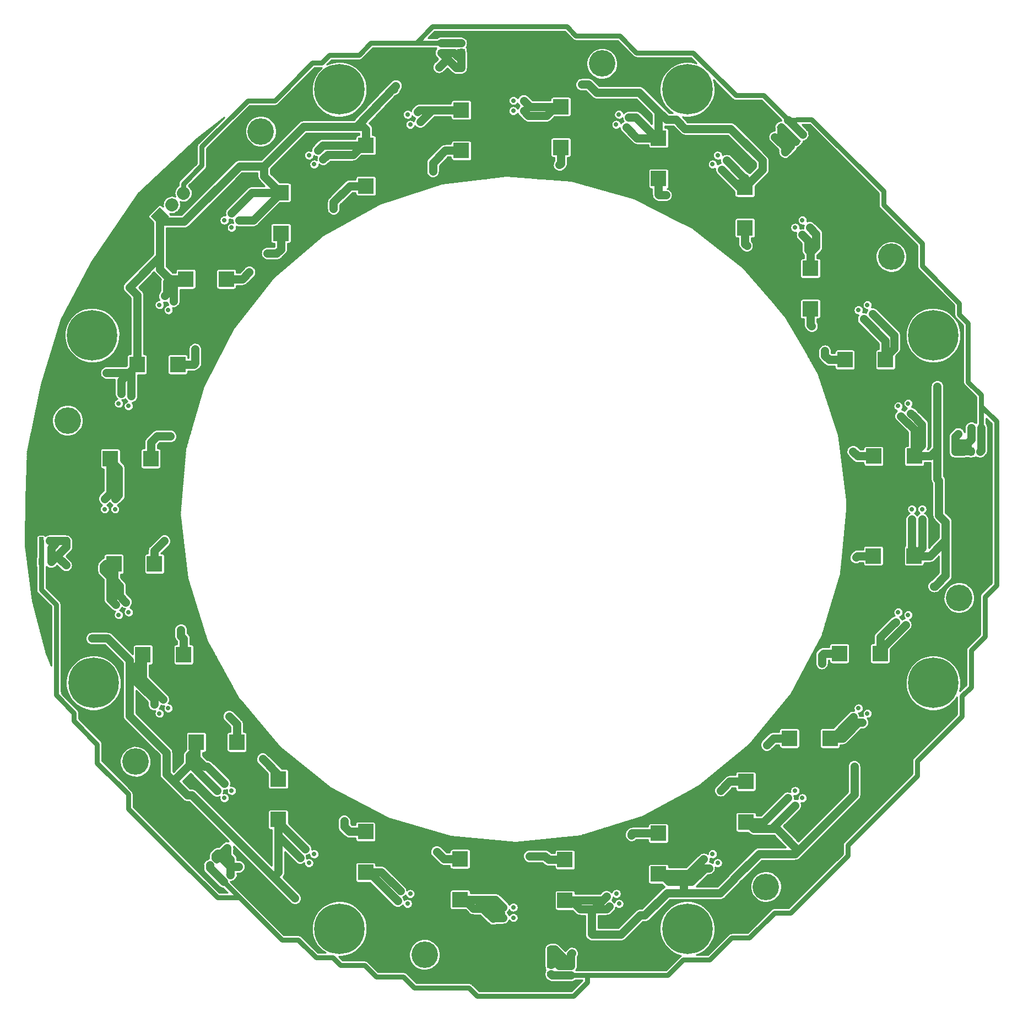
<source format=gbr>
G04 #@! TF.FileFunction,Copper,L4,Bot,Signal*
%FSLAX46Y46*%
G04 Gerber Fmt 4.6, Leading zero omitted, Abs format (unit mm)*
G04 Created by KiCad (PCBNEW 4.0.1-stable) date 2/3/2016 8:32:50 AM*
%MOMM*%
G01*
G04 APERTURE LIST*
%ADD10C,0.100000*%
%ADD11C,4.064000*%
%ADD12C,7.760000*%
%ADD13R,2.430000X2.370000*%
%ADD14R,2.370000X2.430000*%
%ADD15C,0.736600*%
%ADD16R,1.000760X0.899160*%
%ADD17R,0.899160X1.000760*%
%ADD18R,1.150000X0.700000*%
%ADD19R,1.550000X4.700000*%
%ADD20R,3.300000X4.200000*%
%ADD21R,0.700000X1.150000*%
%ADD22R,4.700000X1.550000*%
%ADD23R,4.200000X3.300000*%
%ADD24C,1.998980*%
%ADD25C,0.711200*%
%ADD26C,1.270000*%
%ADD27C,0.762000*%
%ADD28C,0.254000*%
G04 APERTURE END LIST*
D10*
D11*
X160510000Y-101930000D03*
X78370000Y-156810000D03*
X23490000Y-74670000D03*
X53190000Y-30220000D03*
X130810000Y-146380000D03*
X33920000Y-127110000D03*
D12*
X156530000Y-61570000D03*
X65270000Y-152830000D03*
X118730000Y-152830000D03*
X118730000Y-23770000D03*
X156530000Y-115030000D03*
X65270000Y-23770000D03*
X27270000Y-61570000D03*
D11*
X105630000Y-19790000D03*
X150080000Y-49490000D03*
D13*
X99305040Y-32674880D03*
X99305040Y-26434880D03*
D14*
X134433242Y-123529800D03*
X140673242Y-123529800D03*
X41312640Y-110697720D03*
X35072640Y-110697720D03*
D13*
X114321520Y-37485640D03*
X114321520Y-31245640D03*
X127727640Y-130188800D03*
X127727640Y-136428800D03*
D14*
X36842240Y-96727720D03*
X30602240Y-96727720D03*
D13*
X127595560Y-45049760D03*
X127595560Y-38809760D03*
X114280880Y-138154240D03*
X114280880Y-144394240D03*
D14*
X36283440Y-80517440D03*
X30043440Y-80517440D03*
D13*
X137659040Y-57505920D03*
X137659040Y-51265920D03*
X99929880Y-142218240D03*
X99929880Y-148458240D03*
D14*
X40423640Y-66049600D03*
X34183640Y-66049600D03*
X142961680Y-65328240D03*
X149201680Y-65328240D03*
D13*
X83821200Y-142096320D03*
X83821200Y-148336320D03*
D14*
X47896320Y-52912720D03*
X41656320Y-52912720D03*
X147386360Y-80156760D03*
X153626360Y-80156760D03*
D13*
X69292400Y-137905320D03*
X69292400Y-144145320D03*
X56267280Y-45883762D03*
X56267280Y-39643762D03*
D14*
X147331362Y-95498360D03*
X153571362Y-95498360D03*
D13*
X55881200Y-129802720D03*
X55881200Y-136042720D03*
X69343200Y-38599042D03*
X69343200Y-32359042D03*
D14*
X142129442Y-110489440D03*
X148369442Y-110489440D03*
X49506680Y-124129240D03*
X43266680Y-124129240D03*
D13*
X83999000Y-33167640D03*
X83999000Y-26927640D03*
D15*
X93587500Y-25474500D03*
X93587500Y-27062000D03*
X92000000Y-25474500D03*
X92000000Y-27062000D03*
X90412500Y-25474500D03*
X90412500Y-27062000D03*
X36801346Y-118337935D03*
X38176161Y-117544185D03*
X37595096Y-119712750D03*
X38969911Y-118919000D03*
X38388846Y-121087565D03*
X39763661Y-120293815D03*
X145611154Y-121087565D03*
X144236339Y-120293815D03*
X146404904Y-119712750D03*
X145030089Y-118919000D03*
X147198654Y-118337935D03*
X145823839Y-117544185D03*
X77279752Y-27211753D03*
X77690627Y-28745160D03*
X75746345Y-27622628D03*
X76157220Y-29156035D03*
X74212938Y-28033503D03*
X74623813Y-29566911D03*
X46453751Y-131601185D03*
X47576283Y-130478653D03*
X47576283Y-132723717D03*
X48698815Y-131601185D03*
X48698815Y-133846249D03*
X49821347Y-132723717D03*
X152266497Y-106087062D03*
X150733089Y-105676187D03*
X152677372Y-104553655D03*
X151143965Y-104142780D03*
X153088247Y-103020248D03*
X151554840Y-102609373D03*
X61962065Y-33101346D03*
X62755815Y-34476161D03*
X60587250Y-33895096D03*
X61381000Y-35269911D03*
X59212435Y-34688846D03*
X60006185Y-36063661D03*
X59212435Y-141911154D03*
X60006185Y-140536339D03*
X60587250Y-142704904D03*
X61381000Y-141330089D03*
X61962065Y-143498654D03*
X62755815Y-142123839D03*
X154825500Y-89887500D03*
X153238000Y-89887500D03*
X154825500Y-88300000D03*
X153238000Y-88300000D03*
X154825500Y-86712500D03*
X153238000Y-86712500D03*
X48698815Y-42753751D03*
X49821347Y-43876283D03*
X47576283Y-43876283D03*
X48698815Y-44998815D03*
X46453751Y-44998815D03*
X47576283Y-46121347D03*
X74212938Y-148566497D03*
X74623813Y-147033089D03*
X75746345Y-148977372D03*
X76157220Y-147443965D03*
X77279752Y-149388247D03*
X77690627Y-147854840D03*
X153088247Y-73579752D03*
X151554840Y-73990627D03*
X152677372Y-72046345D03*
X151143965Y-72457220D03*
X152266497Y-70512938D03*
X150733089Y-70923813D03*
X38388846Y-55512435D03*
X39763661Y-56306185D03*
X37595096Y-56887250D03*
X38969911Y-57681000D03*
X36801346Y-58262065D03*
X38176161Y-59055815D03*
X90412500Y-151125500D03*
X90412500Y-149538000D03*
X92000000Y-151125500D03*
X92000000Y-149538000D03*
X93587500Y-151125500D03*
X93587500Y-149538000D03*
X147198654Y-58262065D03*
X145823839Y-59055815D03*
X146404904Y-56887250D03*
X145030089Y-57681000D03*
X145611154Y-55512435D03*
X144236339Y-56306185D03*
X31733503Y-70512938D03*
X33266911Y-70923813D03*
X31322628Y-72046345D03*
X32856035Y-72457220D03*
X30911753Y-73579752D03*
X32445160Y-73990627D03*
X106720248Y-149388247D03*
X106309373Y-147854840D03*
X108253655Y-148977372D03*
X107842780Y-147443965D03*
X109787062Y-148566497D03*
X109376187Y-147033089D03*
X137546249Y-44998815D03*
X136423717Y-46121347D03*
X136423717Y-43876283D03*
X135301185Y-44998815D03*
X135301185Y-42753751D03*
X134178653Y-43876283D03*
X29174500Y-86712500D03*
X30762000Y-86712500D03*
X29174500Y-88300000D03*
X30762000Y-88300000D03*
X29174500Y-89887500D03*
X30762000Y-89887500D03*
X122037935Y-143498654D03*
X121244185Y-142123839D03*
X123412750Y-142704904D03*
X122619000Y-141330089D03*
X124787565Y-141911154D03*
X123993815Y-140536339D03*
X124787565Y-34688846D03*
X123993815Y-36063661D03*
X123412750Y-33895096D03*
X122619000Y-35269911D03*
X122037935Y-33101346D03*
X121244185Y-34476161D03*
X30911753Y-103020248D03*
X32445160Y-102609373D03*
X31322628Y-104553655D03*
X32856035Y-104142780D03*
X31733503Y-106087062D03*
X33266911Y-105676187D03*
X135301185Y-133846249D03*
X134178653Y-132723717D03*
X136423717Y-132723717D03*
X135301185Y-131601185D03*
X137546249Y-131601185D03*
X136423717Y-130478653D03*
X109747062Y-28033503D03*
X109336187Y-29566911D03*
X108213655Y-27622628D03*
X107802780Y-29156035D03*
X106680248Y-27211753D03*
X106269373Y-28745160D03*
D16*
X80915440Y-16631360D03*
X80915440Y-18135040D03*
D17*
X163887080Y-75813360D03*
X162383400Y-75813360D03*
X19437280Y-96417840D03*
X20940960Y-96417840D03*
D10*
G36*
X134254032Y-29181892D02*
X133546388Y-28474248D01*
X134182190Y-27838446D01*
X134889834Y-28546090D01*
X134254032Y-29181892D01*
X134254032Y-29181892D01*
G37*
G36*
X133190770Y-30245154D02*
X132483126Y-29537510D01*
X133118928Y-28901708D01*
X133826572Y-29609352D01*
X133190770Y-30245154D01*
X133190770Y-30245154D01*
G37*
D16*
X100839200Y-159994040D03*
X100839200Y-158490360D03*
D10*
G36*
X47429488Y-144928908D02*
X48137132Y-145636552D01*
X47501330Y-146272354D01*
X46793686Y-145564710D01*
X47429488Y-144928908D01*
X47429488Y-144928908D01*
G37*
G36*
X48492750Y-143865646D02*
X49200394Y-144573290D01*
X48564592Y-145209092D01*
X47856948Y-144501448D01*
X48492750Y-143865646D01*
X48492750Y-143865646D01*
G37*
D15*
X87709940Y-20075600D03*
X88535440Y-19288200D03*
X88535440Y-17091100D03*
X87709940Y-18107100D03*
X89678440Y-17853100D03*
X89678440Y-16710100D03*
X89678440Y-19186600D03*
D18*
X83932440Y-19186600D03*
X83932440Y-20456600D03*
X83932440Y-17916600D03*
D19*
X89407440Y-18551600D03*
D20*
X87207440Y-18551600D03*
D18*
X83932440Y-16646600D03*
D15*
X89678440Y-20329600D03*
X160280280Y-83227620D03*
X161067680Y-84053120D03*
X163264780Y-84053120D03*
X162248780Y-83227620D03*
X162502780Y-85196120D03*
X163645780Y-85196120D03*
X161169280Y-85196120D03*
D21*
X161169280Y-79450120D03*
X159899280Y-79450120D03*
X162439280Y-79450120D03*
D22*
X161804280Y-84925120D03*
D23*
X161804280Y-82725120D03*
D21*
X163709280Y-79450120D03*
D15*
X160026280Y-85196120D03*
X22866280Y-89420140D03*
X22078880Y-88594640D03*
X19881780Y-88594640D03*
X20897780Y-89420140D03*
X20643780Y-87451640D03*
X19500780Y-87451640D03*
X21977280Y-87451640D03*
D21*
X21977280Y-93197640D03*
X23247280Y-93197640D03*
X20707280Y-93197640D03*
D22*
X21342280Y-87722640D03*
D23*
X21342280Y-89922640D03*
D21*
X19437280Y-93197640D03*
D15*
X23120280Y-87451640D03*
X136670728Y-35771350D03*
X137811221Y-35798291D03*
X139364805Y-34244706D03*
X138062668Y-34379410D03*
X139634213Y-35591745D03*
X140442436Y-34783522D03*
X138691286Y-36534672D03*
D10*
G36*
X134787350Y-33125710D02*
X133974177Y-32312537D01*
X134469152Y-31817562D01*
X135282325Y-32630735D01*
X134787350Y-33125710D01*
X134787350Y-33125710D01*
G37*
G36*
X133889324Y-34023736D02*
X133076151Y-33210563D01*
X133571126Y-32715588D01*
X134384299Y-33528761D01*
X133889324Y-34023736D01*
X133889324Y-34023736D01*
G37*
G36*
X135685375Y-32227685D02*
X134872202Y-31414512D01*
X135367177Y-30919537D01*
X136180350Y-31732710D01*
X135685375Y-32227685D01*
X135685375Y-32227685D01*
G37*
G36*
X137834980Y-38103742D02*
X136738964Y-37007726D01*
X140062366Y-33684324D01*
X141158382Y-34780340D01*
X137834980Y-38103742D01*
X137834980Y-38103742D01*
G37*
G36*
X137074840Y-36990048D02*
X134741388Y-34656596D01*
X137711236Y-31686748D01*
X140044688Y-34020200D01*
X137074840Y-36990048D01*
X137074840Y-36990048D01*
G37*
G36*
X136583401Y-31329659D02*
X135770228Y-30516486D01*
X136265203Y-30021511D01*
X137078376Y-30834684D01*
X136583401Y-31329659D01*
X136583401Y-31329659D01*
G37*
D15*
X137883063Y-37342895D03*
X93993900Y-156372000D03*
X93168400Y-157159400D03*
X93168400Y-159356500D03*
X93993900Y-158340500D03*
X92025400Y-158594500D03*
X92025400Y-159737500D03*
X92025400Y-157261000D03*
D18*
X97771400Y-157261000D03*
X97771400Y-155991000D03*
X97771400Y-158531000D03*
D19*
X92296400Y-157896000D03*
D20*
X94496400Y-157896000D03*
D18*
X97771400Y-159801000D03*
D15*
X92025400Y-156118000D03*
X45088992Y-137968610D03*
X43948499Y-137941669D03*
X42394915Y-139495254D03*
X43697052Y-139360550D03*
X42125507Y-138148215D03*
X41317284Y-138956438D03*
X43068434Y-137205288D03*
D10*
G36*
X46972370Y-140614250D02*
X47785543Y-141427423D01*
X47290568Y-141922398D01*
X46477395Y-141109225D01*
X46972370Y-140614250D01*
X46972370Y-140614250D01*
G37*
G36*
X47870396Y-139716224D02*
X48683569Y-140529397D01*
X48188594Y-141024372D01*
X47375421Y-140211199D01*
X47870396Y-139716224D01*
X47870396Y-139716224D01*
G37*
G36*
X46074345Y-141512275D02*
X46887518Y-142325448D01*
X46392543Y-142820423D01*
X45579370Y-142007250D01*
X46074345Y-141512275D01*
X46074345Y-141512275D01*
G37*
G36*
X43924740Y-135636218D02*
X45020756Y-136732234D01*
X41697354Y-140055636D01*
X40601338Y-138959620D01*
X43924740Y-135636218D01*
X43924740Y-135636218D01*
G37*
G36*
X44684880Y-136749912D02*
X47018332Y-139083364D01*
X44048484Y-142053212D01*
X41715032Y-139719760D01*
X44684880Y-136749912D01*
X44684880Y-136749912D01*
G37*
G36*
X45176319Y-142410301D02*
X45989492Y-143223474D01*
X45494517Y-143718449D01*
X44681344Y-142905276D01*
X45176319Y-142410301D01*
X45176319Y-142410301D01*
G37*
D15*
X43876657Y-136397065D03*
D12*
X27470000Y-115030000D03*
D24*
X41284091Y-39696829D02*
X41284091Y-39696829D01*
D10*
G36*
X37691989Y-41875439D02*
X39105481Y-43288931D01*
X37691989Y-44702423D01*
X36278497Y-43288931D01*
X37691989Y-41875439D01*
X37691989Y-41875439D01*
G37*
D24*
X39488040Y-41492880D02*
X39488040Y-41492880D01*
D25*
X132187880Y-31073800D03*
X49788511Y-143273991D03*
X100839200Y-156770780D03*
X160371720Y-76692200D03*
X80549680Y-20324520D03*
X23232040Y-96925840D03*
X43089760Y-63717880D03*
X39274680Y-77088440D03*
X38360280Y-93171720D03*
X40885040Y-106857240D03*
X48296760Y-120146520D03*
X53458040Y-126704800D03*
X66005640Y-136270440D03*
X80209320Y-140969440D03*
X94473960Y-141655240D03*
X110756240Y-138154240D03*
X123860000Y-131571440D03*
X130943280Y-124564762D03*
X139401480Y-112013440D03*
X144644040Y-95730682D03*
X144191920Y-79417320D03*
X139863760Y-63987120D03*
X137659040Y-59960920D03*
X127595560Y-47504760D03*
X115428960Y-40019680D03*
X99305040Y-35129880D03*
X79614960Y-36346840D03*
X64364800Y-42097400D03*
X51418120Y-51845920D03*
X54194640Y-48960480D03*
X29480440Y-67339920D03*
X27214760Y-108178040D03*
X58416120Y-148117000D03*
X104014200Y-153633880D03*
X144400200Y-127873200D03*
X156617600Y-100151640D03*
X157151000Y-69422720D03*
X130272720Y-34675520D03*
X102520680Y-23001680D03*
X73930440Y-23184560D03*
D26*
X134628251Y-32471636D02*
X133585716Y-32471636D01*
X132187880Y-31073800D02*
X132833040Y-31718960D01*
X133585716Y-32471636D02*
X132187880Y-31073800D01*
X134628251Y-32471636D02*
X133730225Y-33369662D01*
X133154849Y-29573431D02*
X133154849Y-31397151D01*
X133154849Y-31397151D02*
X132833040Y-31718960D01*
X48528671Y-143273991D02*
X49788511Y-143273991D01*
X48029495Y-141672455D02*
X48528671Y-142171631D01*
X48528671Y-142171631D02*
X48528671Y-143273991D01*
X48029495Y-140370298D02*
X48029495Y-141672455D01*
X46536494Y-141281814D02*
X48528671Y-143273991D01*
X48528671Y-143273991D02*
X48528671Y-144537369D01*
X46536494Y-141268324D02*
X46536494Y-141281814D01*
X47131469Y-141268324D02*
X46536494Y-141268324D01*
X46536494Y-141268324D02*
X46233444Y-141571374D01*
X46233444Y-141571374D02*
X46233444Y-141950810D01*
X46233444Y-141950810D02*
X46341213Y-142058579D01*
X48029495Y-140370298D02*
X47131469Y-141268324D01*
X101011920Y-156598060D02*
X100839200Y-156770780D01*
X100839200Y-158490360D02*
X100839200Y-156770780D01*
X98187440Y-157261000D02*
X98187440Y-157608980D01*
X98187440Y-157608980D02*
X99068820Y-158490360D01*
X99068820Y-158490360D02*
X100839200Y-158490360D01*
X97771400Y-157261000D02*
X98187440Y-157261000D01*
X97771400Y-155991000D02*
X98339840Y-155991000D01*
X98339840Y-155991000D02*
X100839200Y-158490360D01*
X97771400Y-157261000D02*
X97771400Y-158378592D01*
X97771400Y-155991000D02*
X97771400Y-157261000D01*
X159899280Y-77164640D02*
X160371720Y-76692200D01*
X159899280Y-78592120D02*
X159899280Y-77164640D01*
X159899280Y-79450120D02*
X159899280Y-78592120D01*
X159899280Y-78592120D02*
X160303140Y-78188260D01*
X161778880Y-78188260D02*
X160303140Y-78188260D01*
X161169280Y-79450120D02*
X159899280Y-79450120D01*
X161778880Y-79389680D02*
X162286872Y-79389680D01*
X162286872Y-79389680D02*
X162286872Y-79450120D01*
X161778880Y-78188260D02*
X161778880Y-79389680D01*
X162383400Y-75813360D02*
X162383400Y-77583740D01*
X162383400Y-77583740D02*
X161778880Y-78188260D01*
X133730225Y-31718960D02*
X132833040Y-31718960D01*
X133730225Y-33369662D02*
X133730225Y-31718960D01*
X135342560Y-31761142D02*
X135338745Y-31761142D01*
X135338745Y-31761142D02*
X135296563Y-31718960D01*
X135296563Y-31718960D02*
X133730225Y-31718960D01*
X133154849Y-29573431D02*
X135342560Y-31761142D01*
X81748560Y-19151040D02*
X80575080Y-20324520D01*
X80575080Y-20324520D02*
X80549680Y-20324520D01*
X81748560Y-18968160D02*
X80915440Y-18135040D01*
X83237000Y-20456600D02*
X81748560Y-18968160D01*
X81748560Y-18968160D02*
X81748560Y-19151040D01*
X83932440Y-20456600D02*
X83237000Y-20456600D01*
X83932440Y-20456600D02*
X83932440Y-18836600D01*
X83932440Y-18836600D02*
X83932440Y-18069008D01*
X80915440Y-18135040D02*
X82880880Y-18135040D01*
X82880880Y-18135040D02*
X83932440Y-19186600D01*
X22033160Y-95726960D02*
X23232040Y-96925840D01*
X22033160Y-95325640D02*
X20940960Y-96417840D01*
X23247280Y-94111520D02*
X22033160Y-95325640D01*
X22033160Y-95325640D02*
X22033160Y-95726960D01*
X23247280Y-93197640D02*
X23247280Y-94111520D01*
X20707280Y-93197640D02*
X23247280Y-93197640D01*
X20940960Y-96417840D02*
X20940960Y-94233960D01*
X20940960Y-94233960D02*
X21977280Y-93197640D01*
X43089760Y-65838480D02*
X43089760Y-63717880D01*
X40423640Y-66049600D02*
X42878640Y-66049600D01*
X42878640Y-66049600D02*
X43089760Y-65838480D01*
X37227440Y-77088440D02*
X39274680Y-77088440D01*
X36283440Y-80517440D02*
X36283440Y-78032440D01*
X36283440Y-78032440D02*
X37227440Y-77088440D01*
X36842240Y-96727720D02*
X36842240Y-94689760D01*
X36842240Y-94689760D02*
X38360280Y-93171720D01*
X40885040Y-107785120D02*
X40885040Y-106857240D01*
X41312640Y-110697720D02*
X41312640Y-108212720D01*
X41312640Y-108212720D02*
X40885040Y-107785120D01*
X49506680Y-124129240D02*
X49506680Y-121356440D01*
X49506680Y-121356440D02*
X48296760Y-120146520D01*
X55881200Y-129802720D02*
X55881200Y-129127960D01*
X55881200Y-129127960D02*
X53458040Y-126704800D01*
X66005640Y-137103560D02*
X66005640Y-136270440D01*
X69292400Y-137905320D02*
X66807400Y-137905320D01*
X66807400Y-137905320D02*
X66005640Y-137103560D01*
X83821200Y-142096320D02*
X81336200Y-142096320D01*
X81336200Y-142096320D02*
X80209320Y-140969440D01*
X96881880Y-141655240D02*
X94473960Y-141655240D01*
X99929880Y-142218240D02*
X97444880Y-142218240D01*
X97444880Y-142218240D02*
X96881880Y-141655240D01*
X110756240Y-138154240D02*
X110253346Y-138154240D01*
X110253346Y-138154240D02*
X110155920Y-138251666D01*
X110155920Y-138251666D02*
X110155920Y-138439600D01*
X114280880Y-138154240D02*
X110756240Y-138154240D01*
X127727640Y-130188800D02*
X125242640Y-130188800D01*
X125242640Y-130188800D02*
X123860000Y-131571440D01*
X134433242Y-123529800D02*
X131978242Y-123529800D01*
X131978242Y-123529800D02*
X130943280Y-124564762D01*
X139401480Y-110762402D02*
X139401480Y-112013440D01*
X142129442Y-110489440D02*
X139674442Y-110489440D01*
X139674442Y-110489440D02*
X139401480Y-110762402D01*
X147331362Y-95498360D02*
X144876362Y-95498360D01*
X144876362Y-95498360D02*
X144644040Y-95730682D01*
X147386360Y-80156760D02*
X144931360Y-80156760D01*
X144931360Y-80156760D02*
X144191920Y-79417320D01*
X139863760Y-64685320D02*
X139863760Y-63987120D01*
X142961680Y-65328240D02*
X140506680Y-65328240D01*
X140506680Y-65328240D02*
X139863760Y-64685320D01*
X137860000Y-60161880D02*
X137659040Y-59960920D01*
X137659040Y-57505920D02*
X137659040Y-59960920D01*
X127872720Y-47781920D02*
X127595560Y-47504760D01*
X127595560Y-45049760D02*
X127595560Y-47504760D01*
X114400560Y-40019680D02*
X115428960Y-40019680D01*
X114321520Y-37485640D02*
X114321520Y-39940640D01*
X114321520Y-39940640D02*
X114400560Y-40019680D01*
X99066280Y-35368640D02*
X99305040Y-35129880D01*
X99305040Y-32674880D02*
X99305040Y-35129880D01*
X79614960Y-35066680D02*
X79614960Y-36346840D01*
X83999000Y-33167640D02*
X81514000Y-33167640D01*
X81514000Y-33167640D02*
X79614960Y-35066680D01*
X64364800Y-41092442D02*
X64364800Y-42097400D01*
X69343200Y-38599042D02*
X66858200Y-38599042D01*
X66858200Y-38599042D02*
X64364800Y-41092442D01*
X47896320Y-52912720D02*
X50351320Y-52912720D01*
X50351320Y-52912720D02*
X51418120Y-51845920D01*
X55645562Y-48960480D02*
X54194640Y-48960480D01*
X56267280Y-45883762D02*
X56267280Y-48338762D01*
X56267280Y-48338762D02*
X55645562Y-48960480D01*
X106309373Y-147854840D02*
X106309373Y-147869067D01*
X106309373Y-147869067D02*
X104014200Y-150164240D01*
X104014200Y-150164240D02*
X104014200Y-153633880D01*
X32980560Y-115579600D02*
X32980560Y-114670280D01*
X32980560Y-114670280D02*
X32980560Y-111525760D01*
X35072640Y-110697720D02*
X35072640Y-113182720D01*
X35072640Y-113182720D02*
X33585080Y-114670280D01*
X33585080Y-114670280D02*
X32980560Y-114670280D01*
X41895960Y-132282640D02*
X39980800Y-130367480D01*
X43266680Y-124129240D02*
X43266680Y-126614240D01*
X39980800Y-130367480D02*
X38634600Y-129021280D01*
X43266680Y-126614240D02*
X39980800Y-129900120D01*
X39980800Y-129900120D02*
X39980800Y-130367480D01*
X58416120Y-148117000D02*
X55154760Y-144855640D01*
X55154760Y-144855640D02*
X42581760Y-132282640D01*
X55881200Y-136042720D02*
X55881200Y-144129200D01*
X55881200Y-144129200D02*
X55154760Y-144855640D01*
X123785560Y-147339760D02*
X118162000Y-147339760D01*
X118162000Y-147339760D02*
X115606760Y-147339760D01*
X114280880Y-144394240D02*
X116765880Y-144394240D01*
X118162000Y-145790360D02*
X118162000Y-147339760D01*
X116765880Y-144394240D02*
X118162000Y-145790360D01*
X130567360Y-137428680D02*
X131718754Y-137428680D01*
X128906200Y-137428680D02*
X130567360Y-137428680D01*
X144400200Y-132206440D02*
X135820080Y-140786560D01*
X135820080Y-140786560D02*
X135307000Y-141299640D01*
X130567360Y-137428680D02*
X132462200Y-137428680D01*
X132462200Y-137428680D02*
X135820080Y-140786560D01*
X158426080Y-90250720D02*
X158426080Y-91688360D01*
X158426080Y-91688360D02*
X158426080Y-98510800D01*
X153571362Y-95498360D02*
X156026362Y-95498360D01*
X156026362Y-95498360D02*
X158426080Y-93098642D01*
X158426080Y-93098642D02*
X158426080Y-91688360D01*
X157151000Y-78454960D02*
X157151000Y-83636560D01*
X157151000Y-69422720D02*
X157151000Y-78454960D01*
X157151000Y-78454960D02*
X157151000Y-79087120D01*
X157151000Y-79087120D02*
X156081360Y-80156760D01*
X156081360Y-80156760D02*
X153626360Y-80156760D01*
X130272720Y-34675520D02*
X130272720Y-36132600D01*
X130272720Y-36132600D02*
X127595560Y-38809760D01*
X114219920Y-27101240D02*
X115525480Y-28406800D01*
X111349720Y-24231040D02*
X114219920Y-27101240D01*
X114219920Y-27101240D02*
X114321520Y-27202840D01*
X114321520Y-27202840D02*
X114321520Y-31245640D01*
X67885240Y-29488840D02*
X68927998Y-29488840D01*
X68927998Y-29488840D02*
X69343200Y-29904042D01*
X69343200Y-29904042D02*
X69343200Y-32359042D01*
X53691720Y-35559440D02*
X53691720Y-37098202D01*
X53691720Y-37098202D02*
X56237280Y-39643762D01*
X56237280Y-39643762D02*
X56267280Y-39643762D01*
X29480440Y-67339920D02*
X32893320Y-67339920D01*
X32893320Y-67339920D02*
X34183640Y-66049600D01*
X29632840Y-108178040D02*
X27214760Y-108178040D01*
X32980560Y-111525760D02*
X29632840Y-108178040D01*
X32980560Y-120060160D02*
X32980560Y-115579600D01*
X38634600Y-125714200D02*
X32980560Y-120060160D01*
X38634600Y-129021280D02*
X38634600Y-125714200D01*
X42581760Y-132282640D02*
X41895960Y-132282640D01*
X108510000Y-153720240D02*
X104100560Y-153720240D01*
X104100560Y-153720240D02*
X104014200Y-153633880D01*
X111476720Y-150753520D02*
X108510000Y-153720240D01*
X112193000Y-150753520D02*
X111476720Y-150753520D01*
X115606760Y-147339760D02*
X112193000Y-150753520D01*
X125863280Y-145262040D02*
X123785560Y-147339760D01*
X125863280Y-145185840D02*
X125863280Y-145262040D01*
X129749480Y-141299640D02*
X125863280Y-145185840D01*
X135307000Y-141299640D02*
X129749480Y-141299640D01*
X144400200Y-127873200D02*
X144400200Y-132206440D01*
X158426080Y-98510800D02*
X156785240Y-100151640D01*
X156785240Y-100151640D02*
X156617600Y-100151640D01*
X157415160Y-89239800D02*
X158426080Y-90250720D01*
X157415160Y-83900720D02*
X157415160Y-89239800D01*
X157151000Y-83636560D02*
X157415160Y-83900720D01*
X125401000Y-29803800D02*
X130272720Y-34675520D01*
X118380440Y-29803800D02*
X125401000Y-29803800D01*
X116983440Y-28406800D02*
X118380440Y-29803800D01*
X115525480Y-28406800D02*
X116983440Y-28406800D01*
X104781280Y-24231040D02*
X111349720Y-24231040D01*
X103551920Y-23001680D02*
X104781280Y-24231040D01*
X102520680Y-23001680D02*
X103551920Y-23001680D01*
X73625640Y-23489360D02*
X73930440Y-23184560D01*
X67885240Y-29488840D02*
X73930440Y-23184560D01*
X73625640Y-23748440D02*
X73625640Y-23489360D01*
X59762320Y-29488840D02*
X67885240Y-29488840D01*
X53691720Y-35559440D02*
X59762320Y-29488840D01*
X49896960Y-35559440D02*
X53691720Y-35559440D01*
X41390013Y-44066387D02*
X49896960Y-35559440D01*
X37691989Y-43288931D02*
X38469445Y-44066387D01*
X38469445Y-44066387D02*
X41390013Y-44066387D01*
X97054600Y-27817520D02*
X94343020Y-27817520D01*
X94343020Y-27817520D02*
X93587500Y-27062000D01*
X98437240Y-26434880D02*
X97054600Y-27817520D01*
X99305040Y-26434880D02*
X98437240Y-26434880D01*
X99305040Y-26434880D02*
X94547880Y-26434880D01*
X94547880Y-26434880D02*
X93587500Y-25474500D01*
X83999000Y-26927640D02*
X79508147Y-26927640D01*
X79508147Y-26927640D02*
X77690627Y-28745160D01*
X83999000Y-26927640D02*
X77563865Y-26927640D01*
X77563865Y-26927640D02*
X77279752Y-27211753D01*
X67356920Y-33766200D02*
X63465776Y-33766200D01*
X63465776Y-33766200D02*
X62755815Y-34476161D01*
X68764078Y-32359042D02*
X67356920Y-33766200D01*
X69343200Y-32359042D02*
X68764078Y-32359042D01*
X69343200Y-32359042D02*
X62704369Y-32359042D01*
X62704369Y-32359042D02*
X61962065Y-33101346D01*
X56267280Y-39643762D02*
X51808804Y-39643762D01*
X51808804Y-39643762D02*
X48698815Y-42753751D01*
X49821347Y-43876283D02*
X52034759Y-43876283D01*
X52034759Y-43876283D02*
X56267280Y-39643762D01*
X114036160Y-31245640D02*
X110824023Y-28033503D01*
X110824023Y-28033503D02*
X109747062Y-28033503D01*
X114321520Y-31245640D02*
X114036160Y-31245640D01*
X114321520Y-31245640D02*
X111014916Y-31245640D01*
X111014916Y-31245640D02*
X109336187Y-29566911D01*
X127595560Y-37337440D02*
X127436159Y-37337440D01*
X127436159Y-37337440D02*
X124787565Y-34688846D01*
X127595560Y-38809760D02*
X127595560Y-37337440D01*
X127595560Y-38809760D02*
X126739914Y-38809760D01*
X126739914Y-38809760D02*
X123993815Y-36063661D01*
X137328840Y-48480720D02*
X137328840Y-47026470D01*
X137328840Y-47026470D02*
X136423717Y-46121347D01*
X137659040Y-48810920D02*
X137328840Y-48480720D01*
X138517560Y-47952400D02*
X138517560Y-45970126D01*
X138517560Y-45970126D02*
X137546249Y-44998815D01*
X137659040Y-51265920D02*
X137659040Y-48810920D01*
X137659040Y-48810920D02*
X138517560Y-47952400D01*
X150501280Y-63580720D02*
X150501280Y-61564691D01*
X150501280Y-61564691D02*
X147198654Y-58262065D01*
X149201680Y-64880320D02*
X150501280Y-63580720D01*
X149201680Y-65328240D02*
X149201680Y-64880320D01*
X149201680Y-65328240D02*
X149201680Y-62433656D01*
X149201680Y-62433656D02*
X145823839Y-59055815D01*
X153626360Y-80156760D02*
X153626360Y-79658040D01*
X153626360Y-79658040D02*
X154773560Y-78510840D01*
X154773560Y-78510840D02*
X154773560Y-75265065D01*
X154773560Y-75265065D02*
X153456546Y-73948051D01*
X153456546Y-73948051D02*
X153088247Y-73579752D01*
X153626360Y-80156760D02*
X153626360Y-76062147D01*
X153626360Y-76062147D02*
X151554840Y-73990627D01*
X153571362Y-95498360D02*
X153571362Y-94561722D01*
X153571362Y-94561722D02*
X153238000Y-94228360D01*
X153571362Y-95498360D02*
X154825500Y-94244222D01*
X154825500Y-89887500D02*
X154825500Y-94244222D01*
X153238000Y-89887500D02*
X153238000Y-95164998D01*
X153238000Y-95164998D02*
X153571362Y-95498360D01*
X148369442Y-110489440D02*
X148369442Y-109984117D01*
X148369442Y-109984117D02*
X152266497Y-106087062D01*
X150319282Y-106054600D02*
X150354676Y-106054600D01*
X150354676Y-106054600D02*
X150733089Y-105676187D01*
X148369442Y-110489440D02*
X148369442Y-108004440D01*
X148369442Y-108004440D02*
X150319282Y-106054600D01*
X142606960Y-123529800D02*
X145049195Y-121087565D01*
X145049195Y-121087565D02*
X145611154Y-121087565D01*
X140673242Y-123529800D02*
X142606960Y-123529800D01*
X140673242Y-123529800D02*
X141000354Y-123529800D01*
X141000354Y-123529800D02*
X144236339Y-120293815D01*
X135301185Y-133846249D02*
X135113960Y-134033474D01*
X131718754Y-137428680D02*
X135301185Y-133846249D01*
X127906320Y-136428800D02*
X128906200Y-137428680D01*
X127727640Y-136428800D02*
X127906320Y-136428800D01*
X134178653Y-132723717D02*
X130473570Y-136428800D01*
X130473570Y-136428800D02*
X127727640Y-136428800D01*
X119381200Y-145597320D02*
X121479866Y-143498654D01*
X121479866Y-143498654D02*
X122037935Y-143498654D01*
X115881080Y-145597320D02*
X119381200Y-145597320D01*
X114678000Y-144394240D02*
X115881080Y-145597320D01*
X114280880Y-144394240D02*
X114678000Y-144394240D01*
X114280880Y-144394240D02*
X118973784Y-144394240D01*
X118973784Y-144394240D02*
X121244185Y-142123839D01*
X102271760Y-149768000D02*
X106340495Y-149768000D01*
X106340495Y-149768000D02*
X106720248Y-149388247D01*
X100962000Y-148458240D02*
X102271760Y-149768000D01*
X99929880Y-148458240D02*
X100962000Y-148458240D01*
X99929880Y-148458240D02*
X105705973Y-148458240D01*
X105705973Y-148458240D02*
X106309373Y-147854840D01*
X89449840Y-150162840D02*
X89819280Y-150162840D01*
X89819280Y-150162840D02*
X90054360Y-150397920D01*
X90054360Y-150397920D02*
X88831480Y-149544480D01*
X88831480Y-149544480D02*
X87514360Y-149544480D01*
X86306200Y-148336320D02*
X83821200Y-148336320D01*
X87514360Y-149544480D02*
X86306200Y-148336320D01*
X88896120Y-151281840D02*
X89052460Y-151125500D01*
X89052460Y-151125500D02*
X90412500Y-151125500D01*
X87295920Y-149681640D02*
X88896120Y-151281840D01*
X85837960Y-149681640D02*
X87295920Y-149681640D01*
X84492640Y-148336320D02*
X85837960Y-149681640D01*
X83821200Y-148336320D02*
X84492640Y-148336320D01*
X83821200Y-148336320D02*
X89210820Y-148336320D01*
X89210820Y-148336320D02*
X90412500Y-149538000D01*
X69292400Y-144145320D02*
X69791761Y-144145320D01*
X69791761Y-144145320D02*
X74212938Y-148566497D01*
X69292400Y-144145320D02*
X71736044Y-144145320D01*
X71736044Y-144145320D02*
X74623813Y-147033089D01*
X55881200Y-136042720D02*
X55881200Y-138579919D01*
X55881200Y-138579919D02*
X59212435Y-141911154D01*
X55881200Y-136042720D02*
X55881200Y-136411354D01*
X55881200Y-136411354D02*
X60006185Y-140536339D01*
X43266680Y-124129240D02*
X43266680Y-125120720D01*
X43266680Y-125120720D02*
X42236320Y-126151080D01*
X42236320Y-126151080D02*
X42236320Y-127383754D01*
X42236320Y-127383754D02*
X46453751Y-131601185D01*
X44535800Y-127883360D02*
X44980990Y-127883360D01*
X44980990Y-127883360D02*
X47576283Y-130478653D01*
X43266680Y-126614240D02*
X44535800Y-127883360D01*
X34057520Y-114807440D02*
X36801346Y-117551266D01*
X36801346Y-117551266D02*
X36801346Y-118337935D01*
X34057520Y-112460480D02*
X34057520Y-114807440D01*
X35072640Y-111445360D02*
X34057520Y-112460480D01*
X35072640Y-110697720D02*
X35072640Y-111445360D01*
X35072640Y-110697720D02*
X35072640Y-114440664D01*
X35072640Y-114440664D02*
X38176161Y-117544185D01*
X29048640Y-97037600D02*
X29358520Y-96727720D01*
X29358520Y-96727720D02*
X30602240Y-96727720D01*
X29048640Y-97743720D02*
X29048640Y-97037600D01*
X30024000Y-98719080D02*
X29048640Y-97743720D01*
X30602240Y-101756040D02*
X30602240Y-98719080D01*
X30602240Y-98719080D02*
X30024000Y-98719080D01*
X30008760Y-98719080D02*
X30008760Y-102117255D01*
X30008760Y-102117255D02*
X30911753Y-103020248D01*
X30602240Y-98125600D02*
X30008760Y-98719080D01*
X30602240Y-96727720D02*
X30602240Y-98125600D01*
X31500520Y-100111000D02*
X31500520Y-101664733D01*
X31500520Y-101664733D02*
X32445160Y-102609373D01*
X30602240Y-96727720D02*
X30602240Y-99212720D01*
X30602240Y-99212720D02*
X31500520Y-100111000D01*
X31339720Y-82061760D02*
X31339720Y-86134780D01*
X31339720Y-86134780D02*
X30762000Y-86712500D01*
X30043440Y-80765480D02*
X31339720Y-82061760D01*
X30043440Y-80517440D02*
X30043440Y-80765480D01*
X30043440Y-80517440D02*
X30043440Y-85843560D01*
X30043440Y-85843560D02*
X29174500Y-86712500D01*
X33266911Y-70923813D02*
X33266911Y-66966329D01*
X33266911Y-66966329D02*
X34183640Y-66049600D01*
X31733503Y-70512938D02*
X31733503Y-68499737D01*
X31733503Y-68499737D02*
X34183640Y-66049600D01*
X38388846Y-55512435D02*
X38757145Y-55144136D01*
X38757145Y-55144136D02*
X38757145Y-53356895D01*
X38757145Y-53356895D02*
X39201320Y-52912720D01*
X37691989Y-51403389D02*
X38342800Y-52054200D01*
X38342800Y-52054200D02*
X39201320Y-52912720D01*
X39763661Y-56306185D02*
X39763661Y-53475061D01*
X39763661Y-53475061D02*
X38342800Y-52054200D01*
X32985640Y-54172560D02*
X34183640Y-55370560D01*
X34183640Y-55370560D02*
X34183640Y-66049600D01*
X37691989Y-49466211D02*
X32985640Y-54172560D01*
X37691989Y-43288931D02*
X37691989Y-49466211D01*
X37691989Y-43288931D02*
X37691989Y-51403389D01*
X39201320Y-52912720D02*
X41656320Y-52912720D01*
X74623813Y-29566911D02*
X74623813Y-28444378D01*
X74623813Y-28444378D02*
X74212938Y-28033503D01*
X87207440Y-19001600D02*
X87207440Y-18551600D01*
X90412500Y-27062000D02*
X90412500Y-25474500D01*
D27*
X19437280Y-96417840D02*
X19437280Y-93197640D01*
X19437280Y-96107960D02*
X19437280Y-96417840D01*
X21713120Y-102960880D02*
X19437280Y-100685040D01*
X19437280Y-100685040D02*
X19437280Y-96107960D01*
X21713120Y-116890240D02*
X21713120Y-102960880D01*
X24441080Y-119618200D02*
X21713120Y-116890240D01*
X24441080Y-120852640D02*
X24441080Y-119618200D01*
X28032640Y-124444200D02*
X24441080Y-120852640D01*
X28032640Y-127334720D02*
X28032640Y-124444200D01*
X32797680Y-132099760D02*
X28032640Y-127334720D01*
X32797680Y-134390840D02*
X32797680Y-132099760D01*
X40012048Y-141605208D02*
X32797680Y-134390840D01*
X46508600Y-148045880D02*
X40067928Y-141605208D01*
X40067928Y-141605208D02*
X40012048Y-141605208D01*
X49910658Y-148045880D02*
X47465409Y-145600631D01*
X56423218Y-154558440D02*
X49910658Y-148045880D01*
X49910658Y-148045880D02*
X46508600Y-148045880D01*
X58949520Y-154558440D02*
X56423218Y-154558440D01*
X61672400Y-157281320D02*
X58949520Y-154558440D01*
X64268280Y-157281320D02*
X61672400Y-157281320D01*
X65451920Y-158464960D02*
X64268280Y-157281320D01*
X69129840Y-158464960D02*
X65451920Y-158464960D01*
X70902760Y-160237880D02*
X69129840Y-158464960D01*
X75119160Y-160237880D02*
X70902760Y-160237880D01*
X76780320Y-161899040D02*
X75119160Y-160237880D01*
X85116600Y-161899040D02*
X76780320Y-161899040D01*
X86417080Y-163199520D02*
X85116600Y-161899040D01*
X101215120Y-163199520D02*
X86417080Y-163199520D01*
X103343640Y-161071000D02*
X101215120Y-163199520D01*
X103343640Y-159994040D02*
X102101580Y-159994040D01*
X115743920Y-159994040D02*
X103343640Y-159994040D01*
X103343640Y-159994040D02*
X103343640Y-161071000D01*
X163887080Y-71906840D02*
X163887080Y-72485960D01*
X166228960Y-74827840D02*
X166228960Y-100019560D01*
X163887080Y-72485960D02*
X166228960Y-74827840D01*
X166228960Y-100019560D02*
X164476360Y-101772160D01*
X164476360Y-101772160D02*
X164476360Y-107868160D01*
X122180280Y-157631840D02*
X118106120Y-157631840D01*
X162332600Y-110011920D02*
X162332600Y-115655800D01*
X164476360Y-107868160D02*
X162332600Y-110011920D01*
X132132000Y-150392840D02*
X128286440Y-154238400D01*
X128286440Y-154238400D02*
X125573720Y-154238400D01*
X160976240Y-117012160D02*
X160976240Y-120136360D01*
X162332600Y-115655800D02*
X160976240Y-117012160D01*
X154047120Y-127065480D02*
X154047120Y-129326080D01*
X160976240Y-120136360D02*
X154047120Y-127065480D01*
X154047120Y-129326080D02*
X143404520Y-139968680D01*
X143404520Y-139968680D02*
X143404520Y-141609520D01*
X134621200Y-150392840D02*
X132132000Y-150392840D01*
X143404520Y-141609520D02*
X134621200Y-150392840D01*
X125573720Y-154238400D02*
X122180280Y-157631840D01*
X118106120Y-157631840D02*
X115743920Y-159994040D01*
X102101580Y-159994040D02*
X100839200Y-159994040D01*
X163887080Y-71906840D02*
X163887080Y-75813360D01*
X163887080Y-70763840D02*
X163887080Y-71906840D01*
X161875400Y-68752160D02*
X163887080Y-70763840D01*
X161875400Y-59719920D02*
X161875400Y-68752160D01*
X160544440Y-58388960D02*
X161875400Y-59719920D01*
X160544440Y-56631280D02*
X160544440Y-58388960D01*
X154849760Y-50936600D02*
X160544440Y-56631280D01*
X154849760Y-47461880D02*
X154849760Y-50936600D01*
X148870600Y-41482720D02*
X154849760Y-47461880D01*
X148870600Y-39435480D02*
X148870600Y-41482720D01*
X137857160Y-28422040D02*
X148870600Y-39435480D01*
X135545760Y-28422040D02*
X137857160Y-28422040D01*
X135457631Y-28510169D02*
X135545760Y-28422040D01*
X134218111Y-28510169D02*
X135457631Y-28510169D01*
D26*
X134258886Y-28510169D02*
X134927677Y-29178960D01*
X134927677Y-29178960D02*
X136424302Y-30675585D01*
D27*
X126195314Y-24703480D02*
X130452197Y-24703480D01*
X130452197Y-24703480D02*
X134927677Y-29178960D01*
X110912840Y-18104560D02*
X119596394Y-18104560D01*
X119596394Y-18104560D02*
X126195314Y-24703480D01*
X108322040Y-15513760D02*
X110912840Y-18104560D01*
X101621520Y-15513760D02*
X108322040Y-15513760D01*
X100209280Y-14101520D02*
X101621520Y-15513760D01*
X79604800Y-14101520D02*
X100209280Y-14101520D01*
X77074960Y-16631360D02*
X79604800Y-14101520D01*
X75479840Y-16631360D02*
X80915440Y-16631360D01*
X70125520Y-16631360D02*
X75479840Y-16631360D01*
X75479840Y-16631360D02*
X77074960Y-16631360D01*
X68296720Y-18460160D02*
X70125520Y-16631360D01*
X63765360Y-18460160D02*
X68296720Y-18460160D01*
X62546160Y-19679360D02*
X63765360Y-18460160D01*
X61144080Y-19679360D02*
X62546160Y-19679360D01*
X55342720Y-25480720D02*
X61144080Y-19679360D01*
X51187280Y-25480720D02*
X55342720Y-25480720D01*
X44126080Y-32541920D02*
X51187280Y-25480720D01*
X44126080Y-35441348D02*
X44126080Y-32541920D01*
X41284091Y-39696829D02*
X41284091Y-38283337D01*
X41284091Y-38283337D02*
X44126080Y-35441348D01*
D26*
X47465409Y-145600631D02*
X45335418Y-143470640D01*
X45335418Y-143470640D02*
X45335418Y-143064375D01*
X100839200Y-159994040D02*
X97964440Y-159994040D01*
X97964440Y-159994040D02*
X97771400Y-159801000D01*
X163887080Y-75813360D02*
X163887080Y-79272320D01*
X163887080Y-79272320D02*
X163709280Y-79450120D01*
X134218111Y-28510169D02*
X134258886Y-28510169D01*
X80915440Y-16631360D02*
X83917200Y-16631360D01*
X83917200Y-16631360D02*
X83932440Y-16646600D01*
D28*
X99893650Y-14863520D02*
X79920430Y-14863520D01*
X100096850Y-15066720D02*
X79717230Y-15066720D01*
X100300050Y-15269920D02*
X79514030Y-15269920D01*
X100503250Y-15473120D02*
X79310830Y-15473120D01*
X80580277Y-15676320D02*
X79107630Y-15676320D01*
X100706450Y-15676320D02*
X84251851Y-15676320D01*
X100909650Y-15879520D02*
X84594934Y-15879520D01*
X101119403Y-16082720D02*
X84820431Y-16082720D01*
X108016569Y-16285920D02*
X84889432Y-16285920D01*
X108219769Y-16489120D02*
X84933676Y-16489120D01*
X108422969Y-16692320D02*
X84944573Y-16692320D01*
X108626169Y-16895520D02*
X84914073Y-16895520D01*
X108829369Y-17098720D02*
X84875770Y-17098720D01*
X109032569Y-17301920D02*
X84781224Y-17301920D01*
X80080588Y-17505120D02*
X70329390Y-17505120D01*
X104843577Y-17505120D02*
X84885196Y-17505120D01*
X109235769Y-17505120D02*
X106421599Y-17505120D01*
X79996421Y-17708320D02*
X70126190Y-17708320D01*
X104404156Y-17708320D02*
X84890283Y-17708320D01*
X109438969Y-17708320D02*
X106859115Y-17708320D01*
X79925848Y-17911520D02*
X69922990Y-17911520D01*
X104099292Y-17911520D02*
X84932998Y-17911520D01*
X109642169Y-17911520D02*
X107160371Y-17911520D01*
X79900548Y-18114720D02*
X69719790Y-18114720D01*
X103891791Y-18114720D02*
X84948440Y-18114720D01*
X109845369Y-18114720D02*
X107367169Y-18114720D01*
X79916426Y-18317920D02*
X69516590Y-18317920D01*
X103713384Y-18317920D02*
X84948440Y-18317920D01*
X110048569Y-18317920D02*
X107549110Y-18317920D01*
X79976285Y-18521120D02*
X69313390Y-18521120D01*
X103574250Y-18521120D02*
X84948440Y-18521120D01*
X110251769Y-18521120D02*
X107684115Y-18521120D01*
X80061528Y-18724320D02*
X69110190Y-18724320D01*
X103461346Y-18724320D02*
X84948440Y-18724320D01*
X110471637Y-18724320D02*
X107800800Y-18724320D01*
X80253416Y-18927520D02*
X68906990Y-18927520D01*
X103374254Y-18927520D02*
X84948440Y-18927520D01*
X119341724Y-18927520D02*
X107884553Y-18927520D01*
X80332040Y-19130720D02*
X68650978Y-19130720D01*
X103303121Y-19130720D02*
X84948440Y-19130720D01*
X119544924Y-19130720D02*
X107959412Y-19130720D01*
X80128840Y-19333920D02*
X63969230Y-19333920D01*
X103259930Y-19333920D02*
X84948440Y-19333920D01*
X119748124Y-19333920D02*
X107999647Y-19333920D01*
X64718831Y-19537120D02*
X63766030Y-19537120D01*
X79915280Y-19537120D02*
X65840716Y-19537120D01*
X103220194Y-19537120D02*
X84948440Y-19537120D01*
X118178831Y-19537120D02*
X108039881Y-19537120D01*
X119951324Y-19537120D02*
X119300716Y-19537120D01*
X63868722Y-19740320D02*
X63562830Y-19740320D01*
X79720664Y-19740320D02*
X66679929Y-19740320D01*
X103217356Y-19740320D02*
X84948440Y-19740320D01*
X117328722Y-19740320D02*
X108040492Y-19740320D01*
X120154524Y-19740320D02*
X120139929Y-19740320D01*
X63365785Y-19943520D02*
X63359630Y-19943520D01*
X79609131Y-19943520D02*
X67163322Y-19943520D01*
X103214519Y-19943520D02*
X84948440Y-19943520D01*
X116825785Y-19943520D02*
X108037655Y-19943520D01*
X79551648Y-20146720D02*
X67518504Y-20146720D01*
X103242061Y-20146720D02*
X84948440Y-20146720D01*
X116484870Y-20146720D02*
X108023553Y-20146720D01*
X79536662Y-20349920D02*
X67819761Y-20349920D01*
X103279355Y-20349920D02*
X84948440Y-20349920D01*
X116174347Y-20349920D02*
X107977387Y-20349920D01*
X62464637Y-20553120D02*
X61347950Y-20553120D01*
X79562925Y-20553120D02*
X68080797Y-20553120D01*
X81896679Y-20553120D02*
X81783320Y-20553120D01*
X103336782Y-20553120D02*
X84939106Y-20553120D01*
X115924637Y-20553120D02*
X107931221Y-20553120D01*
X62257136Y-20756320D02*
X61144750Y-20756320D01*
X79634427Y-20756320D02*
X68282583Y-20756320D01*
X82099879Y-20756320D02*
X81580120Y-20756320D01*
X103417234Y-20756320D02*
X84898169Y-20756320D01*
X115717136Y-20756320D02*
X107841236Y-20756320D01*
X62049636Y-20959520D02*
X60941550Y-20959520D01*
X79762784Y-20959520D02*
X68484369Y-20959520D01*
X82303079Y-20959520D02*
X81376920Y-20959520D01*
X103512898Y-20959520D02*
X84854272Y-20959520D01*
X115509636Y-20959520D02*
X107750766Y-20959520D01*
X61890883Y-21162720D02*
X60738350Y-21162720D01*
X79975536Y-21162720D02*
X68653676Y-21162720D01*
X82506279Y-21162720D02*
X81147193Y-21162720D01*
X103643852Y-21162720D02*
X84660595Y-21162720D01*
X115350883Y-21162720D02*
X107614743Y-21162720D01*
X61751749Y-21365920D02*
X60535150Y-21365920D01*
X82792150Y-21365920D02*
X68788682Y-21365920D01*
X103797240Y-21365920D02*
X84376065Y-21365920D01*
X115211749Y-21365920D02*
X107471401Y-21365920D01*
X61612615Y-21569120D02*
X60331950Y-21569120D01*
X103993468Y-21569120D02*
X68923688Y-21569120D01*
X115072615Y-21569120D02*
X107260920Y-21569120D01*
X61490129Y-21772320D02*
X60128750Y-21772320D01*
X104253964Y-21772320D02*
X69055561Y-21772320D01*
X114950129Y-21772320D02*
X107009877Y-21772320D01*
X61403038Y-21975520D02*
X59925550Y-21975520D01*
X104604960Y-21975520D02*
X69139314Y-21975520D01*
X114863038Y-21975520D02*
X106668345Y-21975520D01*
X61315947Y-22178720D02*
X59722350Y-22178720D01*
X73825589Y-22178720D02*
X69223067Y-22178720D01*
X101929881Y-22178720D02*
X74035289Y-22178720D01*
X105256951Y-22178720D02*
X104144226Y-22178720D01*
X114775947Y-22178720D02*
X105979402Y-22178720D01*
X61228855Y-22381920D02*
X59519150Y-22381920D01*
X73314144Y-22381920D02*
X69306820Y-22381920D01*
X101721082Y-22381920D02*
X74546734Y-22381920D01*
X114688855Y-22381920D02*
X104369001Y-22381920D01*
X122796124Y-22381920D02*
X122766821Y-22381920D01*
X61165475Y-22585120D02*
X59315950Y-22585120D01*
X73093040Y-22585120D02*
X69379299Y-22585120D01*
X101596419Y-22585120D02*
X74747725Y-22585120D01*
X114625475Y-22585120D02*
X104572201Y-22585120D01*
X122999324Y-22585120D02*
X122839299Y-22585120D01*
X61122283Y-22788320D02*
X59112750Y-22788320D01*
X72892944Y-22788320D02*
X69419534Y-22788320D01*
X101528239Y-22788320D02*
X74865208Y-22788320D01*
X114582283Y-22788320D02*
X104775401Y-22788320D01*
X123202524Y-22788320D02*
X122879534Y-22788320D01*
X61079092Y-22991520D02*
X58909550Y-22991520D01*
X72707920Y-22991520D02*
X69459769Y-22991520D01*
X101505028Y-22991520D02*
X74927851Y-22991520D01*
X114539092Y-22991520D02*
X104978601Y-22991520D01*
X123405724Y-22991520D02*
X122919769Y-22991520D01*
X61035900Y-23194720D02*
X58706350Y-23194720D01*
X72513071Y-23194720D02*
X69500004Y-23194720D01*
X101523459Y-23194720D02*
X74945761Y-23194720D01*
X114495900Y-23194720D02*
X105181801Y-23194720D01*
X123608924Y-23194720D02*
X122960004Y-23194720D01*
X61013598Y-23397920D02*
X58503150Y-23397920D01*
X72318222Y-23397920D02*
X69530544Y-23397920D01*
X101586837Y-23397920D02*
X74922561Y-23397920D01*
X114473598Y-23397920D02*
X111929918Y-23397920D01*
X123812124Y-23397920D02*
X122990544Y-23397920D01*
X61010760Y-23601120D02*
X58299950Y-23601120D01*
X72123372Y-23601120D02*
X69527706Y-23601120D01*
X101705193Y-23601120D02*
X74854418Y-23601120D01*
X114470760Y-23601120D02*
X112156641Y-23601120D01*
X124015324Y-23601120D02*
X122987706Y-23601120D01*
X61007923Y-23804320D02*
X58096750Y-23804320D01*
X71928523Y-23804320D02*
X69524869Y-23804320D01*
X101904158Y-23804320D02*
X74729900Y-23804320D01*
X114467923Y-23804320D02*
X112359841Y-23804320D01*
X124218524Y-23804320D02*
X122984869Y-23804320D01*
X61005086Y-24007520D02*
X57893550Y-24007520D01*
X71733674Y-24007520D02*
X69522031Y-24007520D01*
X102416798Y-24007520D02*
X74604261Y-24007520D01*
X114465086Y-24007520D02*
X112563041Y-24007520D01*
X124421724Y-24007520D02*
X122982031Y-24007520D01*
X61018530Y-24210720D02*
X57690350Y-24210720D01*
X71538824Y-24210720D02*
X69519194Y-24210720D01*
X103324119Y-24210720D02*
X74525377Y-24210720D01*
X114478530Y-24210720D02*
X112766241Y-24210720D01*
X124624924Y-24210720D02*
X122979194Y-24210720D01*
X61055824Y-24413920D02*
X57487150Y-24413920D01*
X71343975Y-24413920D02*
X69493479Y-24413920D01*
X103527319Y-24413920D02*
X74387199Y-24413920D01*
X114515824Y-24413920D02*
X112969441Y-24413920D01*
X124828124Y-24413920D02*
X122953479Y-24413920D01*
X61093118Y-24617120D02*
X57283950Y-24617120D01*
X71149126Y-24617120D02*
X69447313Y-24617120D01*
X93045614Y-24617120D02*
X74146525Y-24617120D01*
X103730519Y-24617120D02*
X94128265Y-24617120D01*
X114553118Y-24617120D02*
X113172641Y-24617120D01*
X125031324Y-24617120D02*
X122907313Y-24617120D01*
X61130413Y-24820320D02*
X57080750Y-24820320D01*
X70954277Y-24820320D02*
X69401147Y-24820320D01*
X91631206Y-24820320D02*
X73769529Y-24820320D01*
X92816426Y-24820320D02*
X92370164Y-24820320D01*
X103933719Y-24820320D02*
X94370161Y-24820320D01*
X114590413Y-24820320D02*
X113375841Y-24820320D01*
X125234524Y-24820320D02*
X122861147Y-24820320D01*
X61183285Y-25023520D02*
X56877550Y-25023520D01*
X70759427Y-25023520D02*
X69354981Y-25023520D01*
X91400636Y-25023520D02*
X73574680Y-25023520D01*
X92681708Y-25023520D02*
X92600014Y-25023520D01*
X97784941Y-25023520D02*
X94573361Y-25023520D01*
X104152650Y-25023520D02*
X100824808Y-25023520D01*
X114643285Y-25023520D02*
X113579041Y-25023520D01*
X125437724Y-25023520D02*
X122814981Y-25023520D01*
X61263738Y-25226720D02*
X56674350Y-25226720D01*
X70564578Y-25226720D02*
X69285871Y-25226720D01*
X91290941Y-25226720D02*
X73379830Y-25226720D01*
X97710489Y-25226720D02*
X94776561Y-25226720D01*
X104579558Y-25226720D02*
X100901037Y-25226720D01*
X114723738Y-25226720D02*
X113782241Y-25226720D01*
X125640924Y-25226720D02*
X122745871Y-25226720D01*
X61344190Y-25429920D02*
X56471150Y-25429920D01*
X70369729Y-25429920D02*
X69195401Y-25429920D01*
X82569710Y-25429920D02*
X73184981Y-25429920D01*
X91251217Y-25429920D02*
X85431419Y-25429920D01*
X111111759Y-25429920D02*
X100902883Y-25429920D01*
X114804190Y-25429920D02*
X113985441Y-25429920D01*
X125977277Y-25429920D02*
X122655401Y-25429920D01*
X61424643Y-25633120D02*
X56267950Y-25633120D01*
X70174879Y-25633120D02*
X69104930Y-25633120D01*
X82417605Y-25633120D02*
X72990132Y-25633120D01*
X91267263Y-25633120D02*
X85576878Y-25633120D01*
X111314959Y-25633120D02*
X100902883Y-25633120D01*
X114884643Y-25633120D02*
X114188641Y-25633120D01*
X130304207Y-25633120D02*
X122564930Y-25633120D01*
X61532235Y-25836320D02*
X56064750Y-25836320D01*
X69980030Y-25836320D02*
X69014459Y-25836320D01*
X82401157Y-25836320D02*
X72795282Y-25836320D01*
X91341715Y-25836320D02*
X85596843Y-25836320D01*
X111518159Y-25836320D02*
X100902883Y-25836320D01*
X114992235Y-25836320D02*
X114391841Y-25836320D01*
X130507407Y-25836320D02*
X122474459Y-25836320D01*
X61663189Y-26039520D02*
X55858283Y-26039520D01*
X69785181Y-26039520D02*
X68883750Y-26039520D01*
X77080022Y-26039520D02*
X72600433Y-26039520D01*
X91503938Y-26039520D02*
X85596843Y-26039520D01*
X92744724Y-26039520D02*
X92493259Y-26039520D01*
X111721359Y-26039520D02*
X100902883Y-26039520D01*
X115123189Y-26039520D02*
X114595041Y-26039520D01*
X130710607Y-26039520D02*
X122343750Y-26039520D01*
X61794142Y-26242720D02*
X51502911Y-26242720D01*
X69590332Y-26242720D02*
X68740408Y-26242720D01*
X76811945Y-26242720D02*
X72405584Y-26242720D01*
X92918880Y-26242720D02*
X85596843Y-26242720D01*
X111924559Y-26242720D02*
X100902883Y-26242720D01*
X115254142Y-26242720D02*
X114798241Y-26242720D01*
X130913807Y-26242720D02*
X122200408Y-26242720D01*
X61930365Y-26445920D02*
X51299710Y-26445920D01*
X69395482Y-26445920D02*
X68597067Y-26445920D01*
X76608745Y-26445920D02*
X72210734Y-26445920D01*
X91572983Y-26445920D02*
X85596843Y-26445920D01*
X92784682Y-26445920D02*
X92426649Y-26445920D01*
X112127759Y-26445920D02*
X100902883Y-26445920D01*
X115390365Y-26445920D02*
X115001441Y-26445920D01*
X131117007Y-26445920D02*
X122057067Y-26445920D01*
X62126593Y-26649120D02*
X51096510Y-26649120D01*
X69200633Y-26649120D02*
X68425660Y-26649120D01*
X76434098Y-26649120D02*
X72015885Y-26649120D01*
X91374548Y-26649120D02*
X85596843Y-26649120D01*
X92660935Y-26649120D02*
X92625328Y-26649120D01*
X112330959Y-26649120D02*
X100902883Y-26649120D01*
X115586593Y-26649120D02*
X115204641Y-26649120D01*
X131320207Y-26649120D02*
X121885660Y-26649120D01*
X62322821Y-26852320D02*
X50893310Y-26852320D01*
X69005784Y-26852320D02*
X68212279Y-26852320D01*
X76332289Y-26852320D02*
X71821036Y-26852320D01*
X91278496Y-26852320D02*
X85596843Y-26852320D01*
X112534159Y-26852320D02*
X100902883Y-26852320D01*
X115782821Y-26852320D02*
X115407841Y-26852320D01*
X131523407Y-26852320D02*
X121672279Y-26852320D01*
X62530832Y-27055520D02*
X50690110Y-27055520D01*
X68810934Y-27055520D02*
X67998898Y-27055520D01*
X75254467Y-27055520D02*
X71626186Y-27055520D01*
X76279268Y-27055520D02*
X76239219Y-27055520D01*
X91250685Y-27055520D02*
X85596843Y-27055520D01*
X107721777Y-27055520D02*
X100902883Y-27055520D01*
X109487891Y-27055520D02*
X108706529Y-27055520D01*
X112737359Y-27055520D02*
X111085117Y-27055520D01*
X115990832Y-27055520D02*
X115611041Y-27055520D01*
X131726607Y-27055520D02*
X121458898Y-27055520D01*
X62823198Y-27258720D02*
X50486910Y-27258720D01*
X68616085Y-27258720D02*
X67725194Y-27258720D01*
X75087362Y-27258720D02*
X71431337Y-27258720D01*
X91274256Y-27258720D02*
X85596843Y-27258720D01*
X107554672Y-27258720D02*
X100902883Y-27258720D01*
X109097192Y-27258720D02*
X108871519Y-27258720D01*
X112940559Y-27258720D02*
X111473826Y-27258720D01*
X116283198Y-27258720D02*
X115814241Y-27258720D01*
X131929807Y-27258720D02*
X121185194Y-27258720D01*
X63115565Y-27461920D02*
X50283710Y-27461920D01*
X68421236Y-27461920D02*
X67405002Y-27461920D01*
X75014432Y-27461920D02*
X71236488Y-27461920D01*
X91366269Y-27461920D02*
X85596843Y-27461920D01*
X92655878Y-27461920D02*
X92634900Y-27461920D01*
X107481742Y-27461920D02*
X100902883Y-27461920D01*
X113143759Y-27461920D02*
X111689281Y-27461920D01*
X132133007Y-27461920D02*
X120865002Y-27461920D01*
X63541908Y-27665120D02*
X50080510Y-27665120D01*
X68226386Y-27665120D02*
X67011224Y-27665120D01*
X74996347Y-27665120D02*
X71041639Y-27665120D01*
X91554801Y-27665120D02*
X85596843Y-27665120D01*
X92775139Y-27665120D02*
X92448096Y-27665120D01*
X107463657Y-27665120D02*
X100896454Y-27665120D01*
X113305520Y-27665120D02*
X111892481Y-27665120D01*
X132336207Y-27665120D02*
X120471224Y-27665120D01*
X52639903Y-27868320D02*
X49877310Y-27868320D01*
X64066345Y-27868320D02*
X53734345Y-27868320D01*
X68031537Y-27868320D02*
X66487343Y-27868320D01*
X75037693Y-27868320D02*
X70846789Y-27868320D01*
X76510322Y-27868320D02*
X76457201Y-27868320D01*
X92956979Y-27868320D02*
X85596843Y-27868320D01*
X107505003Y-27868320D02*
X100806320Y-27868320D01*
X113305520Y-27868320D02*
X112095681Y-27868320D01*
X132539407Y-27868320D02*
X119947343Y-27868320D01*
X47518850Y-28071520D02*
X47515011Y-28071520D01*
X52066237Y-28071520D02*
X49674110Y-28071520D01*
X67836688Y-28071520D02*
X54306081Y-28071520D01*
X75144175Y-28071520D02*
X70651940Y-28071520D01*
X76744354Y-28071520D02*
X76346699Y-28071520D01*
X82401157Y-28071520D02*
X79801107Y-28071520D01*
X93160179Y-28071520D02*
X85596843Y-28071520D01*
X107611485Y-28071520D02*
X98237440Y-28071520D01*
X113305520Y-28071520D02*
X112298881Y-28071520D01*
X132742607Y-28071520D02*
X118085001Y-28071520D01*
X47315650Y-28274720D02*
X47252948Y-28274720D01*
X51755715Y-28274720D02*
X49470910Y-28274720D01*
X67641839Y-28274720D02*
X54621336Y-28274720D01*
X75371607Y-28274720D02*
X70457091Y-28274720D01*
X76795539Y-28274720D02*
X76117272Y-28274720D01*
X82437399Y-28274720D02*
X79597907Y-28274720D01*
X93363379Y-28274720D02*
X85556703Y-28274720D01*
X107838917Y-28274720D02*
X98034240Y-28274720D01*
X108764020Y-28274720D02*
X108584582Y-28274720D01*
X113305520Y-28274720D02*
X112502081Y-28274720D01*
X132945807Y-28274720D02*
X118288201Y-28274720D01*
X47112450Y-28477920D02*
X46990884Y-28477920D01*
X51520005Y-28477920D02*
X49267710Y-28477920D01*
X59710513Y-28477920D02*
X54860833Y-28477920D01*
X75835295Y-28477920D02*
X70262242Y-28477920D01*
X76714978Y-28477920D02*
X76477732Y-28477920D01*
X82672004Y-28477920D02*
X79394707Y-28477920D01*
X93566579Y-28477920D02*
X85315762Y-28477920D01*
X107480855Y-28477920D02*
X97831040Y-28477920D01*
X108838405Y-28477920D02*
X108123292Y-28477920D01*
X113305520Y-28477920D02*
X112705281Y-28477920D01*
X133149007Y-28477920D02*
X118491401Y-28477920D01*
X46909250Y-28681120D02*
X46728821Y-28681120D01*
X51319122Y-28681120D02*
X49064510Y-28681120D01*
X59152834Y-28681120D02*
X55062620Y-28681120D01*
X75574244Y-28681120D02*
X70067392Y-28681120D01*
X93813855Y-28681120D02*
X79191507Y-28681120D01*
X107219804Y-28681120D02*
X97585746Y-28681120D01*
X108848187Y-28681120D02*
X108386892Y-28681120D01*
X113305520Y-28681120D02*
X112908481Y-28681120D01*
X132679167Y-28681120D02*
X118694601Y-28681120D01*
X46706050Y-28884320D02*
X46466757Y-28884320D01*
X51179989Y-28884320D02*
X48861310Y-28884320D01*
X58930000Y-28884320D02*
X55199733Y-28884320D01*
X75458420Y-28884320D02*
X69872543Y-28884320D01*
X107103980Y-28884320D02*
X78988307Y-28884320D01*
X108588784Y-28884320D02*
X108501275Y-28884320D01*
X113305520Y-28884320D02*
X113111681Y-28884320D01*
X132412879Y-28884320D02*
X125827370Y-28884320D01*
X46502850Y-29087520D02*
X46204694Y-29087520D01*
X51049976Y-29087520D02*
X48658110Y-29087520D01*
X58726800Y-29087520D02*
X55333267Y-29087520D01*
X75408771Y-29087520D02*
X69963519Y-29087520D01*
X107054331Y-29087520D02*
X78785107Y-29087520D01*
X132268102Y-29087520D02*
X126121561Y-29087520D01*
X46299650Y-29290720D02*
X45942630Y-29290720D01*
X50962885Y-29290720D02*
X48454910Y-29290720D01*
X58523600Y-29290720D02*
X55417020Y-29290720D01*
X75420090Y-29290720D02*
X70147792Y-29290720D01*
X107065650Y-29290720D02*
X78581907Y-29290720D01*
X132183724Y-29290720D02*
X126324761Y-29290720D01*
X137648209Y-29290720D02*
X136476278Y-29290720D01*
X46096450Y-29493920D02*
X45680567Y-29493920D01*
X50877320Y-29493920D02*
X48251710Y-29493920D01*
X58320400Y-29493920D02*
X55500773Y-29493920D01*
X75485070Y-29493920D02*
X70270335Y-29493920D01*
X77009664Y-29493920D02*
X76827030Y-29493920D01*
X107130630Y-29493920D02*
X78373418Y-29493920D01*
X116633719Y-29493920D02*
X115337520Y-29493920D01*
X132105126Y-29493920D02*
X126527961Y-29493920D01*
X137851409Y-29493920D02*
X136679478Y-29493920D01*
X45893250Y-29697120D02*
X45418503Y-29697120D01*
X50834129Y-29697120D02*
X48048510Y-29697120D01*
X58117200Y-29697120D02*
X55546420Y-29697120D01*
X75638045Y-29697120D02*
X70336958Y-29697120D01*
X77347020Y-29697120D02*
X76675613Y-29697120D01*
X107283605Y-29697120D02*
X78038273Y-29697120D01*
X108332565Y-29697120D02*
X108321172Y-29697120D01*
X116836919Y-29697120D02*
X115652420Y-29697120D01*
X132138263Y-29697120D02*
X126731161Y-29697120D01*
X138054609Y-29697120D02*
X136882678Y-29697120D01*
X45690050Y-29900320D02*
X45156440Y-29900320D01*
X50790938Y-29900320D02*
X47845310Y-29900320D01*
X57914000Y-29900320D02*
X55586655Y-29900320D01*
X76052857Y-29900320D02*
X70358836Y-29900320D01*
X107698417Y-29900320D02*
X76251404Y-29900320D01*
X108380090Y-29900320D02*
X107896964Y-29900320D01*
X117040119Y-29900320D02*
X115883666Y-29900320D01*
X132138849Y-29900320D02*
X126934361Y-29900320D01*
X138257809Y-29900320D02*
X137085878Y-29900320D01*
X45486850Y-30103520D02*
X44894376Y-30103520D01*
X50778289Y-30103520D02*
X47642110Y-30103520D01*
X57710800Y-30103520D02*
X55601425Y-30103520D01*
X108475418Y-30103520D02*
X70359200Y-30103520D01*
X117243319Y-30103520D02*
X115919363Y-30103520D01*
X131903270Y-30103520D02*
X127137561Y-30103520D01*
X138461009Y-30103520D02*
X137261455Y-30103520D01*
X45283650Y-30306720D02*
X44632313Y-30306720D01*
X50775452Y-30306720D02*
X47438910Y-30306720D01*
X57507600Y-30306720D02*
X55598588Y-30306720D01*
X108639155Y-30306720D02*
X70359200Y-30306720D01*
X117446519Y-30306720D02*
X115919363Y-30306720D01*
X131528412Y-30306720D02*
X127340761Y-30306720D01*
X138664209Y-30306720D02*
X137370098Y-30306720D01*
X45080450Y-30509920D02*
X44370249Y-30509920D01*
X50789801Y-30509920D02*
X47235710Y-30509920D01*
X57304400Y-30509920D02*
X55595751Y-30509920D01*
X68327200Y-30509920D02*
X60178080Y-30509920D01*
X108842355Y-30509920D02*
X70359200Y-30509920D01*
X117649719Y-30509920D02*
X115919363Y-30509920D01*
X131343643Y-30509920D02*
X127543961Y-30509920D01*
X138867409Y-30509920D02*
X137424821Y-30509920D01*
X44877250Y-30713120D02*
X44108185Y-30713120D01*
X50827095Y-30713120D02*
X47032510Y-30713120D01*
X57101200Y-30713120D02*
X55552564Y-30713120D01*
X68327200Y-30713120D02*
X59974880Y-30713120D01*
X109045555Y-30713120D02*
X70359200Y-30713120D01*
X117935590Y-30713120D02*
X115919363Y-30713120D01*
X131241271Y-30713120D02*
X127747161Y-30713120D01*
X139070609Y-30713120D02*
X137437643Y-30713120D01*
X44674050Y-30916320D02*
X43846122Y-30916320D01*
X50870334Y-30916320D02*
X46829310Y-30916320D01*
X56898000Y-30916320D02*
X55506398Y-30916320D01*
X67849831Y-30916320D02*
X59771680Y-30916320D01*
X109248755Y-30916320D02*
X70840148Y-30916320D01*
X125076679Y-30916320D02*
X115919363Y-30916320D01*
X131187888Y-30916320D02*
X127950361Y-30916320D01*
X139273809Y-30916320D02*
X137448554Y-30916320D01*
X44470850Y-31119520D02*
X43584058Y-31119520D01*
X50950786Y-31119520D02*
X46626110Y-31119520D01*
X56694800Y-31119520D02*
X55430977Y-31119520D01*
X67753106Y-31119520D02*
X59568480Y-31119520D01*
X98004681Y-31119520D02*
X70936696Y-31119520D01*
X109451955Y-31119520D02*
X100607882Y-31119520D01*
X125279879Y-31119520D02*
X115919363Y-31119520D01*
X131176866Y-31119520D02*
X128153561Y-31119520D01*
X139477009Y-31119520D02*
X137334962Y-31119520D01*
X44267650Y-31322720D02*
X43324311Y-31322720D01*
X51031239Y-31322720D02*
X46422910Y-31322720D01*
X56491600Y-31322720D02*
X55340507Y-31322720D01*
X67745357Y-31322720D02*
X59365280Y-31322720D01*
X97749627Y-31322720D02*
X70941043Y-31322720D01*
X109655155Y-31322720D02*
X100863817Y-31322720D01*
X125483079Y-31322720D02*
X115919363Y-31322720D01*
X131207237Y-31322720D02*
X128356761Y-31322720D01*
X139680209Y-31322720D02*
X137201245Y-31322720D01*
X44064450Y-31525920D02*
X43108929Y-31525920D01*
X51160802Y-31525920D02*
X46219710Y-31525920D01*
X56288400Y-31525920D02*
X55221865Y-31525920D01*
X62126029Y-31525920D02*
X59162080Y-31525920D01*
X97707197Y-31525920D02*
X70941043Y-31525920D01*
X109858355Y-31525920D02*
X100902883Y-31525920D01*
X125686279Y-31525920D02*
X115919363Y-31525920D01*
X131283316Y-31525920D02*
X128559961Y-31525920D01*
X139883409Y-31525920D02*
X136979550Y-31525920D01*
X43861250Y-31729120D02*
X42893547Y-31729120D01*
X51292732Y-31729120D02*
X46016510Y-31729120D01*
X56085200Y-31729120D02*
X55078523Y-31729120D01*
X61897451Y-31729120D02*
X58958880Y-31729120D01*
X82502050Y-31729120D02*
X70941043Y-31729120D01*
X97707197Y-31729120D02*
X85500870Y-31729120D01*
X110061555Y-31729120D02*
X100902883Y-31729120D01*
X125889479Y-31729120D02*
X115919363Y-31729120D01*
X131417189Y-31729120D02*
X128763161Y-31729120D01*
X140086609Y-31729120D02*
X136560302Y-31729120D01*
X43658050Y-31932320D02*
X42678164Y-31932320D01*
X51488960Y-31932320D02*
X45813310Y-31932320D01*
X55882000Y-31932320D02*
X54891067Y-31932320D01*
X61694251Y-31932320D02*
X58755680Y-31932320D01*
X82408308Y-31932320D02*
X70941043Y-31932320D01*
X97707197Y-31932320D02*
X85592831Y-31932320D01*
X110264755Y-31932320D02*
X100902883Y-31932320D01*
X126092679Y-31932320D02*
X115919363Y-31932320D01*
X131609559Y-31932320D02*
X128966361Y-31932320D01*
X140289809Y-31932320D02*
X136503602Y-31932320D01*
X43483488Y-32135520D02*
X42462782Y-32135520D01*
X51717851Y-32135520D02*
X45610110Y-32135520D01*
X55678800Y-32135520D02*
X54675136Y-32135520D01*
X61491051Y-32135520D02*
X58552480Y-32135520D01*
X82401157Y-32135520D02*
X70941043Y-32135520D01*
X97707197Y-32135520D02*
X85596843Y-32135520D01*
X110534705Y-32135520D02*
X100902883Y-32135520D01*
X126295879Y-32135520D02*
X115919363Y-32135520D01*
X131812759Y-32135520D02*
X129169561Y-32135520D01*
X140493009Y-32135520D02*
X136318962Y-32135520D01*
X43394934Y-32338720D02*
X42247400Y-32338720D01*
X52012061Y-32338720D02*
X45406910Y-32338720D01*
X55475600Y-32338720D02*
X54354945Y-32338720D01*
X61287851Y-32338720D02*
X58349280Y-32338720D01*
X80930508Y-32338720D02*
X70941043Y-32338720D01*
X97707197Y-32338720D02*
X85596843Y-32338720D01*
X112723677Y-32338720D02*
X100902883Y-32338720D01*
X126499079Y-32338720D02*
X115919363Y-32338720D01*
X132015959Y-32338720D02*
X129372761Y-32338720D01*
X140696209Y-32338720D02*
X136177457Y-32338720D01*
X43364080Y-32541920D02*
X42032018Y-32541920D01*
X52513128Y-32541920D02*
X45203710Y-32541920D01*
X55272400Y-32541920D02*
X53876683Y-32541920D01*
X61114692Y-32541920D02*
X58146080Y-32541920D01*
X80702880Y-32541920D02*
X70941043Y-32541920D01*
X97707197Y-32541920D02*
X85596843Y-32541920D01*
X112744187Y-32541920D02*
X100902883Y-32541920D01*
X126702279Y-32541920D02*
X115902122Y-32541920D01*
X132219159Y-32541920D02*
X129575961Y-32541920D01*
X140899409Y-32541920D02*
X135985115Y-32541920D01*
X43364080Y-32745120D02*
X41816635Y-32745120D01*
X55069200Y-32745120D02*
X45000510Y-32745120D01*
X61013622Y-32745120D02*
X57942880Y-32745120D01*
X80499680Y-32745120D02*
X70941043Y-32745120D01*
X97707197Y-32745120D02*
X85596843Y-32745120D01*
X112891166Y-32745120D02*
X100902883Y-32745120D01*
X126905479Y-32745120D02*
X115748139Y-32745120D01*
X132422359Y-32745120D02*
X129779161Y-32745120D01*
X141102609Y-32745120D02*
X135645771Y-32745120D01*
X43364080Y-32948320D02*
X41601253Y-32948320D01*
X54866000Y-32948320D02*
X44888080Y-32948320D01*
X60961255Y-32948320D02*
X57739680Y-32948320D01*
X80296480Y-32948320D02*
X70941043Y-32948320D01*
X97707197Y-32948320D02*
X85596843Y-32948320D01*
X127108679Y-32948320D02*
X100902883Y-32948320D01*
X132625559Y-32948320D02*
X129982361Y-32948320D01*
X141305809Y-32948320D02*
X135520003Y-32948320D01*
X43364080Y-33151520D02*
X41385871Y-33151520D01*
X54662800Y-33151520D02*
X44888080Y-33151520D01*
X60486242Y-33151520D02*
X57536480Y-33151520D01*
X60951149Y-33151520D02*
X60691407Y-33151520D01*
X80093280Y-33151520D02*
X70941043Y-33151520D01*
X97707197Y-33151520D02*
X85596843Y-33151520D01*
X123311742Y-33151520D02*
X100902883Y-33151520D01*
X127311879Y-33151520D02*
X123516907Y-33151520D01*
X132701328Y-33151520D02*
X130185561Y-33151520D01*
X141509009Y-33151520D02*
X135378325Y-33151520D01*
X43364080Y-33354720D02*
X41170488Y-33354720D01*
X54459600Y-33354720D02*
X44888080Y-33354720D01*
X60068074Y-33354720D02*
X57333280Y-33354720D01*
X79890080Y-33354720D02*
X70941043Y-33354720D01*
X97707197Y-33354720D02*
X85596843Y-33354720D01*
X122893574Y-33354720D02*
X100902883Y-33354720D01*
X127515079Y-33354720D02*
X123932170Y-33354720D01*
X132714225Y-33354720D02*
X130388761Y-33354720D01*
X141712209Y-33354720D02*
X135182007Y-33354720D01*
X43364080Y-33557920D02*
X40955106Y-33557920D01*
X54256400Y-33557920D02*
X44888080Y-33557920D01*
X59916506Y-33557920D02*
X57130080Y-33557920D01*
X79686880Y-33557920D02*
X70939070Y-33557920D01*
X97707197Y-33557920D02*
X85596843Y-33557920D01*
X122742006Y-33557920D02*
X100902883Y-33557920D01*
X127718279Y-33557920D02*
X124084263Y-33557920D01*
X132732362Y-33557920D02*
X130591961Y-33557920D01*
X141915409Y-33557920D02*
X134978807Y-33557920D01*
X43364080Y-33761120D02*
X40739724Y-33761120D01*
X54053200Y-33761120D02*
X44888080Y-33761120D01*
X59849655Y-33761120D02*
X56926880Y-33761120D01*
X79483680Y-33761120D02*
X70871210Y-33761120D01*
X97707197Y-33761120D02*
X85596843Y-33761120D01*
X122675155Y-33761120D02*
X100902883Y-33761120D01*
X124379101Y-33761120D02*
X124150104Y-33761120D01*
X127921479Y-33761120D02*
X125197137Y-33761120D01*
X132793167Y-33761120D02*
X130795161Y-33761120D01*
X142118609Y-33761120D02*
X134775607Y-33761120D01*
X43364080Y-33964320D02*
X40524342Y-33964320D01*
X53850000Y-33964320D02*
X44888080Y-33964320D01*
X59838106Y-33964320D02*
X56723680Y-33964320D01*
X61432549Y-33964320D02*
X61334590Y-33964320D01*
X79280480Y-33964320D02*
X68595640Y-33964320D01*
X97725589Y-33964320D02*
X85596843Y-33964320D01*
X122663606Y-33964320D02*
X100888041Y-33964320D01*
X128124679Y-33964320D02*
X125498552Y-33964320D01*
X132910411Y-33964320D02*
X130998262Y-33964320D01*
X142321809Y-33964320D02*
X134572407Y-33964320D01*
X43364080Y-34167520D02*
X40308959Y-34167520D01*
X53646800Y-34167520D02*
X44888080Y-34167520D01*
X59889182Y-34167520D02*
X56520480Y-34167520D01*
X61792824Y-34167520D02*
X61286205Y-34167520D01*
X79077280Y-34167520D02*
X68392440Y-34167520D01*
X97866661Y-34167520D02*
X85596843Y-34167520D01*
X122714682Y-34167520D02*
X100742040Y-34167520D01*
X128327879Y-34167520D02*
X125703080Y-34167520D01*
X133108191Y-34167520D02*
X131148319Y-34167520D01*
X142525009Y-34167520D02*
X134351590Y-34167520D01*
X43364080Y-34370720D02*
X40093577Y-34370720D01*
X53443600Y-34370720D02*
X44888080Y-34370720D01*
X60004860Y-34370720D02*
X56317280Y-34370720D01*
X61750171Y-34370720D02*
X61168746Y-34370720D01*
X78878092Y-34370720D02*
X68189240Y-34370720D01*
X82402598Y-34370720D02*
X81747760Y-34370720D01*
X98289040Y-34370720D02*
X85594273Y-34370720D01*
X122830360Y-34370720D02*
X100321040Y-34370720D01*
X128531079Y-34370720D02*
X125906280Y-34370720D01*
X133581209Y-34370720D02*
X131237128Y-34370720D01*
X142728209Y-34370720D02*
X134043330Y-34370720D01*
X43364080Y-34573920D02*
X39878195Y-34573920D01*
X49662754Y-34573920D02*
X44888080Y-34573920D01*
X60269318Y-34573920D02*
X56114080Y-34573920D01*
X61103320Y-34573920D02*
X60909265Y-34573920D01*
X61749397Y-34573920D02*
X61658987Y-34573920D01*
X78731840Y-34573920D02*
X67966406Y-34573920D01*
X82475885Y-34573920D02*
X81544560Y-34573920D01*
X98289040Y-34573920D02*
X85523428Y-34573920D01*
X122341320Y-34573920D02*
X100321040Y-34573920D01*
X123094818Y-34573920D02*
X122896987Y-34573920D01*
X123782950Y-34573920D02*
X123734765Y-34573920D01*
X128734279Y-34573920D02*
X126109480Y-34573920D01*
X142931409Y-34573920D02*
X131278844Y-34573920D01*
X43364080Y-34777120D02*
X39662813Y-34777120D01*
X49256209Y-34777120D02*
X44888080Y-34777120D01*
X60813231Y-34777120D02*
X55910880Y-34777120D01*
X78646007Y-34777120D02*
X67408727Y-34777120D01*
X98243623Y-34777120D02*
X81341360Y-34777120D01*
X122051231Y-34777120D02*
X100321040Y-34777120D01*
X123780274Y-34777120D02*
X123185674Y-34777120D01*
X128937479Y-34777120D02*
X126312680Y-34777120D01*
X143134609Y-34777120D02*
X131288720Y-34777120D01*
X43364080Y-34980320D02*
X39447430Y-34980320D01*
X49039240Y-34980320D02*
X44888080Y-34980320D01*
X60689861Y-34980320D02*
X55707680Y-34980320D01*
X78607155Y-34980320D02*
X63688496Y-34980320D01*
X98127649Y-34980320D02*
X81138160Y-34980320D01*
X121927861Y-34980320D02*
X100321040Y-34980320D01*
X123819285Y-34980320D02*
X123310127Y-34980320D01*
X129140679Y-34980320D02*
X126515880Y-34980320D01*
X143337809Y-34980320D02*
X131288720Y-34980320D01*
X43306278Y-35183520D02*
X39232048Y-35183520D01*
X48836040Y-35183520D02*
X44888080Y-35183520D01*
X60633290Y-35183520D02*
X55504480Y-35183520D01*
X78598960Y-35183520D02*
X63485296Y-35183520D01*
X98068730Y-35183520D02*
X80934960Y-35183520D01*
X121871290Y-35183520D02*
X100316515Y-35183520D01*
X123495099Y-35183520D02*
X123365776Y-35183520D01*
X129256720Y-35183520D02*
X126719080Y-35183520D01*
X143541009Y-35183520D02*
X131288720Y-35183520D01*
X43103078Y-35386720D02*
X39016666Y-35386720D01*
X48632840Y-35386720D02*
X44888080Y-35386720D01*
X60640590Y-35386720D02*
X55301280Y-35386720D01*
X62313576Y-35386720D02*
X62122890Y-35386720D01*
X78598960Y-35386720D02*
X63196369Y-35386720D01*
X98052330Y-35386720D02*
X80731760Y-35386720D01*
X121878590Y-35386720D02*
X100284372Y-35386720D01*
X129256720Y-35386720D02*
X126922280Y-35386720D01*
X143744209Y-35386720D02*
X131288720Y-35386720D01*
X42899878Y-35589920D02*
X38801284Y-35589920D01*
X48429640Y-35589920D02*
X44873253Y-35589920D01*
X60701772Y-35589920D02*
X55098080Y-35589920D01*
X78598960Y-35589920D02*
X62058769Y-35589920D01*
X98077120Y-35589920D02*
X80630960Y-35589920D01*
X121939772Y-35589920D02*
X100206009Y-35589920D01*
X129256720Y-35589920D02*
X127125480Y-35589920D01*
X143947409Y-35589920D02*
X131288720Y-35589920D01*
X42696678Y-35793120D02*
X38585901Y-35793120D01*
X48226440Y-35793120D02*
X44798100Y-35793120D01*
X60844562Y-35793120D02*
X54894880Y-35793120D01*
X78598960Y-35793120D02*
X61918164Y-35793120D01*
X98146998Y-35793120D02*
X80630960Y-35793120D01*
X122082562Y-35793120D02*
X100068785Y-35793120D01*
X129175360Y-35793120D02*
X127328680Y-35793120D01*
X144150609Y-35793120D02*
X131288720Y-35793120D01*
X42493478Y-35996320D02*
X38370519Y-35996320D01*
X48023240Y-35996320D02*
X44648738Y-35996320D01*
X61195333Y-35996320D02*
X54707720Y-35996320D01*
X78598960Y-35996320D02*
X61576563Y-35996320D01*
X98273457Y-35996320D02*
X80630960Y-35996320D01*
X112879482Y-35996320D02*
X99875440Y-35996320D01*
X122433333Y-35996320D02*
X115763795Y-35996320D01*
X122984031Y-35996320D02*
X122814563Y-35996320D01*
X128972160Y-35996320D02*
X127531880Y-35996320D01*
X144353809Y-35996320D02*
X131288720Y-35996320D01*
X42290278Y-36199520D02*
X38155137Y-36199520D01*
X47820040Y-36199520D02*
X44445538Y-36199520D01*
X78598960Y-36199520D02*
X54707720Y-36199520D01*
X98483880Y-36199520D02*
X80630960Y-36199520D01*
X112738048Y-36199520D02*
X99646201Y-36199520D01*
X122990687Y-36199520D02*
X115902000Y-36199520D01*
X128768960Y-36199520D02*
X127735080Y-36199520D01*
X144557009Y-36199520D02*
X131282705Y-36199520D01*
X42087078Y-36402720D02*
X37939755Y-36402720D01*
X47616840Y-36402720D02*
X44242338Y-36402720D01*
X78604439Y-36402720D02*
X54707720Y-36402720D01*
X112723677Y-36402720D02*
X80626184Y-36402720D01*
X123039360Y-36402720D02*
X115919363Y-36402720D01*
X128565760Y-36402720D02*
X127993039Y-36402720D01*
X144760209Y-36402720D02*
X131247839Y-36402720D01*
X41883878Y-36605920D02*
X37724372Y-36605920D01*
X47413640Y-36605920D02*
X44039138Y-36605920D01*
X52675720Y-36605920D02*
X50287320Y-36605920D01*
X78636949Y-36605920D02*
X54707720Y-36605920D01*
X112723677Y-36605920D02*
X80593581Y-36605920D01*
X123135975Y-36605920D02*
X115919363Y-36605920D01*
X128362560Y-36605920D02*
X128297613Y-36605920D01*
X144963409Y-36605920D02*
X131166388Y-36605920D01*
X41680678Y-36809120D02*
X37508990Y-36809120D01*
X47210440Y-36809120D02*
X43835938Y-36809120D01*
X52675720Y-36809120D02*
X50084120Y-36809120D01*
X78715558Y-36809120D02*
X54839479Y-36809120D01*
X112723677Y-36809120D02*
X80514697Y-36809120D01*
X123302433Y-36809120D02*
X115919363Y-36809120D01*
X145166609Y-36809120D02*
X131025557Y-36809120D01*
X41477478Y-37012320D02*
X37293608Y-37012320D01*
X47007240Y-37012320D02*
X43632738Y-37012320D01*
X52675720Y-37012320D02*
X49880920Y-37012320D01*
X78852907Y-37012320D02*
X55042679Y-37012320D01*
X112723677Y-37012320D02*
X80376519Y-37012320D01*
X123505633Y-37012320D02*
X115919363Y-37012320D01*
X145369809Y-37012320D02*
X130829840Y-37012320D01*
X41274278Y-37215520D02*
X37078226Y-37215520D01*
X46804040Y-37215520D02*
X43429538Y-37215520D01*
X52686970Y-37215520D02*
X49677720Y-37215520D01*
X67801924Y-37215520D02*
X55245879Y-37215520D01*
X79095604Y-37215520D02*
X70881311Y-37215520D01*
X89582436Y-37215520D02*
X80135845Y-37215520D01*
X112723677Y-37215520D02*
X93009586Y-37215520D01*
X123708833Y-37215520D02*
X115919363Y-37215520D01*
X145573009Y-37215520D02*
X130626640Y-37215520D01*
X41071078Y-37418720D02*
X36862843Y-37418720D01*
X46600840Y-37418720D02*
X43226338Y-37418720D01*
X52731878Y-37418720D02*
X49474520Y-37418720D01*
X67745357Y-37418720D02*
X55449079Y-37418720D01*
X87878351Y-37418720D02*
X70941043Y-37418720D01*
X112723677Y-37418720D02*
X95650404Y-37418720D01*
X123912033Y-37418720D02*
X115919363Y-37418720D01*
X145776209Y-37418720D02*
X130423440Y-37418720D01*
X40867878Y-37621920D02*
X36647461Y-37621920D01*
X46397640Y-37621920D02*
X43023138Y-37621920D01*
X52824269Y-37621920D02*
X49271320Y-37621920D01*
X66596178Y-37621920D02*
X55652279Y-37621920D01*
X86174265Y-37621920D02*
X70941043Y-37621920D01*
X112723677Y-37621920D02*
X98291222Y-37621920D01*
X124115233Y-37621920D02*
X115919363Y-37621920D01*
X145979409Y-37621920D02*
X130220240Y-37621920D01*
X40678609Y-37825120D02*
X36432079Y-37825120D01*
X46194440Y-37825120D02*
X42819938Y-37825120D01*
X52981798Y-37825120D02*
X49068120Y-37825120D01*
X66206928Y-37825120D02*
X55855479Y-37825120D01*
X84470180Y-37825120D02*
X70941043Y-37825120D01*
X112723677Y-37825120D02*
X100909200Y-37825120D01*
X124318433Y-37825120D02*
X115919363Y-37825120D01*
X146182609Y-37825120D02*
X130017040Y-37825120D01*
X40569044Y-38028320D02*
X36216696Y-38028320D01*
X45991240Y-38028320D02*
X42616738Y-38028320D01*
X53184998Y-38028320D02*
X48864920Y-38028320D01*
X65992082Y-38028320D02*
X56058679Y-38028320D01*
X82766094Y-38028320D02*
X70941043Y-38028320D01*
X112723677Y-38028320D02*
X101636981Y-38028320D01*
X124521633Y-38028320D02*
X115919363Y-38028320D01*
X146385809Y-38028320D02*
X129813840Y-38028320D01*
X40526785Y-38231520D02*
X36001314Y-38231520D01*
X45788040Y-38231520D02*
X42413538Y-38231520D01*
X53388198Y-38231520D02*
X48661720Y-38231520D01*
X65788882Y-38231520D02*
X57786466Y-38231520D01*
X81062009Y-38231520D02*
X70941043Y-38231520D01*
X112723677Y-38231520D02*
X102364762Y-38231520D01*
X124724833Y-38231520D02*
X115919363Y-38231520D01*
X146589009Y-38231520D02*
X129610640Y-38231520D01*
X40522091Y-38434720D02*
X35785932Y-38434720D01*
X45584840Y-38434720D02*
X42210338Y-38434720D01*
X53591398Y-38434720D02*
X48458520Y-38434720D01*
X65585682Y-38434720D02*
X57863206Y-38434720D01*
X80393274Y-38434720D02*
X70941043Y-38434720D01*
X112723677Y-38434720D02*
X103092543Y-38434720D01*
X124928033Y-38434720D02*
X115919363Y-38434720D01*
X146792209Y-38434720D02*
X129407440Y-38434720D01*
X40407180Y-38637920D02*
X35570550Y-38637920D01*
X45381640Y-38637920D02*
X42169894Y-38637920D01*
X51703974Y-38637920D02*
X48255320Y-38637920D01*
X65382482Y-38637920D02*
X57865123Y-38637920D01*
X79767888Y-38637920D02*
X70941043Y-38637920D01*
X112723677Y-38637920D02*
X103820323Y-38637920D01*
X125131233Y-38637920D02*
X115919363Y-38637920D01*
X146995409Y-38637920D02*
X129204240Y-38637920D01*
X40208160Y-38841120D02*
X35355167Y-38841120D01*
X45178440Y-38841120D02*
X42367581Y-38841120D01*
X51193092Y-38841120D02*
X48052120Y-38841120D01*
X65179282Y-38841120D02*
X57865123Y-38841120D01*
X79142503Y-38841120D02*
X70941043Y-38841120D01*
X112764930Y-38841120D02*
X104548104Y-38841120D01*
X125334433Y-38841120D02*
X115875436Y-38841120D01*
X147198609Y-38841120D02*
X129193403Y-38841120D01*
X40072830Y-39044320D02*
X35139785Y-39044320D01*
X44975240Y-39044320D02*
X42500442Y-39044320D01*
X50971406Y-39044320D02*
X47848920Y-39044320D01*
X64976082Y-39044320D02*
X57865123Y-39044320D01*
X78517118Y-39044320D02*
X70941043Y-39044320D01*
X113042041Y-39044320D02*
X105275885Y-39044320D01*
X125537633Y-39044320D02*
X115698323Y-39044320D01*
X147401809Y-39044320D02*
X129193403Y-39044320D01*
X39981502Y-39247520D02*
X34924403Y-39247520D01*
X44772040Y-39247520D02*
X42589930Y-39247520D01*
X50768206Y-39247520D02*
X47645720Y-39247520D01*
X64772882Y-39247520D02*
X57865123Y-39247520D01*
X77891732Y-39247520D02*
X70941043Y-39247520D01*
X113305520Y-39247520D02*
X106003666Y-39247520D01*
X125740833Y-39247520D02*
X116081807Y-39247520D01*
X147605009Y-39247520D02*
X129193403Y-39247520D01*
X39923877Y-39450720D02*
X34709021Y-39450720D01*
X44568840Y-39450720D02*
X42646023Y-39450720D01*
X50565006Y-39450720D02*
X47442520Y-39450720D01*
X64569682Y-39450720D02*
X57865123Y-39450720D01*
X77266347Y-39450720D02*
X70941043Y-39450720D01*
X113305520Y-39450720D02*
X106731446Y-39450720D01*
X125944033Y-39450720D02*
X116268954Y-39450720D01*
X147808209Y-39450720D02*
X129193403Y-39450720D01*
X39903236Y-39653920D02*
X34493638Y-39653920D01*
X44365640Y-39653920D02*
X42665231Y-39653920D01*
X50361806Y-39653920D02*
X47239320Y-39653920D01*
X64366482Y-39653920D02*
X57865123Y-39653920D01*
X67745357Y-39653920D02*
X67240162Y-39653920D01*
X76640962Y-39653920D02*
X70941043Y-39653920D01*
X113305520Y-39653920D02*
X107459227Y-39653920D01*
X125997717Y-39653920D02*
X116375347Y-39653920D01*
X148011409Y-39653920D02*
X129193403Y-39653920D01*
X39914047Y-39857120D02*
X34310580Y-39857120D01*
X44162440Y-39857120D02*
X42653022Y-39857120D01*
X50158606Y-39857120D02*
X47036120Y-39857120D01*
X64163282Y-39857120D02*
X57865123Y-39857120D01*
X67754036Y-39857120D02*
X67036962Y-39857120D01*
X76015576Y-39857120D02*
X70930658Y-39857120D01*
X113305520Y-39857120D02*
X108187008Y-39857120D01*
X125997717Y-39857120D02*
X116429496Y-39857120D01*
X148108600Y-39857120D02*
X129193403Y-39857120D01*
X39952669Y-40060320D02*
X34172645Y-40060320D01*
X43959240Y-40060320D02*
X42612916Y-40060320D01*
X49955406Y-40060320D02*
X46832920Y-40060320D01*
X63960082Y-40060320D02*
X57865123Y-40060320D01*
X67868024Y-40060320D02*
X66833762Y-40060320D01*
X75390191Y-40060320D02*
X70820754Y-40060320D01*
X113316977Y-40060320D02*
X108914789Y-40060320D01*
X126004068Y-40060320D02*
X116441409Y-40060320D01*
X148108600Y-40060320D02*
X129184086Y-40060320D01*
X38869881Y-40263520D02*
X34034711Y-40263520D01*
X43756040Y-40263520D02*
X42541367Y-40263520D01*
X49752206Y-40263520D02*
X46629720Y-40263520D01*
X63756882Y-40263520D02*
X57865123Y-40263520D01*
X74764806Y-40263520D02*
X66630562Y-40263520D01*
X113362364Y-40263520D02*
X109642569Y-40263520D01*
X126111563Y-40263520D02*
X116411966Y-40263520D01*
X148108600Y-40263520D02*
X129079521Y-40263520D01*
X38570106Y-40466720D02*
X33896776Y-40466720D01*
X43552840Y-40466720D02*
X42430514Y-40466720D01*
X49549006Y-40466720D02*
X46426520Y-40466720D01*
X63569880Y-40466720D02*
X57865123Y-40466720D01*
X74139420Y-40466720D02*
X66427362Y-40466720D01*
X113455293Y-40466720D02*
X110370350Y-40466720D01*
X148108600Y-40466720D02*
X116336740Y-40466720D01*
X38385208Y-40669920D02*
X33758842Y-40669920D01*
X43349640Y-40669920D02*
X42263308Y-40669920D01*
X49345806Y-40669920D02*
X46223320Y-40669920D01*
X63443206Y-40669920D02*
X57865123Y-40669920D01*
X73514035Y-40669920D02*
X66224162Y-40669920D01*
X113613959Y-40669920D02*
X110846452Y-40669920D01*
X148108600Y-40669920D02*
X116203342Y-40669920D01*
X38259219Y-40873120D02*
X33620908Y-40873120D01*
X43146440Y-40873120D02*
X42004629Y-40873120D01*
X49142606Y-40873120D02*
X46020120Y-40873120D01*
X63373567Y-40873120D02*
X57858819Y-40873120D01*
X72888649Y-40873120D02*
X66020962Y-40873120D01*
X113852447Y-40873120D02*
X111248720Y-40873120D01*
X148108600Y-40873120D02*
X115977679Y-40873120D01*
X38175439Y-41076320D02*
X33482973Y-41076320D01*
X41212938Y-41076320D02*
X40803642Y-41076320D01*
X42943240Y-41076320D02*
X41329445Y-41076320D01*
X48939406Y-41076320D02*
X45816920Y-41076320D01*
X63349117Y-41076320D02*
X57769311Y-41076320D01*
X72263264Y-41076320D02*
X65817762Y-41076320D01*
X148108600Y-41076320D02*
X111650988Y-41076320D01*
X38124499Y-41279520D02*
X33345039Y-41279520D01*
X42740040Y-41279520D02*
X40853068Y-41279520D01*
X48736206Y-41279520D02*
X45613720Y-41279520D01*
X63348800Y-41279520D02*
X56068362Y-41279520D01*
X71637879Y-41279520D02*
X65614562Y-41279520D01*
X148108600Y-41279520D02*
X112053255Y-41279520D01*
X38103859Y-41482720D02*
X33207104Y-41482720D01*
X42536840Y-41482720D02*
X40872275Y-41482720D01*
X48533006Y-41482720D02*
X45410520Y-41482720D01*
X63348800Y-41482720D02*
X55865162Y-41482720D01*
X71208082Y-41482720D02*
X65411362Y-41482720D01*
X148108600Y-41482720D02*
X112455523Y-41482720D01*
X37340086Y-41685920D02*
X33069170Y-41685920D01*
X38121092Y-41685920D02*
X38043892Y-41685920D01*
X42333640Y-41685920D02*
X40853645Y-41685920D01*
X48329806Y-41685920D02*
X45207320Y-41685920D01*
X63348800Y-41685920D02*
X55661962Y-41685920D01*
X70844498Y-41685920D02*
X65380800Y-41685920D01*
X148139775Y-41685920D02*
X112857791Y-41685920D01*
X37136886Y-41889120D02*
X32931236Y-41889120D01*
X42130440Y-41889120D02*
X40806853Y-41889120D01*
X48126606Y-41889120D02*
X45004120Y-41889120D01*
X63348800Y-41889120D02*
X55458762Y-41889120D01*
X70480915Y-41889120D02*
X65380800Y-41889120D01*
X148227067Y-41889120D02*
X113260058Y-41889120D01*
X36933686Y-42092320D02*
X32793301Y-42092320D01*
X41927240Y-42092320D02*
X40727756Y-42092320D01*
X47933584Y-42092320D02*
X44800920Y-42092320D01*
X63348800Y-42092320D02*
X55255562Y-42092320D01*
X70117331Y-42092320D02*
X65380800Y-42092320D01*
X148402570Y-42092320D02*
X113662326Y-42092320D01*
X36730486Y-42295520D02*
X32655367Y-42295520D01*
X41724040Y-42295520D02*
X40607563Y-42295520D01*
X47797181Y-42295520D02*
X44597720Y-42295520D01*
X63368384Y-42295520D02*
X55052362Y-42295520D01*
X69753748Y-42295520D02*
X65360069Y-42295520D01*
X148605770Y-42295520D02*
X114064593Y-42295520D01*
X36527286Y-42498720D02*
X32517432Y-42498720D01*
X41520840Y-42498720D02*
X40431429Y-42498720D01*
X47719434Y-42498720D02*
X44394520Y-42498720D01*
X63432985Y-42498720D02*
X54849162Y-42498720D01*
X69390164Y-42498720D02*
X65298051Y-42498720D01*
X148808970Y-42498720D02*
X114466861Y-42498720D01*
X36324086Y-42701920D02*
X32379498Y-42701920D01*
X41317640Y-42701920D02*
X40145398Y-42701920D01*
X47687726Y-42701920D02*
X44191320Y-42701920D01*
X63553029Y-42701920D02*
X54645962Y-42701920D01*
X69026580Y-42701920D02*
X65177510Y-42701920D01*
X149012170Y-42701920D02*
X114869129Y-42701920D01*
X36120886Y-42905120D02*
X32241564Y-42905120D01*
X41114440Y-42905120D02*
X39263092Y-42905120D01*
X47697465Y-42905120D02*
X43988120Y-42905120D01*
X63754857Y-42905120D02*
X54442762Y-42905120D01*
X68662997Y-42905120D02*
X64973899Y-42905120D01*
X149215370Y-42905120D02*
X115271396Y-42905120D01*
X35945231Y-43108320D02*
X32103629Y-43108320D01*
X47749390Y-43108320D02*
X43784920Y-43108320D01*
X64309612Y-43108320D02*
X54239562Y-43108320D01*
X68299413Y-43108320D02*
X64413253Y-43108320D01*
X149418570Y-43108320D02*
X115673664Y-43108320D01*
X35900060Y-43311520D02*
X31965695Y-43311520D01*
X47082010Y-43311520D02*
X43581720Y-43311520D01*
X67935829Y-43311520D02*
X54036362Y-43311520D01*
X135929444Y-43311520D02*
X116075931Y-43311520D01*
X149621770Y-43311520D02*
X136918920Y-43311520D01*
X35974043Y-43514720D02*
X31827760Y-43514720D01*
X46915991Y-43514720D02*
X43378520Y-43514720D01*
X67572246Y-43514720D02*
X53833162Y-43514720D01*
X126229587Y-43514720D02*
X116478199Y-43514720D01*
X135763425Y-43514720D02*
X128956365Y-43514720D01*
X149824970Y-43514720D02*
X137083139Y-43514720D01*
X36166064Y-43717920D02*
X31689826Y-43717920D01*
X46843871Y-43717920D02*
X43175320Y-43717920D01*
X48394167Y-43717920D02*
X48308808Y-43717920D01*
X67208662Y-43717920D02*
X53629962Y-43717920D01*
X126030987Y-43717920D02*
X116880467Y-43717920D01*
X135691305Y-43717920D02*
X129161881Y-43717920D01*
X150028170Y-43717920D02*
X137156242Y-43717920D01*
X36369264Y-43921120D02*
X31551892Y-43921120D01*
X46826252Y-43921120D02*
X42972120Y-43921120D01*
X48810097Y-43921120D02*
X48323963Y-43921120D01*
X66845079Y-43921120D02*
X53426762Y-43921120D01*
X125997717Y-43921120D02*
X117282734Y-43921120D01*
X135673686Y-43921120D02*
X129193403Y-43921120D01*
X150231370Y-43921120D02*
X137171397Y-43921120D01*
X36572464Y-44124320D02*
X31413957Y-44124320D01*
X46868559Y-44124320D02*
X42768920Y-44124320D01*
X48840312Y-44124320D02*
X48286095Y-44124320D01*
X66481495Y-44124320D02*
X53223562Y-44124320D01*
X125997717Y-44124320D02*
X117685002Y-44124320D01*
X135715993Y-44124320D02*
X129193403Y-44124320D01*
X150434570Y-44124320D02*
X138055095Y-44124320D01*
X36675989Y-44327520D02*
X31276023Y-44327520D01*
X46975624Y-44327520D02*
X42565720Y-44327520D01*
X48360009Y-44327520D02*
X48174983Y-44327520D01*
X54969769Y-44327520D02*
X53020362Y-44327520D01*
X66117911Y-44327520D02*
X57563915Y-44327520D01*
X125997717Y-44327520D02*
X118087269Y-44327520D01*
X134962379Y-44327520D02*
X129193403Y-44327520D01*
X135823058Y-44327520D02*
X135637921Y-44327520D01*
X150637770Y-44327520D02*
X138311795Y-44327520D01*
X36675989Y-44530720D02*
X31138088Y-44530720D01*
X47204919Y-44530720D02*
X42362520Y-44530720D01*
X48111169Y-44530720D02*
X47943515Y-44530720D01*
X54712265Y-44530720D02*
X52817162Y-44530720D01*
X65754328Y-44530720D02*
X57825476Y-44530720D01*
X125997717Y-44530720D02*
X118489537Y-44530720D01*
X134713539Y-44530720D02*
X129193403Y-44530720D01*
X136052353Y-44530720D02*
X135889828Y-44530720D01*
X150840970Y-44530720D02*
X138514995Y-44530720D01*
X36675989Y-44733920D02*
X31000154Y-44733920D01*
X47997092Y-44733920D02*
X42159320Y-44733920D01*
X54669437Y-44733920D02*
X52577408Y-44733920D01*
X65390744Y-44733920D02*
X57865123Y-44733920D01*
X125997717Y-44733920D02*
X118891804Y-44733920D01*
X134599462Y-44733920D02*
X129193403Y-44733920D01*
X136569623Y-44733920D02*
X136002491Y-44733920D01*
X151044170Y-44733920D02*
X138718195Y-44733920D01*
X36675989Y-44937120D02*
X30862220Y-44937120D01*
X47950271Y-44937120D02*
X41907398Y-44937120D01*
X54669437Y-44937120D02*
X49447983Y-44937120D01*
X65027160Y-44937120D02*
X57865123Y-44937120D01*
X125997717Y-44937120D02*
X119294072Y-44937120D01*
X134552641Y-44937120D02*
X129193403Y-44937120D01*
X136535852Y-44937120D02*
X136050353Y-44937120D01*
X151247370Y-44937120D02*
X138921395Y-44937120D01*
X36675989Y-45140320D02*
X30724285Y-45140320D01*
X47962937Y-45140320D02*
X38707989Y-45140320D01*
X54669437Y-45140320D02*
X49435094Y-45140320D01*
X64663577Y-45140320D02*
X57865123Y-45140320D01*
X125997717Y-45140320D02*
X119614337Y-45140320D01*
X134565307Y-45140320D02*
X129193403Y-45140320D01*
X136175158Y-45140320D02*
X136037464Y-45140320D01*
X151450570Y-45140320D02*
X139124595Y-45140320D01*
X36675989Y-45343520D02*
X30586351Y-45343520D01*
X48029500Y-45343520D02*
X38707989Y-45343520D01*
X54669437Y-45343520D02*
X49365588Y-45343520D01*
X64299993Y-45343520D02*
X57865123Y-45343520D01*
X125997717Y-45343520D02*
X119874422Y-45343520D01*
X134631870Y-45343520D02*
X129193403Y-45343520D01*
X151653770Y-45343520D02*
X139311318Y-45343520D01*
X36675989Y-45546720D02*
X30448416Y-45546720D01*
X48186226Y-45546720D02*
X38707989Y-45546720D01*
X54669437Y-45546720D02*
X49210046Y-45546720D01*
X63936410Y-45546720D02*
X57865123Y-45546720D01*
X125997717Y-45546720D02*
X120134506Y-45546720D01*
X134788596Y-45546720D02*
X129193403Y-45546720D01*
X151856970Y-45546720D02*
X139437631Y-45546720D01*
X36675989Y-45749920D02*
X30310482Y-45749920D01*
X54669437Y-45749920D02*
X38707989Y-45749920D01*
X63572826Y-45749920D02*
X57865123Y-45749920D01*
X125997717Y-45749920D02*
X120394590Y-45749920D01*
X135480476Y-45749920D02*
X129193403Y-45749920D01*
X152060170Y-45749920D02*
X139507308Y-45749920D01*
X36675989Y-45953120D02*
X30172547Y-45953120D01*
X54669437Y-45953120D02*
X38707989Y-45953120D01*
X63209242Y-45953120D02*
X57865123Y-45953120D01*
X125997717Y-45953120D02*
X120654674Y-45953120D01*
X135424893Y-45953120D02*
X129193403Y-45953120D01*
X152263370Y-45953120D02*
X139531893Y-45953120D01*
X36675989Y-46156320D02*
X30034613Y-46156320D01*
X54669437Y-46156320D02*
X38707989Y-46156320D01*
X62845659Y-46156320D02*
X57865123Y-46156320D01*
X125997717Y-46156320D02*
X120914758Y-46156320D01*
X135411763Y-46156320D02*
X129193403Y-46156320D01*
X152466570Y-46156320D02*
X139533560Y-46156320D01*
X36675989Y-46359520D02*
X29896679Y-46359520D01*
X54669437Y-46359520D02*
X38707989Y-46359520D01*
X62573202Y-46359520D02*
X57865123Y-46359520D01*
X126022401Y-46359520D02*
X121174842Y-46359520D01*
X135439952Y-46359520D02*
X129170086Y-46359520D01*
X152669770Y-46359520D02*
X139533560Y-46359520D01*
X36675989Y-46562720D02*
X29758744Y-46562720D01*
X54669437Y-46562720D02*
X38707989Y-46562720D01*
X62334443Y-46562720D02*
X57865123Y-46562720D01*
X126185772Y-46562720D02*
X121434926Y-46562720D01*
X135513582Y-46562720D02*
X129001723Y-46562720D01*
X152872970Y-46562720D02*
X139533560Y-46562720D01*
X36675989Y-46765920D02*
X29620810Y-46765920D01*
X54669437Y-46765920D02*
X38707989Y-46765920D01*
X62095684Y-46765920D02*
X57865123Y-46765920D01*
X126579560Y-46765920D02*
X121695011Y-46765920D01*
X135644447Y-46765920D02*
X128611560Y-46765920D01*
X153076170Y-46765920D02*
X139533560Y-46765920D01*
X36675989Y-46969120D02*
X29482875Y-46969120D01*
X54669437Y-46969120D02*
X38707989Y-46969120D01*
X61856924Y-46969120D02*
X57865123Y-46969120D01*
X126579560Y-46969120D02*
X121955095Y-46969120D01*
X135834649Y-46969120D02*
X128611560Y-46969120D01*
X153279370Y-46969120D02*
X139533560Y-46969120D01*
X36675989Y-47172320D02*
X29344941Y-47172320D01*
X54687555Y-47172320D02*
X38707989Y-47172320D01*
X61618165Y-47172320D02*
X57850406Y-47172320D01*
X126579560Y-47172320D02*
X122215179Y-47172320D01*
X136037849Y-47172320D02*
X128679909Y-47172320D01*
X149374760Y-47172320D02*
X139533560Y-47172320D01*
X153482570Y-47172320D02*
X150789981Y-47172320D01*
X36675989Y-47375520D02*
X29207007Y-47375520D01*
X54827866Y-47375520D02*
X38707989Y-47375520D01*
X61379406Y-47375520D02*
X57705618Y-47375520D01*
X126579560Y-47375520D02*
X122475263Y-47375520D01*
X136241049Y-47375520D02*
X128800984Y-47375520D01*
X148904279Y-47375520D02*
X139533560Y-47375520D01*
X153685770Y-47375520D02*
X151260487Y-47375520D01*
X36675989Y-47578720D02*
X29069072Y-47578720D01*
X55251280Y-47578720D02*
X38707989Y-47578720D01*
X61140647Y-47578720D02*
X57283280Y-47578720D01*
X126586812Y-47578720D02*
X122735347Y-47578720D01*
X136312840Y-47578720D02*
X128866645Y-47578720D01*
X148593757Y-47578720D02*
X139533560Y-47578720D01*
X153888970Y-47578720D02*
X151561743Y-47578720D01*
X36675989Y-47781920D02*
X28931138Y-47781920D01*
X55251280Y-47781920D02*
X38707989Y-47781920D01*
X60901888Y-47781920D02*
X57283280Y-47781920D01*
X126623008Y-47781920D02*
X122995431Y-47781920D01*
X136312840Y-47781920D02*
X128887734Y-47781920D01*
X148375285Y-47781920D02*
X139533560Y-47781920D01*
X154087760Y-47781920D02*
X151784597Y-47781920D01*
X36675989Y-47985120D02*
X28793203Y-47985120D01*
X53926782Y-47985120D02*
X38707989Y-47985120D01*
X60663129Y-47985120D02*
X57283280Y-47985120D01*
X126705634Y-47985120D02*
X123255515Y-47985120D01*
X136312840Y-47985120D02*
X128867745Y-47985120D01*
X148185842Y-47985120D02*
X139531382Y-47985120D01*
X154087760Y-47985120D02*
X151977318Y-47985120D01*
X36675989Y-48188320D02*
X28655269Y-48188320D01*
X53541554Y-48188320D02*
X38707989Y-48188320D01*
X60424369Y-48188320D02*
X57283280Y-48188320D01*
X126847413Y-48188320D02*
X123515600Y-48188320D01*
X136312840Y-48188320D02*
X128802818Y-48188320D01*
X148046708Y-48188320D02*
X139503528Y-48188320D01*
X154087760Y-48188320D02*
X152112323Y-48188320D01*
X36675989Y-48391520D02*
X28517335Y-48391520D01*
X53353017Y-48391520D02*
X38707989Y-48391520D01*
X60185610Y-48391520D02*
X57278854Y-48391520D01*
X127045479Y-48391520D02*
X123775684Y-48391520D01*
X136312840Y-48391520D02*
X128680936Y-48391520D01*
X147925404Y-48391520D02*
X139430030Y-48391520D01*
X154087760Y-48391520D02*
X152237281Y-48391520D01*
X36675989Y-48594720D02*
X28379400Y-48594720D01*
X53249374Y-48594720D02*
X38707989Y-48594720D01*
X59946851Y-48594720D02*
X57246892Y-48594720D01*
X127269199Y-48594720D02*
X124035768Y-48594720D01*
X136323800Y-48594720D02*
X128475729Y-48594720D01*
X147838312Y-48594720D02*
X139298552Y-48594720D01*
X154087760Y-48594720D02*
X152321034Y-48594720D01*
X36675989Y-48797920D02*
X28241466Y-48797920D01*
X53195006Y-48797920D02*
X38707989Y-48797920D01*
X59708092Y-48797920D02*
X57168733Y-48797920D01*
X136368034Y-48797920D02*
X124295852Y-48797920D01*
X147760093Y-48797920D02*
X139108880Y-48797920D01*
X154087760Y-48797920D02*
X152402918Y-48797920D01*
X36675989Y-49001120D02*
X28103531Y-49001120D01*
X53183008Y-49001120D02*
X38707989Y-49001120D01*
X59469333Y-49001120D02*
X57031750Y-49001120D01*
X136459669Y-49001120D02*
X124555936Y-49001120D01*
X147716902Y-49001120D02*
X138905680Y-49001120D01*
X154087760Y-49001120D02*
X152443152Y-49001120D01*
X36517040Y-49204320D02*
X27965597Y-49204320D01*
X53212370Y-49204320D02*
X38707989Y-49204320D01*
X59230574Y-49204320D02*
X56838562Y-49204320D01*
X136615600Y-49204320D02*
X124816020Y-49204320D01*
X147673711Y-49204320D02*
X138702480Y-49204320D01*
X154087760Y-49204320D02*
X152483387Y-49204320D01*
X36313840Y-49407520D02*
X27827663Y-49407520D01*
X53287354Y-49407520D02*
X38707989Y-49407520D01*
X58991814Y-49407520D02*
X56635362Y-49407520D01*
X136643040Y-49407520D02*
X125076104Y-49407520D01*
X147667814Y-49407520D02*
X138675040Y-49407520D01*
X154087760Y-49407520D02*
X152490950Y-49407520D01*
X36110640Y-49610720D02*
X27689728Y-49610720D01*
X53419997Y-49610720D02*
X38707989Y-49610720D01*
X58753055Y-49610720D02*
X56432162Y-49610720D01*
X136643040Y-49610720D02*
X125336189Y-49610720D01*
X147664977Y-49610720D02*
X138675040Y-49610720D01*
X154087760Y-49610720D02*
X152488113Y-49610720D01*
X35907440Y-49813920D02*
X27551794Y-49813920D01*
X53648145Y-49813920D02*
X38707989Y-49813920D01*
X58514296Y-49813920D02*
X56196308Y-49813920D01*
X136173579Y-49813920D02*
X125596273Y-49813920D01*
X147686041Y-49813920D02*
X139145102Y-49813920D01*
X154087760Y-49813920D02*
X152481005Y-49813920D01*
X35704240Y-50017120D02*
X27413859Y-50017120D01*
X58275537Y-50017120D02*
X38707989Y-50017120D01*
X136070264Y-50017120D02*
X125856357Y-50017120D01*
X147723335Y-50017120D02*
X139251077Y-50017120D01*
X154087760Y-50017120D02*
X152434839Y-50017120D01*
X35501040Y-50220320D02*
X27275925Y-50220320D01*
X58036778Y-50220320D02*
X38707989Y-50220320D01*
X136061197Y-50220320D02*
X126116441Y-50220320D01*
X147773796Y-50220320D02*
X139256883Y-50220320D01*
X154087760Y-50220320D02*
X152388673Y-50220320D01*
X35297840Y-50423520D02*
X27148707Y-50423520D01*
X57798019Y-50423520D02*
X38707989Y-50423520D01*
X136061197Y-50423520D02*
X126376525Y-50423520D01*
X147854248Y-50423520D02*
X139256883Y-50423520D01*
X154087760Y-50423520D02*
X152305840Y-50423520D01*
X35094640Y-50626720D02*
X27041186Y-50626720D01*
X57559259Y-50626720D02*
X38707989Y-50626720D01*
X136061197Y-50626720D02*
X126636609Y-50626720D01*
X147941760Y-50626720D02*
X139256883Y-50626720D01*
X154087760Y-50626720D02*
X152215369Y-50626720D01*
X34891440Y-50829920D02*
X26933664Y-50829920D01*
X57320500Y-50829920D02*
X38707989Y-50829920D01*
X136061197Y-50829920D02*
X126896693Y-50829920D01*
X148072714Y-50829920D02*
X139256883Y-50829920D01*
X154087760Y-50829920D02*
X152087881Y-50829920D01*
X34688240Y-51033120D02*
X26826143Y-51033120D01*
X50815550Y-51033120D02*
X38758561Y-51033120D01*
X57081741Y-51033120D02*
X52022220Y-51033120D01*
X136061197Y-51033120D02*
X127156778Y-51033120D01*
X148215566Y-51033120D02*
X139256883Y-51033120D01*
X154096945Y-51033120D02*
X151944539Y-51033120D01*
X34485040Y-51236320D02*
X26718622Y-51236320D01*
X50590880Y-51236320D02*
X38961761Y-51236320D01*
X56842982Y-51236320D02*
X52225584Y-51236320D01*
X136061197Y-51236320D02*
X127394159Y-51236320D01*
X148411793Y-51236320D02*
X139256883Y-51236320D01*
X154150224Y-51236320D02*
X151745363Y-51236320D01*
X34281840Y-51439520D02*
X26611100Y-51439520D01*
X40193359Y-51439520D02*
X39164961Y-51439520D01*
X46433359Y-51439520D02*
X43122707Y-51439520D01*
X50387680Y-51439520D02*
X49362707Y-51439520D01*
X56604223Y-51439520D02*
X52346935Y-51439520D01*
X136061197Y-51439520D02*
X127569557Y-51439520D01*
X148656771Y-51439520D02*
X139256883Y-51439520D01*
X154280866Y-51439520D02*
X151511561Y-51439520D01*
X34078640Y-51642720D02*
X26503579Y-51642720D01*
X40096293Y-51642720D02*
X39368161Y-51642720D01*
X46336293Y-51642720D02*
X43219778Y-51642720D01*
X50184480Y-51642720D02*
X49459778Y-51642720D01*
X56365464Y-51642720D02*
X52412670Y-51642720D01*
X136061197Y-51642720D02*
X127744955Y-51642720D01*
X148979884Y-51642720D02*
X139256883Y-51642720D01*
X154478249Y-51642720D02*
X151191370Y-51642720D01*
X33875440Y-51845920D02*
X26396058Y-51845920D01*
X36782087Y-51845920D02*
X36749120Y-51845920D01*
X40088477Y-51845920D02*
X39571361Y-51845920D01*
X46328477Y-51845920D02*
X43224163Y-51845920D01*
X49981280Y-51845920D02*
X49464163Y-51845920D01*
X56126704Y-51845920D02*
X52433779Y-51845920D01*
X136061197Y-51845920D02*
X127920352Y-51845920D01*
X149557769Y-51845920D02*
X139256883Y-51845920D01*
X154681449Y-51845920D02*
X150615419Y-51845920D01*
X33672240Y-52049120D02*
X26288537Y-52049120D01*
X36913643Y-52049120D02*
X36545920Y-52049120D01*
X46328477Y-52049120D02*
X43224163Y-52049120D01*
X55887945Y-52049120D02*
X52413348Y-52049120D01*
X136061197Y-52049120D02*
X128095750Y-52049120D01*
X154884649Y-52049120D02*
X139256883Y-52049120D01*
X33469040Y-52252320D02*
X26181015Y-52252320D01*
X37104079Y-52252320D02*
X36342720Y-52252320D01*
X46328477Y-52252320D02*
X43224163Y-52252320D01*
X55649186Y-52252320D02*
X52347546Y-52252320D01*
X136061197Y-52252320D02*
X128271147Y-52252320D01*
X155087849Y-52252320D02*
X139256883Y-52252320D01*
X33265840Y-52455520D02*
X26073494Y-52455520D01*
X37307279Y-52455520D02*
X36139520Y-52455520D01*
X46328477Y-52455520D02*
X43224163Y-52455520D01*
X55410427Y-52455520D02*
X52225926Y-52455520D01*
X136061563Y-52455520D02*
X128446545Y-52455520D01*
X155291049Y-52455520D02*
X139256229Y-52455520D01*
X33062640Y-52658720D02*
X25965973Y-52658720D01*
X37510479Y-52658720D02*
X35936320Y-52658720D01*
X46328477Y-52658720D02*
X43224163Y-52658720D01*
X55171668Y-52658720D02*
X52042160Y-52658720D01*
X136127042Y-52658720D02*
X128621942Y-52658720D01*
X155494249Y-52658720D02*
X139194957Y-52658720D01*
X32859440Y-52861920D02*
X25858451Y-52861920D01*
X37713680Y-52861920D02*
X35733120Y-52861920D01*
X46328477Y-52861920D02*
X43224163Y-52861920D01*
X54996896Y-52861920D02*
X51838960Y-52861920D01*
X155697449Y-52861920D02*
X128797340Y-52861920D01*
X32656240Y-53065120D02*
X25750930Y-53065120D01*
X37788895Y-53065120D02*
X35529920Y-53065120D01*
X46328477Y-53065120D02*
X43224163Y-53065120D01*
X54835842Y-53065120D02*
X51635760Y-53065120D01*
X155900649Y-53065120D02*
X128972738Y-53065120D01*
X32453040Y-53268320D02*
X25643409Y-53268320D01*
X37749589Y-53268320D02*
X35326720Y-53268320D01*
X46328477Y-53268320D02*
X43224163Y-53268320D01*
X54674787Y-53268320D02*
X51432560Y-53268320D01*
X156103849Y-53268320D02*
X129148135Y-53268320D01*
X32252944Y-53471520D02*
X25535887Y-53471520D01*
X37741145Y-53471520D02*
X35123520Y-53471520D01*
X46328477Y-53471520D02*
X43224163Y-53471520D01*
X54513733Y-53471520D02*
X51229360Y-53471520D01*
X156307049Y-53471520D02*
X129323533Y-53471520D01*
X32105245Y-53674720D02*
X25428366Y-53674720D01*
X37741145Y-53674720D02*
X34920320Y-53674720D01*
X46328477Y-53674720D02*
X43224163Y-53674720D01*
X54352679Y-53674720D02*
X51017526Y-53674720D01*
X156510249Y-53674720D02*
X129498930Y-53674720D01*
X32018335Y-53877920D02*
X25320845Y-53877920D01*
X37741145Y-53877920D02*
X34717120Y-53877920D01*
X46328477Y-53877920D02*
X43224163Y-53877920D01*
X54191624Y-53877920D02*
X50653393Y-53877920D01*
X156713449Y-53877920D02*
X129674328Y-53877920D01*
X31978474Y-54081120D02*
X25213323Y-54081120D01*
X37741145Y-54081120D02*
X34513920Y-54081120D01*
X46328477Y-54081120D02*
X43224163Y-54081120D01*
X54030570Y-54081120D02*
X49464163Y-54081120D01*
X156916649Y-54081120D02*
X129849725Y-54081120D01*
X31980404Y-54284320D02*
X25105802Y-54284320D01*
X37741145Y-54284320D02*
X34534241Y-54284320D01*
X46363022Y-54284320D02*
X43186493Y-54284320D01*
X53869516Y-54284320D02*
X49426493Y-54284320D01*
X157119849Y-54284320D02*
X130025123Y-54284320D01*
X32024183Y-54487520D02*
X24998281Y-54487520D01*
X37741145Y-54487520D02*
X34737441Y-54487520D01*
X46587167Y-54487520D02*
X42960778Y-54487520D01*
X53708461Y-54487520D02*
X49200778Y-54487520D01*
X157323049Y-54487520D02*
X130200521Y-54487520D01*
X32115308Y-54690720D02*
X24890759Y-54690720D01*
X37741145Y-54690720D02*
X34934757Y-54690720D01*
X53547407Y-54690720D02*
X40779661Y-54690720D01*
X157526249Y-54690720D02*
X130375918Y-54690720D01*
X32270159Y-54893920D02*
X24783238Y-54893920D01*
X37588363Y-54893920D02*
X35075494Y-54893920D01*
X53386353Y-54893920D02*
X40779661Y-54893920D01*
X157729449Y-54893920D02*
X130551316Y-54893920D01*
X32473359Y-55097120D02*
X24675717Y-55097120D01*
X37464200Y-55097120D02*
X35157316Y-55097120D01*
X53225298Y-55097120D02*
X40779661Y-55097120D01*
X157932649Y-55097120D02*
X130726713Y-55097120D01*
X32676559Y-55300320D02*
X24568196Y-55300320D01*
X37396344Y-55300320D02*
X35192753Y-55300320D01*
X53064244Y-55300320D02*
X40779661Y-55300320D01*
X158135849Y-55300320D02*
X130902111Y-55300320D01*
X32879759Y-55503520D02*
X24460674Y-55503520D01*
X37373398Y-55503520D02*
X35199640Y-55503520D01*
X52903190Y-55503520D02*
X40779661Y-55503520D01*
X158339049Y-55503520D02*
X131077509Y-55503520D01*
X33082959Y-55706720D02*
X24353153Y-55706720D01*
X37391639Y-55706720D02*
X35199640Y-55706720D01*
X52742135Y-55706720D02*
X40779661Y-55706720D01*
X158542249Y-55706720D02*
X131252906Y-55706720D01*
X33167640Y-55909920D02*
X24245632Y-55909920D01*
X37455331Y-55909920D02*
X35199640Y-55909920D01*
X52581081Y-55909920D02*
X40779661Y-55909920D01*
X158745449Y-55909920D02*
X131428304Y-55909920D01*
X33167640Y-56113120D02*
X24138110Y-56113120D01*
X37574163Y-56113120D02*
X35199640Y-56113120D01*
X52420027Y-56113120D02*
X40779661Y-56113120D01*
X136123123Y-56113120D02*
X131603701Y-56113120D01*
X158948649Y-56113120D02*
X139191038Y-56113120D01*
X33167640Y-56316320D02*
X24030589Y-56316320D01*
X37107121Y-56316320D02*
X35199640Y-56316320D01*
X52258972Y-56316320D02*
X40779590Y-56316320D01*
X136061851Y-56316320D02*
X131779099Y-56316320D01*
X145916929Y-56316320D02*
X139256517Y-56316320D01*
X159151849Y-56316320D02*
X146893982Y-56316320D01*
X33167640Y-56519520D02*
X23923068Y-56519520D01*
X36938729Y-56519520D02*
X35199640Y-56519520D01*
X38296659Y-56519520D02*
X38250421Y-56519520D01*
X38771839Y-56519520D02*
X38479465Y-56519520D01*
X52097918Y-56519520D02*
X40756793Y-56519520D01*
X136061197Y-56519520D02*
X131954496Y-56519520D01*
X145748537Y-56519520D02*
X139256883Y-56519520D01*
X159355049Y-56519520D02*
X147060229Y-56519520D01*
X33167640Y-56722720D02*
X23815546Y-56722720D01*
X36863995Y-56722720D02*
X35199640Y-56722720D01*
X38839936Y-56722720D02*
X38326400Y-56722720D01*
X51936864Y-56722720D02*
X40688547Y-56722720D01*
X136061197Y-56722720D02*
X132129894Y-56722720D01*
X145673803Y-56722720D02*
X139256883Y-56722720D01*
X159558249Y-56722720D02*
X147136208Y-56722720D01*
X33167640Y-56925920D02*
X23708025Y-56925920D01*
X36845151Y-56925920D02*
X35199640Y-56925920D01*
X38964299Y-56925920D02*
X38342862Y-56925920D01*
X51775809Y-56925920D02*
X40563604Y-56925920D01*
X136061197Y-56925920D02*
X132305291Y-56925920D01*
X145654959Y-56925920D02*
X139256883Y-56925920D01*
X159761449Y-56925920D02*
X147152670Y-56925920D01*
X33167640Y-57129120D02*
X23600504Y-57129120D01*
X36884931Y-57129120D02*
X35199640Y-57129120D01*
X38462482Y-57129120D02*
X38307654Y-57129120D01*
X51614755Y-57129120D02*
X40353837Y-57129120D01*
X136061197Y-57129120D02*
X132480689Y-57129120D01*
X144522660Y-57129120D02*
X139256883Y-57129120D01*
X145694739Y-57129120D02*
X145538085Y-57129120D01*
X159782440Y-57129120D02*
X147117462Y-57129120D01*
X26743994Y-57332320D02*
X23492982Y-57332320D01*
X33167640Y-57332320D02*
X27817332Y-57332320D01*
X36990463Y-57332320D02*
X35199640Y-57332320D01*
X38304098Y-57332320D02*
X38198146Y-57332320D01*
X51453701Y-57332320D02*
X39636683Y-57332320D01*
X136061197Y-57332320D02*
X132656086Y-57332320D01*
X144364276Y-57332320D02*
X139256883Y-57332320D01*
X145800271Y-57332320D02*
X145696861Y-57332320D01*
X156003994Y-57332320D02*
X147604460Y-57332320D01*
X159782440Y-57332320D02*
X157077332Y-57332320D01*
X25880602Y-57535520D02*
X23385461Y-57535520D01*
X33167640Y-57535520D02*
X28668510Y-57535520D01*
X37214859Y-57535520D02*
X35199640Y-57535520D01*
X38234761Y-57535520D02*
X37972046Y-57535520D01*
X51292646Y-57535520D02*
X39704987Y-57535520D01*
X136061197Y-57535520D02*
X132831484Y-57535520D01*
X144294939Y-57535520D02*
X139256883Y-57535520D01*
X146024667Y-57535520D02*
X145765165Y-57535520D01*
X155140602Y-57535520D02*
X147907183Y-57535520D01*
X159782440Y-57535520D02*
X157928510Y-57535520D01*
X25377665Y-57738720D02*
X23277940Y-57738720D01*
X33167640Y-57738720D02*
X29151903Y-57738720D01*
X38219700Y-57738720D02*
X35199640Y-57738720D01*
X51131592Y-57738720D02*
X39717411Y-57738720D01*
X136061197Y-57738720D02*
X133006881Y-57738720D01*
X144279878Y-57738720D02*
X139256883Y-57738720D01*
X146332316Y-57738720D02*
X145777589Y-57738720D01*
X154637665Y-57738720D02*
X148112150Y-57738720D01*
X159782440Y-57738720D02*
X158411903Y-57738720D01*
X25032205Y-57941920D02*
X23170418Y-57941920D01*
X33167640Y-57941920D02*
X29511388Y-57941920D01*
X38267288Y-57941920D02*
X35199640Y-57941920D01*
X50970538Y-57941920D02*
X39673988Y-57941920D01*
X136061197Y-57941920D02*
X133182279Y-57941920D01*
X144327466Y-57941920D02*
X139256883Y-57941920D01*
X146239342Y-57941920D02*
X145734166Y-57941920D01*
X154292205Y-57941920D02*
X148315350Y-57941920D01*
X159782440Y-57941920D02*
X158771388Y-57941920D01*
X24721682Y-58145120D02*
X23062897Y-58145120D01*
X33167640Y-58145120D02*
X29812644Y-58145120D01*
X38377555Y-58145120D02*
X35199640Y-58145120D01*
X50809483Y-58145120D02*
X39559523Y-58145120D01*
X136061197Y-58145120D02*
X133357676Y-58145120D01*
X144437733Y-58145120D02*
X139256883Y-58145120D01*
X153981682Y-58145120D02*
X148518550Y-58145120D01*
X159782440Y-58145120D02*
X159072644Y-58145120D01*
X24469538Y-58348320D02*
X22955376Y-58348320D01*
X33167640Y-58348320D02*
X30076030Y-58348320D01*
X38625647Y-58348320D02*
X35199640Y-58348320D01*
X50648429Y-58348320D02*
X39316842Y-58348320D01*
X136061197Y-58348320D02*
X133533074Y-58348320D01*
X144685825Y-58348320D02*
X139256883Y-58348320D01*
X153729538Y-58348320D02*
X148721750Y-58348320D01*
X159782440Y-58348320D02*
X159336030Y-58348320D01*
X24262038Y-58551520D02*
X22847855Y-58551520D01*
X33167640Y-58551520D02*
X30277816Y-58551520D01*
X50487375Y-58551520D02*
X35199640Y-58551520D01*
X136061197Y-58551520D02*
X133708471Y-58551520D01*
X144947115Y-58551520D02*
X139256883Y-58551520D01*
X153522038Y-58551520D02*
X148924950Y-58551520D01*
X159801345Y-58551520D02*
X159537816Y-58551520D01*
X24054537Y-58754720D02*
X22740333Y-58754720D01*
X33167640Y-58754720D02*
X30479602Y-58754720D01*
X50326320Y-58754720D02*
X35199640Y-58754720D01*
X136067003Y-58754720D02*
X133883770Y-58754720D01*
X144858557Y-58754720D02*
X139247816Y-58754720D01*
X153314537Y-58754720D02*
X149128150Y-58754720D01*
X159879841Y-58754720D02*
X159739602Y-58754720D01*
X23894170Y-58957920D02*
X22632812Y-58957920D01*
X33167640Y-58957920D02*
X30650487Y-58957920D01*
X50165266Y-58957920D02*
X35199640Y-58957920D01*
X136172978Y-58957920D02*
X133999203Y-58957920D01*
X144817375Y-58957920D02*
X139144501Y-58957920D01*
X153154170Y-58957920D02*
X149331350Y-58957920D01*
X160035769Y-58957920D02*
X159910487Y-58957920D01*
X23755036Y-59161120D02*
X22530325Y-59161120D01*
X33167640Y-59161120D02*
X30785493Y-59161120D01*
X50004212Y-59161120D02*
X35199640Y-59161120D01*
X136643040Y-59161120D02*
X134114637Y-59161120D01*
X144818038Y-59161120D02*
X138675040Y-59161120D01*
X153015036Y-59161120D02*
X149534550Y-59161120D01*
X160238969Y-59161120D02*
X160045493Y-59161120D01*
X23615901Y-59364320D02*
X22468356Y-59364320D01*
X33167640Y-59364320D02*
X30920498Y-59364320D01*
X49843157Y-59364320D02*
X35199640Y-59364320D01*
X136643040Y-59364320D02*
X134230071Y-59364320D01*
X144860507Y-59364320D02*
X138675040Y-59364320D01*
X152875901Y-59364320D02*
X149737750Y-59364320D01*
X160442169Y-59364320D02*
X160180498Y-59364320D01*
X23492187Y-59567520D02*
X22406387Y-59567520D01*
X33167640Y-59567520D02*
X31053583Y-59567520D01*
X49682103Y-59567520D02*
X35199640Y-59567520D01*
X136643040Y-59567520D02*
X134345504Y-59567520D01*
X144950161Y-59567520D02*
X138679355Y-59567520D01*
X152752187Y-59567520D02*
X149940950Y-59567520D01*
X160645369Y-59567520D02*
X160313583Y-59567520D01*
X23405095Y-59770720D02*
X22344419Y-59770720D01*
X33167640Y-59770720D02*
X31137336Y-59770720D01*
X49521048Y-59770720D02*
X35199640Y-59770720D01*
X136643040Y-59770720D02*
X134460938Y-59770720D01*
X145101952Y-59770720D02*
X138796163Y-59770720D01*
X152665095Y-59770720D02*
X150144150Y-59770720D01*
X160848569Y-59770720D02*
X160397336Y-59770720D01*
X23318004Y-59973920D02*
X22282450Y-59973920D01*
X33167640Y-59973920D02*
X31221089Y-59973920D01*
X49359994Y-59973920D02*
X35199640Y-59973920D01*
X136644314Y-59973920D02*
X134576372Y-59973920D01*
X145305103Y-59973920D02*
X138858353Y-59973920D01*
X152578004Y-59973920D02*
X150347350Y-59973920D01*
X161051769Y-59973920D02*
X160481089Y-59973920D01*
X23230913Y-60177120D02*
X22220481Y-60177120D01*
X33167640Y-60177120D02*
X31304842Y-60177120D01*
X49198940Y-60177120D02*
X35199640Y-60177120D01*
X136668083Y-60177120D02*
X134691805Y-60177120D01*
X145508303Y-60177120D02*
X138875444Y-60177120D01*
X152490913Y-60177120D02*
X150550550Y-60177120D01*
X161113400Y-60177120D02*
X160564842Y-60177120D01*
X23166495Y-60380320D02*
X22158512Y-60380320D01*
X33167640Y-60380320D02*
X31378349Y-60380320D01*
X49037885Y-60380320D02*
X35199640Y-60380320D01*
X136736839Y-60380320D02*
X134807239Y-60380320D01*
X145711503Y-60380320D02*
X138851184Y-60380320D01*
X152426495Y-60380320D02*
X150753750Y-60380320D01*
X161113400Y-60380320D02*
X160638349Y-60380320D01*
X23123304Y-60583520D02*
X22096543Y-60583520D01*
X33167640Y-60583520D02*
X31418584Y-60583520D01*
X48890574Y-60583520D02*
X35199640Y-60583520D01*
X136862015Y-60583520D02*
X134922673Y-60583520D01*
X145914703Y-60583520D02*
X138781789Y-60583520D01*
X152383304Y-60583520D02*
X150956950Y-60583520D01*
X161113400Y-60583520D02*
X160678584Y-60583520D01*
X23080112Y-60786720D02*
X22034575Y-60786720D01*
X33167640Y-60786720D02*
X31458819Y-60786720D01*
X48786143Y-60786720D02*
X35199640Y-60786720D01*
X137047999Y-60786720D02*
X135038106Y-60786720D01*
X146117903Y-60786720D02*
X138655519Y-60786720D01*
X152340112Y-60786720D02*
X151160150Y-60786720D01*
X161113400Y-60786720D02*
X160718819Y-60786720D01*
X23036920Y-60989920D02*
X21972606Y-60989920D01*
X33167640Y-60989920D02*
X31499054Y-60989920D01*
X48681712Y-60989920D02*
X35199640Y-60989920D01*
X137275033Y-60989920D02*
X135153540Y-60989920D01*
X146321103Y-60989920D02*
X138444189Y-60989920D01*
X152296920Y-60989920D02*
X151337313Y-60989920D01*
X161113400Y-60989920D02*
X160759054Y-60989920D01*
X23013665Y-61193120D02*
X21910637Y-61193120D01*
X33167640Y-61193120D02*
X31530611Y-61193120D01*
X48577282Y-61193120D02*
X35199640Y-61193120D01*
X146524303Y-61193120D02*
X135268974Y-61193120D01*
X152273665Y-61193120D02*
X151446290Y-61193120D01*
X161113400Y-61193120D02*
X160790611Y-61193120D01*
X23010827Y-61396320D02*
X21848668Y-61396320D01*
X33167640Y-61396320D02*
X31527773Y-61396320D01*
X48472851Y-61396320D02*
X35199640Y-61396320D01*
X146727503Y-61396320D02*
X135384407Y-61396320D01*
X152270827Y-61396320D02*
X151501562Y-61396320D01*
X161113400Y-61396320D02*
X160787773Y-61396320D01*
X23007990Y-61599520D02*
X21786699Y-61599520D01*
X33167640Y-61599520D02*
X31524936Y-61599520D01*
X48368420Y-61599520D02*
X35199640Y-61599520D01*
X146930703Y-61599520D02*
X135499841Y-61599520D01*
X152267990Y-61599520D02*
X151517280Y-61599520D01*
X161113400Y-61599520D02*
X160784936Y-61599520D01*
X23005153Y-61802720D02*
X21724731Y-61802720D01*
X33167640Y-61802720D02*
X31522098Y-61802720D01*
X48263990Y-61802720D02*
X35199640Y-61802720D01*
X147133903Y-61802720D02*
X135615275Y-61802720D01*
X152265153Y-61802720D02*
X151517280Y-61802720D01*
X161113400Y-61802720D02*
X160782098Y-61802720D01*
X23017649Y-62005920D02*
X21662762Y-62005920D01*
X33167640Y-62005920D02*
X31519261Y-62005920D01*
X48159559Y-62005920D02*
X35199640Y-62005920D01*
X147337103Y-62005920D02*
X135730708Y-62005920D01*
X152277649Y-62005920D02*
X151517280Y-62005920D01*
X161113400Y-62005920D02*
X160779261Y-62005920D01*
X23054943Y-62209120D02*
X21600793Y-62209120D01*
X33167640Y-62209120D02*
X31494569Y-62209120D01*
X48055129Y-62209120D02*
X35199640Y-62209120D01*
X147540303Y-62209120D02*
X135846142Y-62209120D01*
X152314943Y-62209120D02*
X151517280Y-62209120D01*
X161113400Y-62209120D02*
X160754569Y-62209120D01*
X23092237Y-62412320D02*
X21538824Y-62412320D01*
X33167640Y-62412320D02*
X31448403Y-62412320D01*
X47950698Y-62412320D02*
X35199640Y-62412320D01*
X147743503Y-62412320D02*
X135961576Y-62412320D01*
X152352237Y-62412320D02*
X151517280Y-62412320D01*
X161113400Y-62412320D02*
X160708403Y-62412320D01*
X23129532Y-62615520D02*
X21476856Y-62615520D01*
X33167640Y-62615520D02*
X31402238Y-62615520D01*
X47846267Y-62615520D02*
X35199640Y-62615520D01*
X147946703Y-62615520D02*
X136077009Y-62615520D01*
X152389532Y-62615520D02*
X151517280Y-62615520D01*
X161113400Y-62615520D02*
X160662238Y-62615520D01*
X23181385Y-62818720D02*
X21414887Y-62818720D01*
X33167640Y-62818720D02*
X31356072Y-62818720D01*
X42627179Y-62818720D02*
X35199640Y-62818720D01*
X47741837Y-62818720D02*
X43552744Y-62818720D01*
X148149903Y-62818720D02*
X136192443Y-62818720D01*
X152441385Y-62818720D02*
X151517280Y-62818720D01*
X161113400Y-62818720D02*
X160616072Y-62818720D01*
X23261837Y-63021920D02*
X21352918Y-63021920D01*
X33167640Y-63021920D02*
X31288008Y-63021920D01*
X42353777Y-63021920D02*
X35199640Y-63021920D01*
X47637406Y-63021920D02*
X43826954Y-63021920D01*
X139561923Y-63021920D02*
X136307877Y-63021920D01*
X148185680Y-63021920D02*
X140165126Y-63021920D01*
X152521837Y-63021920D02*
X151517280Y-63021920D01*
X161113400Y-63021920D02*
X160548008Y-63021920D01*
X23342290Y-63225120D02*
X21290949Y-63225120D01*
X33167640Y-63225120D02*
X31197538Y-63225120D01*
X42206780Y-63225120D02*
X35199640Y-63225120D01*
X47532975Y-63225120D02*
X43972955Y-63225120D01*
X139197797Y-63225120D02*
X136423310Y-63225120D01*
X148185680Y-63225120D02*
X140528969Y-63225120D01*
X152602290Y-63225120D02*
X151517280Y-63225120D01*
X161113400Y-63225120D02*
X160457538Y-63225120D01*
X23422743Y-63428320D02*
X21228980Y-63428320D01*
X33167640Y-63428320D02*
X31107067Y-63428320D01*
X42120807Y-63428320D02*
X35199640Y-63428320D01*
X47428545Y-63428320D02*
X44058569Y-63428320D01*
X139017086Y-63428320D02*
X136538744Y-63428320D01*
X148185680Y-63428320D02*
X140711841Y-63428320D01*
X152682743Y-63428320D02*
X151517280Y-63428320D01*
X161113400Y-63428320D02*
X160367067Y-63428320D01*
X23529142Y-63631520D02*
X21167012Y-63631520D01*
X33167640Y-63631520D02*
X31016596Y-63631520D01*
X42081955Y-63631520D02*
X35199640Y-63631520D01*
X47324114Y-63631520D02*
X44097293Y-63631520D01*
X138915756Y-63631520D02*
X136654178Y-63631520D01*
X148185680Y-63631520D02*
X140812630Y-63631520D01*
X152789142Y-63631520D02*
X151513073Y-63631520D01*
X161113400Y-63631520D02*
X160276596Y-63631520D01*
X23660095Y-63834720D02*
X21105043Y-63834720D01*
X33167640Y-63834720D02*
X30887136Y-63834720D01*
X42073760Y-63834720D02*
X35199640Y-63834720D01*
X47219684Y-63834720D02*
X44105760Y-63834720D01*
X138863363Y-63834720D02*
X136769611Y-63834720D01*
X141516037Y-63834720D02*
X140864817Y-63834720D01*
X147756037Y-63834720D02*
X144404226Y-63834720D01*
X152920095Y-63834720D02*
X151481513Y-63834720D01*
X161113400Y-63834720D02*
X160147136Y-63834720D01*
X23791049Y-64037920D02*
X21043074Y-64037920D01*
X33167640Y-64037920D02*
X30743794Y-64037920D01*
X42073760Y-64037920D02*
X35199640Y-64037920D01*
X47115253Y-64037920D02*
X44105760Y-64037920D01*
X138847760Y-64037920D02*
X136885045Y-64037920D01*
X141404541Y-64037920D02*
X140879760Y-64037920D01*
X147644541Y-64037920D02*
X144520150Y-64037920D01*
X153051049Y-64037920D02*
X151403810Y-64037920D01*
X161113400Y-64037920D02*
X160003794Y-64037920D01*
X23925729Y-64241120D02*
X20981105Y-64241120D01*
X33167640Y-64241120D02*
X30600453Y-64241120D01*
X42073760Y-64241120D02*
X35199640Y-64241120D01*
X47010822Y-64241120D02*
X44105760Y-64241120D01*
X138847760Y-64241120D02*
X137000479Y-64241120D01*
X141393837Y-64241120D02*
X140879760Y-64241120D01*
X147633837Y-64241120D02*
X144529523Y-64241120D01*
X153185729Y-64241120D02*
X151267358Y-64241120D01*
X161113400Y-64241120D02*
X159860453Y-64241120D01*
X24121957Y-64444320D02*
X20919137Y-64444320D01*
X33167640Y-64444320D02*
X30430700Y-64444320D01*
X42073760Y-64444320D02*
X35199640Y-64444320D01*
X46906392Y-64444320D02*
X44105760Y-64444320D01*
X138847760Y-64444320D02*
X137115912Y-64444320D01*
X147633837Y-64444320D02*
X144529523Y-64444320D01*
X153381957Y-64444320D02*
X151074521Y-64444320D01*
X161113400Y-64444320D02*
X159690700Y-64444320D01*
X24318186Y-64647520D02*
X20857168Y-64647520D01*
X32667206Y-64647520D02*
X30217319Y-64647520D01*
X38907206Y-64647520D02*
X35699291Y-64647520D01*
X42073760Y-64647520D02*
X41939291Y-64647520D01*
X46801961Y-64647520D02*
X44105760Y-64647520D01*
X138847760Y-64647520D02*
X137231346Y-64647520D01*
X147633837Y-64647520D02*
X144529523Y-64647520D01*
X153578186Y-64647520D02*
X150871321Y-64647520D01*
X161113400Y-64647520D02*
X159477319Y-64647520D01*
X24523926Y-64850720D02*
X20795199Y-64850720D01*
X32615797Y-64850720D02*
X30003938Y-64850720D01*
X38855797Y-64850720D02*
X35751483Y-64850720D01*
X42073760Y-64850720D02*
X41991483Y-64850720D01*
X46697530Y-64850720D02*
X44105760Y-64850720D01*
X138863217Y-64850720D02*
X137346780Y-64850720D01*
X147633837Y-64850720D02*
X144529523Y-64850720D01*
X153783926Y-64850720D02*
X150769523Y-64850720D01*
X161113400Y-64850720D02*
X159263938Y-64850720D01*
X24816292Y-65053920D02*
X20733230Y-65053920D01*
X32615797Y-65053920D02*
X29732757Y-65053920D01*
X38855797Y-65053920D02*
X35751483Y-65053920D01*
X46593100Y-65053920D02*
X44105760Y-65053920D01*
X138917887Y-65053920D02*
X137462213Y-65053920D01*
X147633837Y-65053920D02*
X144529523Y-65053920D01*
X154076292Y-65053920D02*
X150769523Y-65053920D01*
X161113400Y-65053920D02*
X158992757Y-65053920D01*
X25108658Y-65257120D02*
X20671261Y-65257120D01*
X32615797Y-65257120D02*
X29412566Y-65257120D01*
X38855797Y-65257120D02*
X35751483Y-65257120D01*
X46488669Y-65257120D02*
X44105760Y-65257120D01*
X139025304Y-65257120D02*
X137577647Y-65257120D01*
X147633837Y-65257120D02*
X144529523Y-65257120D01*
X154368658Y-65257120D02*
X150769523Y-65257120D01*
X161113400Y-65257120D02*
X158672566Y-65257120D01*
X25530921Y-65460320D02*
X20609293Y-65460320D01*
X32615797Y-65460320D02*
X29023600Y-65460320D01*
X38855797Y-65460320D02*
X35751483Y-65460320D01*
X46384239Y-65460320D02*
X44105760Y-65460320D01*
X139201919Y-65460320D02*
X137693080Y-65460320D01*
X147633837Y-65460320D02*
X144529523Y-65460320D01*
X154790921Y-65460320D02*
X150769523Y-65460320D01*
X161113400Y-65460320D02*
X158283600Y-65460320D01*
X26044513Y-65663520D02*
X20547324Y-65663520D01*
X32615797Y-65663520D02*
X28499718Y-65663520D01*
X38855797Y-65663520D02*
X35751483Y-65663520D01*
X46279808Y-65663520D02*
X44105760Y-65663520D01*
X139405119Y-65663520D02*
X137808514Y-65663520D01*
X147633837Y-65663520D02*
X144529523Y-65663520D01*
X155304513Y-65663520D02*
X150769523Y-65663520D01*
X161113400Y-65663520D02*
X157759718Y-65663520D01*
X32615797Y-65866720D02*
X20485355Y-65866720D01*
X38855797Y-65866720D02*
X35751483Y-65866720D01*
X46175377Y-65866720D02*
X44104084Y-65866720D01*
X139608319Y-65866720D02*
X137923948Y-65866720D01*
X147633837Y-65866720D02*
X144529523Y-65866720D01*
X161113400Y-65866720D02*
X150769523Y-65866720D01*
X32615797Y-66069920D02*
X20423386Y-66069920D01*
X38855797Y-66069920D02*
X35751483Y-66069920D01*
X46070947Y-66069920D02*
X44077149Y-66069920D01*
X139816576Y-66069920D02*
X138039381Y-66069920D01*
X147633837Y-66069920D02*
X144529523Y-66069920D01*
X161113400Y-66069920D02*
X150769523Y-66069920D01*
X32523279Y-66273120D02*
X20361418Y-66273120D01*
X38855797Y-66273120D02*
X35751483Y-66273120D01*
X45966516Y-66273120D02*
X44004692Y-66273120D01*
X140138798Y-66273120D02*
X138154815Y-66273120D01*
X147633837Y-66273120D02*
X144529523Y-66273120D01*
X161113400Y-66273120D02*
X150769523Y-66273120D01*
X28950829Y-66476320D02*
X20299449Y-66476320D01*
X38855797Y-66476320D02*
X35751483Y-66476320D01*
X45862086Y-66476320D02*
X43874511Y-66476320D01*
X141393837Y-66476320D02*
X138270249Y-66476320D01*
X147633837Y-66476320D02*
X144529523Y-66476320D01*
X161113400Y-66476320D02*
X150769523Y-66476320D01*
X28714463Y-66679520D02*
X20237480Y-66679520D01*
X38855797Y-66679520D02*
X35751483Y-66679520D01*
X45757655Y-66679520D02*
X43685560Y-66679520D01*
X141422089Y-66679520D02*
X138385682Y-66679520D01*
X147662089Y-66679520D02*
X144501013Y-66679520D01*
X161113400Y-66679520D02*
X150741013Y-66679520D01*
X28578153Y-66882720D02*
X20175511Y-66882720D01*
X38855797Y-66882720D02*
X35751483Y-66882720D01*
X45653224Y-66882720D02*
X43456982Y-66882720D01*
X141607449Y-66882720D02*
X138501116Y-66882720D01*
X147847449Y-66882720D02*
X144320360Y-66882720D01*
X161113400Y-66882720D02*
X150560360Y-66882720D01*
X28500579Y-67085920D02*
X20113543Y-67085920D01*
X38855797Y-67085920D02*
X35751483Y-67085920D01*
X45548794Y-67085920D02*
X41991483Y-67085920D01*
X161113400Y-67085920D02*
X138616550Y-67085920D01*
X28469059Y-67289120D02*
X20051574Y-67289120D01*
X38857752Y-67289120D02*
X35747998Y-67289120D01*
X45444363Y-67289120D02*
X41987998Y-67289120D01*
X161113400Y-67289120D02*
X138731983Y-67289120D01*
X28478979Y-67492320D02*
X19989605Y-67492320D01*
X38934769Y-67492320D02*
X35672579Y-67492320D01*
X45339932Y-67492320D02*
X41912579Y-67492320D01*
X161113400Y-67492320D02*
X138837997Y-67492320D01*
X28531063Y-67695520D02*
X19927636Y-67695520D01*
X45235502Y-67695520D02*
X34282911Y-67695520D01*
X161113400Y-67695520D02*
X138905593Y-67695520D01*
X28632277Y-67898720D02*
X19865667Y-67898720D01*
X45131071Y-67898720D02*
X34282911Y-67898720D01*
X161113400Y-67898720D02*
X138973188Y-67898720D01*
X28815484Y-68101920D02*
X19803699Y-68101920D01*
X45026641Y-68101920D02*
X34282911Y-68101920D01*
X161113400Y-68101920D02*
X139040784Y-68101920D01*
X29179048Y-68305120D02*
X19741730Y-68305120D01*
X44922210Y-68305120D02*
X34282911Y-68305120D01*
X161113400Y-68305120D02*
X139108380Y-68305120D01*
X30717503Y-68508320D02*
X19679761Y-68508320D01*
X44817779Y-68508320D02*
X34282911Y-68508320D01*
X156717570Y-68508320D02*
X139175975Y-68508320D01*
X161113400Y-68508320D02*
X157585798Y-68508320D01*
X30717503Y-68711520D02*
X19617792Y-68711520D01*
X44713349Y-68711520D02*
X34282911Y-68711520D01*
X156427804Y-68711520D02*
X139243571Y-68711520D01*
X161113400Y-68711520D02*
X157875764Y-68711520D01*
X30717503Y-68914720D02*
X19555824Y-68914720D01*
X44608918Y-68914720D02*
X34282911Y-68914720D01*
X156276398Y-68914720D02*
X139311167Y-68914720D01*
X161132305Y-68914720D02*
X158026092Y-68914720D01*
X30717503Y-69117920D02*
X19493855Y-69117920D01*
X44504487Y-69117920D02*
X34282911Y-69117920D01*
X156186882Y-69117920D02*
X139378762Y-69117920D01*
X161210801Y-69117920D02*
X158115207Y-69117920D01*
X30717503Y-69321120D02*
X19447638Y-69321120D01*
X44400057Y-69321120D02*
X34282911Y-69321120D01*
X156144905Y-69321120D02*
X139446358Y-69321120D01*
X161366730Y-69321120D02*
X158157038Y-69321120D01*
X30717503Y-69524320D02*
X19404346Y-69524320D01*
X44316734Y-69524320D02*
X34282911Y-69524320D01*
X156135000Y-69524320D02*
X139513954Y-69524320D01*
X161569930Y-69524320D02*
X158167000Y-69524320D01*
X30717503Y-69727520D02*
X19361055Y-69727520D01*
X44258468Y-69727520D02*
X34282911Y-69727520D01*
X156135000Y-69727520D02*
X139581549Y-69727520D01*
X161773130Y-69727520D02*
X158167000Y-69727520D01*
X30717503Y-69930720D02*
X19317763Y-69930720D01*
X44200201Y-69930720D02*
X34282911Y-69930720D01*
X156135000Y-69930720D02*
X139649145Y-69930720D01*
X161976330Y-69930720D02*
X158167000Y-69930720D01*
X30717503Y-70133920D02*
X19274471Y-70133920D01*
X44141934Y-70133920D02*
X34282911Y-70133920D01*
X156135000Y-70133920D02*
X139716741Y-70133920D01*
X162179530Y-70133920D02*
X158167000Y-70133920D01*
X30717503Y-70337120D02*
X19231179Y-70337120D01*
X44083668Y-70337120D02*
X34282911Y-70337120D01*
X156135000Y-70337120D02*
X139784336Y-70337120D01*
X162382730Y-70337120D02*
X158167000Y-70337120D01*
X30720187Y-70540320D02*
X19187888Y-70540320D01*
X44025401Y-70540320D02*
X34282911Y-70540320D01*
X156135000Y-70540320D02*
X139851932Y-70540320D01*
X162585930Y-70540320D02*
X158167000Y-70540320D01*
X30746888Y-70743520D02*
X19144596Y-70743520D01*
X43967135Y-70743520D02*
X34282911Y-70743520D01*
X156135000Y-70743520D02*
X139919528Y-70743520D01*
X162789130Y-70743520D02*
X158167000Y-70743520D01*
X30818949Y-70946720D02*
X19101304Y-70946720D01*
X43908868Y-70946720D02*
X34281833Y-70946720D01*
X156135000Y-70946720D02*
X139987123Y-70946720D01*
X162992330Y-70946720D02*
X158167000Y-70946720D01*
X30948208Y-71149920D02*
X19058012Y-71149920D01*
X43850601Y-71149920D02*
X34255992Y-71149920D01*
X156135000Y-71149920D02*
X140054719Y-71149920D01*
X163125080Y-71149920D02*
X158167000Y-71149920D01*
X31038102Y-71353120D02*
X19014721Y-71353120D01*
X32349977Y-71353120D02*
X32302228Y-71353120D01*
X43792335Y-71353120D02*
X34184775Y-71353120D01*
X152392846Y-71353120D02*
X140122315Y-71353120D01*
X156135000Y-71353120D02*
X152961939Y-71353120D01*
X163125080Y-71353120D02*
X158167000Y-71353120D01*
X30752035Y-71556320D02*
X18971429Y-71556320D01*
X32477966Y-71556320D02*
X31892049Y-71556320D01*
X43734068Y-71556320D02*
X34056138Y-71556320D01*
X152106779Y-71556320D02*
X140189911Y-71556320D01*
X156135000Y-71556320D02*
X153246793Y-71556320D01*
X163125080Y-71556320D02*
X158167000Y-71556320D01*
X30630304Y-71759520D02*
X18928137Y-71759520D01*
X32582585Y-71759520D02*
X32014895Y-71759520D01*
X43675801Y-71759520D02*
X33841202Y-71759520D01*
X150870515Y-71759520D02*
X140257506Y-71759520D01*
X151985048Y-71759520D02*
X151417886Y-71759520D01*
X156135000Y-71759520D02*
X153369639Y-71759520D01*
X163125080Y-71759520D02*
X158167000Y-71759520D01*
X30574390Y-71962720D02*
X18884845Y-71962720D01*
X32290011Y-71962720D02*
X32069951Y-71962720D01*
X43617535Y-71962720D02*
X33421012Y-71962720D01*
X150577941Y-71962720D02*
X140325102Y-71962720D01*
X151929134Y-71962720D02*
X151708942Y-71962720D01*
X156135000Y-71962720D02*
X153424695Y-71962720D01*
X163125080Y-71962720D02*
X158167000Y-71962720D01*
X30582725Y-72165920D02*
X18841554Y-72165920D01*
X32165629Y-72165920D02*
X32063889Y-72165920D01*
X43559268Y-72165920D02*
X33546457Y-72165920D01*
X150453559Y-72165920D02*
X140392698Y-72165920D01*
X151937469Y-72165920D02*
X151834387Y-72165920D01*
X156135000Y-72165920D02*
X153418633Y-72165920D01*
X163125080Y-72165920D02*
X158167000Y-72165920D01*
X22743178Y-72369120D02*
X18798262Y-72369120D01*
X30644495Y-72369120D02*
X24243536Y-72369120D01*
X32108688Y-72369120D02*
X31999165Y-72369120D01*
X43501001Y-72369120D02*
X33602472Y-72369120D01*
X150396618Y-72369120D02*
X140460293Y-72369120D01*
X151999239Y-72369120D02*
X151890402Y-72369120D01*
X156135000Y-72369120D02*
X153353909Y-72369120D01*
X163125080Y-72369120D02*
X158167000Y-72369120D01*
X22288606Y-72572320D02*
X18754970Y-72572320D01*
X30788861Y-72572320D02*
X24695394Y-72572320D01*
X32115311Y-72572320D02*
X31856888Y-72572320D01*
X43442735Y-72572320D02*
X33598313Y-72572320D01*
X150403241Y-72572320D02*
X140527889Y-72572320D01*
X152143605Y-72572320D02*
X151886243Y-72572320D01*
X156135000Y-72572320D02*
X153211632Y-72572320D01*
X163125080Y-72572320D02*
X158167000Y-72572320D01*
X21978084Y-72775520D02*
X18711678Y-72775520D01*
X31149542Y-72775520D02*
X24996650Y-72775520D01*
X32176130Y-72775520D02*
X31502505Y-72775520D01*
X43384468Y-72775520D02*
X33534564Y-72775520D01*
X150464060Y-72775520D02*
X140595484Y-72775520D01*
X152474658Y-72775520D02*
X151822494Y-72775520D01*
X156135000Y-72775520D02*
X153702199Y-72775520D01*
X163125080Y-72775520D02*
X158167000Y-72775520D01*
X21768130Y-72978720D02*
X18668387Y-72978720D01*
X32317947Y-72978720D02*
X25211280Y-72978720D01*
X43326201Y-72978720D02*
X33394994Y-72978720D01*
X150605877Y-72978720D02*
X140663080Y-72978720D01*
X152272891Y-72978720D02*
X151682924Y-72978720D01*
X156135000Y-72978720D02*
X153924056Y-72978720D01*
X163125080Y-72978720D02*
X158167000Y-72978720D01*
X21584339Y-73181920D02*
X18625095Y-73181920D01*
X32662596Y-73181920D02*
X25398479Y-73181920D01*
X43267935Y-73181920D02*
X33059775Y-73181920D01*
X150946777Y-73181920D02*
X140730676Y-73181920D01*
X156135000Y-73181920D02*
X154127256Y-73181920D01*
X163125080Y-73181920D02*
X158167000Y-73181920D01*
X21445205Y-73385120D02*
X18581803Y-73385120D01*
X43209668Y-73385120D02*
X25533485Y-73385120D01*
X150743213Y-73385120D02*
X140798271Y-73385120D01*
X156135000Y-73385120D02*
X154330456Y-73385120D01*
X163125080Y-73385120D02*
X158167000Y-73385120D01*
X21328203Y-73588320D02*
X18538511Y-73588320D01*
X43151402Y-73588320D02*
X25654205Y-73588320D01*
X150622510Y-73588320D02*
X140865867Y-73588320D01*
X156135000Y-73588320D02*
X154533656Y-73588320D01*
X163125080Y-73588320D02*
X158167000Y-73588320D01*
X21241112Y-73791520D02*
X18495220Y-73791520D01*
X43093135Y-73791520D02*
X25737958Y-73791520D01*
X150559371Y-73791520D02*
X140933462Y-73791520D01*
X156135000Y-73791520D02*
X154736856Y-73791520D01*
X163125080Y-73791520D02*
X158167000Y-73791520D01*
X21166522Y-73994720D02*
X18451928Y-73994720D01*
X43034868Y-73994720D02*
X25816244Y-73994720D01*
X150540184Y-73994720D02*
X141001058Y-73994720D01*
X156135000Y-73994720D02*
X154940056Y-73994720D01*
X163125080Y-73994720D02*
X158167000Y-73994720D01*
X21123331Y-74197920D02*
X18408636Y-74197920D01*
X42976602Y-74197920D02*
X25856479Y-74197920D01*
X150562104Y-74197920D02*
X141068654Y-74197920D01*
X156135000Y-74197920D02*
X155143256Y-74197920D01*
X163125080Y-74197920D02*
X158167000Y-74197920D01*
X21080417Y-74401120D02*
X18365344Y-74401120D01*
X42918335Y-74401120D02*
X25896713Y-74401120D01*
X150628698Y-74401120D02*
X141136249Y-74401120D01*
X156135000Y-74401120D02*
X155346456Y-74401120D01*
X163125080Y-74401120D02*
X158167000Y-74401120D01*
X164724609Y-74401120D02*
X164649080Y-74401120D01*
X21077580Y-74604320D02*
X18322053Y-74604320D01*
X42860068Y-74604320D02*
X25900716Y-74604320D01*
X150750919Y-74604320D02*
X141203845Y-74604320D01*
X156135000Y-74604320D02*
X155539920Y-74604320D01*
X163125080Y-74604320D02*
X158167000Y-74604320D01*
X164927809Y-74604320D02*
X164649080Y-74604320D01*
X21074742Y-74807520D02*
X18278761Y-74807520D01*
X42801802Y-74807520D02*
X25897879Y-74807520D01*
X150934892Y-74807520D02*
X141271440Y-74807520D01*
X156135000Y-74807520D02*
X155675479Y-74807520D01*
X162279126Y-74807520D02*
X158167000Y-74807520D01*
X163125080Y-74807520D02*
X162486920Y-74807520D01*
X165131009Y-74807520D02*
X164649080Y-74807520D01*
X21099125Y-75010720D02*
X18235469Y-75010720D01*
X42743535Y-75010720D02*
X25887188Y-75010720D01*
X151138092Y-75010720D02*
X141339036Y-75010720D01*
X156135000Y-75010720D02*
X155753001Y-75010720D01*
X161703656Y-75010720D02*
X158167000Y-75010720D01*
X163125080Y-75010720D02*
X163062672Y-75010720D01*
X165334209Y-75010720D02*
X164649080Y-75010720D01*
X21136419Y-75213920D02*
X18192178Y-75213920D01*
X42685268Y-75213920D02*
X25841022Y-75213920D01*
X151341292Y-75213920D02*
X141406632Y-75213920D01*
X156135000Y-75213920D02*
X155784545Y-75213920D01*
X161565054Y-75213920D02*
X158167000Y-75213920D01*
X165466960Y-75213920D02*
X164702994Y-75213920D01*
X21190447Y-75417120D02*
X18148886Y-75417120D01*
X42627002Y-75417120D02*
X25794856Y-75417120D01*
X151544492Y-75417120D02*
X141474227Y-75417120D01*
X156135000Y-75417120D02*
X155789560Y-75417120D01*
X161448288Y-75417120D02*
X158167000Y-75417120D01*
X165466960Y-75417120D02*
X164821596Y-75417120D01*
X21270899Y-75620320D02*
X18105594Y-75620320D01*
X42568735Y-75620320D02*
X25708360Y-75620320D01*
X151747692Y-75620320D02*
X141541823Y-75620320D01*
X156135000Y-75620320D02*
X155789560Y-75620320D01*
X161387561Y-75620320D02*
X158167000Y-75620320D01*
X165466960Y-75620320D02*
X164884152Y-75620320D01*
X21362587Y-75823520D02*
X18062302Y-75823520D01*
X42510468Y-75823520D02*
X25617890Y-75823520D01*
X151950892Y-75823520D02*
X141609419Y-75823520D01*
X156135000Y-75823520D02*
X155789560Y-75823520D01*
X159850374Y-75823520D02*
X158167000Y-75823520D01*
X161367400Y-75823520D02*
X160890771Y-75823520D01*
X165466960Y-75823520D02*
X164903080Y-75823520D01*
X21493541Y-76026720D02*
X18019011Y-76026720D01*
X42452202Y-76026720D02*
X25486030Y-76026720D01*
X152154092Y-76026720D02*
X141677014Y-76026720D01*
X156135000Y-76026720D02*
X155789560Y-76026720D01*
X159600360Y-76026720D02*
X158167000Y-76026720D01*
X161367400Y-76026720D02*
X161133933Y-76026720D01*
X165466960Y-76026720D02*
X164903080Y-76026720D01*
X21641789Y-76229920D02*
X17975719Y-76229920D01*
X36686494Y-76229920D02*
X25342688Y-76229920D01*
X42393935Y-76229920D02*
X39811934Y-76229920D01*
X152357292Y-76229920D02*
X141744610Y-76229920D01*
X156135000Y-76229920D02*
X155789560Y-76229920D01*
X159397160Y-76229920D02*
X158167000Y-76229920D01*
X161367400Y-76229920D02*
X161271073Y-76229920D01*
X165466960Y-76229920D02*
X164903080Y-76229920D01*
X21838017Y-76433120D02*
X17932427Y-76433120D01*
X36445920Y-76433120D02*
X25137721Y-76433120D01*
X42335668Y-76433120D02*
X40045238Y-76433120D01*
X152560492Y-76433120D02*
X141812205Y-76433120D01*
X156135000Y-76433120D02*
X155789560Y-76433120D01*
X159193960Y-76433120D02*
X158167000Y-76433120D01*
X161367400Y-76433120D02*
X161349611Y-76433120D01*
X165466960Y-76433120D02*
X164903080Y-76433120D01*
X22090943Y-76636320D02*
X17889135Y-76636320D01*
X36242720Y-76636320D02*
X24895088Y-76636320D01*
X42277402Y-76636320D02*
X40179310Y-76636320D01*
X152610360Y-76636320D02*
X141879801Y-76636320D01*
X156135000Y-76636320D02*
X155789560Y-76636320D01*
X159035228Y-76636320D02*
X158167000Y-76636320D01*
X165466960Y-76636320D02*
X164903080Y-76636320D01*
X22428337Y-76839520D02*
X17845844Y-76839520D01*
X36039520Y-76839520D02*
X24569596Y-76839520D01*
X42219135Y-76839520D02*
X40255455Y-76839520D01*
X152610360Y-76839520D02*
X141947397Y-76839520D01*
X156135000Y-76839520D02*
X155789560Y-76839520D01*
X158941327Y-76839520D02*
X158167000Y-76839520D01*
X165466960Y-76839520D02*
X164903080Y-76839520D01*
X23044179Y-77042720D02*
X17802552Y-77042720D01*
X35836320Y-77042720D02*
X23930142Y-77042720D01*
X42160869Y-77042720D02*
X40285849Y-77042720D01*
X152610360Y-77042720D02*
X141994688Y-77042720D01*
X156135000Y-77042720D02*
X155789560Y-77042720D01*
X158895310Y-77042720D02*
X158167000Y-77042720D01*
X165466960Y-77042720D02*
X164903080Y-77042720D01*
X35633120Y-77245920D02*
X17759260Y-77245920D01*
X42102602Y-77245920D02*
X40274848Y-77245920D01*
X152610360Y-77245920D02*
X142020358Y-77245920D01*
X156135000Y-77245920D02*
X155789560Y-77245920D01*
X158883280Y-77245920D02*
X158167000Y-77245920D01*
X165466960Y-77245920D02*
X164903080Y-77245920D01*
X35452941Y-77449120D02*
X17715968Y-77449120D01*
X42044335Y-77449120D02*
X40221519Y-77449120D01*
X152610360Y-77449120D02*
X142046028Y-77449120D01*
X156135000Y-77449120D02*
X155789560Y-77449120D01*
X158883280Y-77449120D02*
X158167000Y-77449120D01*
X165466960Y-77449120D02*
X164903080Y-77449120D01*
X35342302Y-77652320D02*
X17672677Y-77652320D01*
X41986069Y-77652320D02*
X40119285Y-77652320D01*
X152610360Y-77652320D02*
X142071698Y-77652320D01*
X156135000Y-77652320D02*
X155789560Y-77652320D01*
X158883280Y-77652320D02*
X158167000Y-77652320D01*
X165466960Y-77652320D02*
X164903080Y-77652320D01*
X35285057Y-77855520D02*
X17629385Y-77855520D01*
X41927802Y-77855520D02*
X39933995Y-77855520D01*
X152610360Y-77855520D02*
X142097368Y-77855520D01*
X156135000Y-77855520D02*
X155789560Y-77855520D01*
X158883280Y-77855520D02*
X158167000Y-77855520D01*
X165466960Y-77855520D02*
X164903080Y-77855520D01*
X35267440Y-78058720D02*
X17586093Y-78058720D01*
X41869535Y-78058720D02*
X39559364Y-78058720D01*
X152610360Y-78058720D02*
X142123038Y-78058720D01*
X156135000Y-78058720D02*
X155789560Y-78058720D01*
X158883280Y-78058720D02*
X158167000Y-78058720D01*
X165466960Y-78058720D02*
X164903080Y-78058720D01*
X35267440Y-78261920D02*
X17542801Y-78261920D01*
X41811269Y-78261920D02*
X37490800Y-78261920D01*
X152610360Y-78261920D02*
X142148708Y-78261920D01*
X156135000Y-78261920D02*
X155789560Y-78261920D01*
X158883280Y-78261920D02*
X158167000Y-78261920D01*
X165466960Y-78261920D02*
X164903080Y-78261920D01*
X35267440Y-78465120D02*
X17499510Y-78465120D01*
X41753002Y-78465120D02*
X37299440Y-78465120D01*
X143846661Y-78465120D02*
X142174379Y-78465120D01*
X152610360Y-78465120D02*
X144535860Y-78465120D01*
X156135000Y-78465120D02*
X155789560Y-78465120D01*
X158883280Y-78465120D02*
X158167000Y-78465120D01*
X165466960Y-78465120D02*
X164903080Y-78465120D01*
X35267440Y-78668320D02*
X17456218Y-78668320D01*
X41694735Y-78668320D02*
X37299440Y-78668320D01*
X143510125Y-78668320D02*
X142200049Y-78668320D01*
X145936388Y-78668320D02*
X144873112Y-78668320D01*
X152176388Y-78668320D02*
X148834866Y-78668320D01*
X156132960Y-78668320D02*
X155773918Y-78668320D01*
X158883280Y-78668320D02*
X158167000Y-78668320D01*
X165466960Y-78668320D02*
X164903080Y-78668320D01*
X35267440Y-78871520D02*
X17412926Y-78871520D01*
X41636469Y-78871520D02*
X37299440Y-78871520D01*
X143337825Y-78871520D02*
X142225719Y-78871520D01*
X145828499Y-78871520D02*
X145082961Y-78871520D01*
X152068499Y-78871520D02*
X148946403Y-78871520D01*
X155929760Y-78871520D02*
X155720641Y-78871520D01*
X158883280Y-78871520D02*
X158167000Y-78871520D01*
X165466960Y-78871520D02*
X164903080Y-78871520D01*
X28554501Y-79074720D02*
X17369634Y-79074720D01*
X34794501Y-79074720D02*
X31532311Y-79074720D01*
X41583760Y-79074720D02*
X37772311Y-79074720D01*
X143239645Y-79074720D02*
X142251389Y-79074720D01*
X145818517Y-79074720D02*
X145286161Y-79074720D01*
X152058517Y-79074720D02*
X148954203Y-79074720D01*
X155726560Y-79074720D02*
X155618545Y-79074720D01*
X158883280Y-79074720D02*
X158167000Y-79074720D01*
X165466960Y-79074720D02*
X164903080Y-79074720D01*
X28479082Y-79277920D02*
X17326343Y-79277920D01*
X34719082Y-79277920D02*
X31609328Y-79277920D01*
X41566697Y-79277920D02*
X37849328Y-79277920D01*
X143189964Y-79277920D02*
X142277059Y-79277920D01*
X152058517Y-79277920D02*
X148954203Y-79277920D01*
X158883280Y-79277920D02*
X158167000Y-79277920D01*
X165466960Y-79277920D02*
X164903041Y-79277920D01*
X28475597Y-79481120D02*
X17296585Y-79481120D01*
X34715597Y-79481120D02*
X31611283Y-79481120D01*
X41549634Y-79481120D02*
X37851283Y-79481120D01*
X143182488Y-79481120D02*
X142302729Y-79481120D01*
X152058517Y-79481120D02*
X148954203Y-79481120D01*
X158886319Y-79481120D02*
X158167000Y-79481120D01*
X165466960Y-79481120D02*
X164881151Y-79481120D01*
X28475597Y-79684320D02*
X17291761Y-79684320D01*
X34715597Y-79684320D02*
X31611283Y-79684320D01*
X41532570Y-79684320D02*
X37851283Y-79684320D01*
X143216530Y-79684320D02*
X142328399Y-79684320D01*
X152058517Y-79684320D02*
X148954203Y-79684320D01*
X158913757Y-79684320D02*
X158167000Y-79684320D01*
X165466960Y-79684320D02*
X164814459Y-79684320D01*
X28475597Y-79887520D02*
X17286936Y-79887520D01*
X34715597Y-79887520D02*
X31611283Y-79887520D01*
X41515507Y-79887520D02*
X37851283Y-79887520D01*
X143296728Y-79887520D02*
X142354070Y-79887520D01*
X152058517Y-79887520D02*
X148954203Y-79887520D01*
X158986649Y-79887520D02*
X158167000Y-79887520D01*
X165466960Y-79887520D02*
X164690829Y-79887520D01*
X28475597Y-80090720D02*
X17282112Y-80090720D01*
X34715597Y-80090720D02*
X31611283Y-80090720D01*
X41498444Y-80090720D02*
X37851283Y-80090720D01*
X143435662Y-80090720D02*
X142379740Y-80090720D01*
X152058517Y-80090720D02*
X148954203Y-80090720D01*
X159116886Y-80090720D02*
X158167000Y-80090720D01*
X165466960Y-80090720D02*
X164505520Y-80090720D01*
X28475597Y-80293920D02*
X17277288Y-80293920D01*
X34715597Y-80293920D02*
X31611283Y-80293920D01*
X41481381Y-80293920D02*
X37851283Y-80293920D01*
X143631679Y-80293920D02*
X142405410Y-80293920D01*
X152058517Y-80293920D02*
X148954203Y-80293920D01*
X159280330Y-80293920D02*
X158167000Y-80293920D01*
X163090330Y-80293920D02*
X163058207Y-80293920D01*
X165466960Y-80293920D02*
X164328207Y-80293920D01*
X28475597Y-80497120D02*
X17272463Y-80497120D01*
X34715597Y-80497120D02*
X31611283Y-80497120D01*
X41464318Y-80497120D02*
X37851283Y-80497120D01*
X143834879Y-80497120D02*
X142431080Y-80497120D01*
X152058517Y-80497120D02*
X148954203Y-80497120D01*
X165466960Y-80497120D02*
X158167000Y-80497120D01*
X28475597Y-80700320D02*
X17267639Y-80700320D01*
X34715597Y-80700320D02*
X31611283Y-80700320D01*
X41447254Y-80700320D02*
X37851283Y-80700320D01*
X144038079Y-80700320D02*
X142456750Y-80700320D01*
X152058517Y-80700320D02*
X148954203Y-80700320D01*
X165466960Y-80700320D02*
X158167000Y-80700320D01*
X28475597Y-80903520D02*
X17262815Y-80903520D01*
X34715597Y-80903520D02*
X31618321Y-80903520D01*
X41430191Y-80903520D02*
X37851283Y-80903520D01*
X144247440Y-80903520D02*
X142482420Y-80903520D01*
X152058517Y-80903520D02*
X148954203Y-80903520D01*
X165466960Y-80903520D02*
X158167000Y-80903520D01*
X28475597Y-81106720D02*
X17257990Y-81106720D01*
X34715597Y-81106720D02*
X31821521Y-81106720D01*
X41413128Y-81106720D02*
X37851283Y-81106720D01*
X144580093Y-81106720D02*
X142508090Y-81106720D01*
X152058517Y-81106720D02*
X148954203Y-81106720D01*
X165466960Y-81106720D02*
X158167000Y-81106720D01*
X28475597Y-81309920D02*
X17253166Y-81309920D01*
X34715597Y-81309920D02*
X32024721Y-81309920D01*
X41396065Y-81309920D02*
X37851283Y-81309920D01*
X145818517Y-81309920D02*
X142533761Y-81309920D01*
X152058517Y-81309920D02*
X148954203Y-81309920D01*
X156135000Y-81309920D02*
X155194203Y-81309920D01*
X165466960Y-81309920D02*
X158167000Y-81309920D01*
X28475597Y-81513120D02*
X17248342Y-81513120D01*
X34715597Y-81513120D02*
X32194253Y-81513120D01*
X41379002Y-81513120D02*
X37851283Y-81513120D01*
X145848342Y-81513120D02*
X142559431Y-81513120D01*
X152088342Y-81513120D02*
X148923403Y-81513120D01*
X156135000Y-81513120D02*
X155163403Y-81513120D01*
X165466960Y-81513120D02*
X158167000Y-81513120D01*
X28475597Y-81716320D02*
X17243517Y-81716320D01*
X34715597Y-81716320D02*
X32292322Y-81716320D01*
X41361938Y-81716320D02*
X37851283Y-81716320D01*
X146043398Y-81716320D02*
X142585101Y-81716320D01*
X152283398Y-81716320D02*
X148737331Y-81716320D01*
X156135000Y-81716320D02*
X154977331Y-81716320D01*
X165466960Y-81716320D02*
X158167000Y-81716320D01*
X28527789Y-81919520D02*
X17238693Y-81919520D01*
X34767789Y-81919520D02*
X32342289Y-81919520D01*
X41344875Y-81919520D02*
X37799874Y-81919520D01*
X156135000Y-81919520D02*
X142610771Y-81919520D01*
X165466960Y-81919520D02*
X158167000Y-81919520D01*
X29027440Y-82122720D02*
X17233869Y-82122720D01*
X41327812Y-82122720D02*
X32355720Y-82122720D01*
X156135000Y-82122720D02*
X142636441Y-82122720D01*
X165466960Y-82122720D02*
X158167000Y-82122720D01*
X29027440Y-82325920D02*
X17229045Y-82325920D01*
X41310749Y-82325920D02*
X32355720Y-82325920D01*
X156135000Y-82325920D02*
X142662111Y-82325920D01*
X165466960Y-82325920D02*
X158167000Y-82325920D01*
X29027440Y-82529120D02*
X17224220Y-82529120D01*
X41293686Y-82529120D02*
X32355720Y-82529120D01*
X156135000Y-82529120D02*
X142687781Y-82529120D01*
X165466960Y-82529120D02*
X158167000Y-82529120D01*
X29027440Y-82732320D02*
X17219396Y-82732320D01*
X41276622Y-82732320D02*
X32355720Y-82732320D01*
X156135000Y-82732320D02*
X142713451Y-82732320D01*
X165466960Y-82732320D02*
X158167000Y-82732320D01*
X29027440Y-82935520D02*
X17214572Y-82935520D01*
X41259559Y-82935520D02*
X32355720Y-82935520D01*
X156135000Y-82935520D02*
X142739122Y-82935520D01*
X165466960Y-82935520D02*
X158167000Y-82935520D01*
X29027440Y-83138720D02*
X17209747Y-83138720D01*
X41242496Y-83138720D02*
X32355720Y-83138720D01*
X156135000Y-83138720D02*
X142764792Y-83138720D01*
X165466960Y-83138720D02*
X158167000Y-83138720D01*
X29027440Y-83341920D02*
X17204923Y-83341920D01*
X41225433Y-83341920D02*
X32355720Y-83341920D01*
X156135000Y-83341920D02*
X142790462Y-83341920D01*
X165466960Y-83341920D02*
X158263241Y-83341920D01*
X29027440Y-83545120D02*
X17200099Y-83545120D01*
X41208370Y-83545120D02*
X32355720Y-83545120D01*
X156135000Y-83545120D02*
X142816132Y-83545120D01*
X165466960Y-83545120D02*
X158364810Y-83545120D01*
X29027440Y-83748320D02*
X17195274Y-83748320D01*
X41191306Y-83748320D02*
X32355720Y-83748320D01*
X156145764Y-83748320D02*
X142841802Y-83748320D01*
X165466960Y-83748320D02*
X158416840Y-83748320D01*
X29027440Y-83951520D02*
X17190450Y-83951520D01*
X41174243Y-83951520D02*
X32355720Y-83951520D01*
X156189543Y-83951520D02*
X142867472Y-83951520D01*
X165466960Y-83951520D02*
X158431160Y-83951520D01*
X29027440Y-84154720D02*
X17185626Y-84154720D01*
X41157180Y-84154720D02*
X32355720Y-84154720D01*
X156280668Y-84154720D02*
X142893142Y-84154720D01*
X165466960Y-84154720D02*
X158431160Y-84154720D01*
X29027440Y-84357920D02*
X17180801Y-84357920D01*
X41140117Y-84357920D02*
X32355720Y-84357920D01*
X156399160Y-84357920D02*
X142918812Y-84357920D01*
X165466960Y-84357920D02*
X158431160Y-84357920D01*
X29027440Y-84561120D02*
X17175977Y-84561120D01*
X41123054Y-84561120D02*
X32355720Y-84561120D01*
X156399160Y-84561120D02*
X142944483Y-84561120D01*
X165466960Y-84561120D02*
X158431160Y-84561120D01*
X29027440Y-84764320D02*
X17171153Y-84764320D01*
X41105991Y-84764320D02*
X32355720Y-84764320D01*
X156399160Y-84764320D02*
X142970153Y-84764320D01*
X165466960Y-84764320D02*
X158431160Y-84764320D01*
X29027440Y-84967520D02*
X17166328Y-84967520D01*
X41088927Y-84967520D02*
X32355720Y-84967520D01*
X156399160Y-84967520D02*
X142995823Y-84967520D01*
X165466960Y-84967520D02*
X158431160Y-84967520D01*
X29027440Y-85170720D02*
X17161504Y-85170720D01*
X41071864Y-85170720D02*
X32355720Y-85170720D01*
X156399160Y-85170720D02*
X143021493Y-85170720D01*
X165466960Y-85170720D02*
X158431160Y-85170720D01*
X29027440Y-85373920D02*
X17156680Y-85373920D01*
X41054801Y-85373920D02*
X32355720Y-85373920D01*
X156399160Y-85373920D02*
X143047163Y-85373920D01*
X165466960Y-85373920D02*
X158431160Y-85373920D01*
X28873040Y-85577120D02*
X17151855Y-85577120D01*
X41037738Y-85577120D02*
X32355720Y-85577120D01*
X156399160Y-85577120D02*
X143072833Y-85577120D01*
X165466960Y-85577120D02*
X158431160Y-85577120D01*
X28669840Y-85780320D02*
X17147031Y-85780320D01*
X41020675Y-85780320D02*
X32355720Y-85780320D01*
X156399160Y-85780320D02*
X143098503Y-85780320D01*
X165466960Y-85780320D02*
X158431160Y-85780320D01*
X28466640Y-85983520D02*
X17142207Y-85983520D01*
X41003611Y-85983520D02*
X32355720Y-85983520D01*
X156399160Y-85983520D02*
X143124174Y-85983520D01*
X165466960Y-85983520D02*
X158431160Y-85983520D01*
X28309086Y-86186720D02*
X17137382Y-86186720D01*
X40986548Y-86186720D02*
X32351386Y-86186720D01*
X156399160Y-86186720D02*
X143149844Y-86186720D01*
X165466960Y-86186720D02*
X158431160Y-86186720D01*
X28215770Y-86389920D02*
X17132558Y-86389920D01*
X40969485Y-86389920D02*
X32319591Y-86389920D01*
X156399160Y-86389920D02*
X143175514Y-86389920D01*
X165466960Y-86389920D02*
X158431160Y-86389920D01*
X28170272Y-86593120D02*
X17127734Y-86593120D01*
X40952422Y-86593120D02*
X32241623Y-86593120D01*
X156399160Y-86593120D02*
X143201184Y-86593120D01*
X165466960Y-86593120D02*
X158431160Y-86593120D01*
X28166764Y-86796320D02*
X17122909Y-86796320D01*
X40935359Y-86796320D02*
X32104862Y-86796320D01*
X156399160Y-86796320D02*
X143226854Y-86796320D01*
X165466960Y-86796320D02*
X158431160Y-86796320D01*
X28204938Y-86999520D02*
X17118085Y-86999520D01*
X40918295Y-86999520D02*
X31911820Y-86999520D01*
X156399160Y-86999520D02*
X143237841Y-86999520D01*
X165466960Y-86999520D02*
X158431160Y-86999520D01*
X28289879Y-87202720D02*
X17113261Y-87202720D01*
X40901232Y-87202720D02*
X31708620Y-87202720D01*
X156399160Y-87202720D02*
X143240679Y-87202720D01*
X165466960Y-87202720D02*
X158431160Y-87202720D01*
X28434913Y-87405920D02*
X17108436Y-87405920D01*
X30022413Y-87405920D02*
X29917920Y-87405920D01*
X40884169Y-87405920D02*
X31505420Y-87405920D01*
X156399160Y-87405920D02*
X143243516Y-87405920D01*
X165466960Y-87405920D02*
X158431160Y-87405920D01*
X28706695Y-87609120D02*
X17103612Y-87609120D01*
X30294195Y-87609120D02*
X29641944Y-87609120D01*
X40867106Y-87609120D02*
X31229444Y-87609120D01*
X152947670Y-87609120D02*
X143246353Y-87609120D01*
X154535170Y-87609120D02*
X153528145Y-87609120D01*
X156399160Y-87609120D02*
X155115645Y-87609120D01*
X165466960Y-87609120D02*
X158431160Y-87609120D01*
X28601512Y-87812320D02*
X17098788Y-87812320D01*
X30189012Y-87812320D02*
X29746250Y-87812320D01*
X40850043Y-87812320D02*
X31333750Y-87812320D01*
X152665012Y-87812320D02*
X143249191Y-87812320D01*
X154252512Y-87812320D02*
X153809750Y-87812320D01*
X156399160Y-87812320D02*
X155397250Y-87812320D01*
X165466960Y-87812320D02*
X158431160Y-87812320D01*
X28481171Y-88015520D02*
X17093963Y-88015520D01*
X30068671Y-88015520D02*
X29867733Y-88015520D01*
X40832979Y-88015520D02*
X31455233Y-88015520D01*
X152544671Y-88015520D02*
X143252028Y-88015520D01*
X154132171Y-88015520D02*
X153931233Y-88015520D01*
X156399160Y-88015520D02*
X155518733Y-88015520D01*
X165466960Y-88015520D02*
X158431160Y-88015520D01*
X28426230Y-88218720D02*
X17089139Y-88218720D01*
X30013730Y-88218720D02*
X29922288Y-88218720D01*
X40815916Y-88218720D02*
X31509788Y-88218720D01*
X152489730Y-88218720D02*
X143254866Y-88218720D01*
X154077230Y-88218720D02*
X153985788Y-88218720D01*
X156399160Y-88218720D02*
X155573288Y-88218720D01*
X165466960Y-88218720D02*
X158431160Y-88218720D01*
X28435028Y-88421920D02*
X17084315Y-88421920D01*
X30022528Y-88421920D02*
X29915228Y-88421920D01*
X40798853Y-88421920D02*
X31502728Y-88421920D01*
X152498528Y-88421920D02*
X143244045Y-88421920D01*
X154086028Y-88421920D02*
X153978728Y-88421920D01*
X156399160Y-88421920D02*
X155566228Y-88421920D01*
X165466960Y-88421920D02*
X158431160Y-88421920D01*
X28497296Y-88625120D02*
X17079491Y-88625120D01*
X30084796Y-88625120D02*
X29849993Y-88625120D01*
X40781790Y-88625120D02*
X31437493Y-88625120D01*
X152560796Y-88625120D02*
X143224121Y-88625120D01*
X154148296Y-88625120D02*
X153913493Y-88625120D01*
X156399160Y-88625120D02*
X155500993Y-88625120D01*
X165466960Y-88625120D02*
X158431160Y-88625120D01*
X28642998Y-88828320D02*
X17074666Y-88828320D01*
X30230498Y-88828320D02*
X29706297Y-88828320D01*
X40764727Y-88828320D02*
X31293797Y-88828320D01*
X152706498Y-88828320D02*
X143204197Y-88828320D01*
X154293998Y-88828320D02*
X153769797Y-88828320D01*
X156399160Y-88828320D02*
X155357297Y-88828320D01*
X165466960Y-88828320D02*
X158440521Y-88828320D01*
X29012079Y-89031520D02*
X17069842Y-89031520D01*
X30599579Y-89031520D02*
X29341078Y-89031520D01*
X40750776Y-89031520D02*
X30928578Y-89031520D01*
X152692823Y-89031520D02*
X143184273Y-89031520D01*
X154280323Y-89031520D02*
X153780844Y-89031520D01*
X156399160Y-89031520D02*
X155368344Y-89031520D01*
X165466960Y-89031520D02*
X158643721Y-89031520D01*
X40773569Y-89234720D02*
X17065018Y-89234720D01*
X152465784Y-89234720D02*
X143164349Y-89234720D01*
X154053284Y-89234720D02*
X154010410Y-89234720D01*
X156399160Y-89234720D02*
X155597911Y-89234720D01*
X165466960Y-89234720D02*
X158846921Y-89234720D01*
X40796361Y-89437920D02*
X17060193Y-89437920D01*
X152331281Y-89437920D02*
X143144425Y-89437920D01*
X156418744Y-89437920D02*
X155731654Y-89437920D01*
X165466960Y-89437920D02*
X159050121Y-89437920D01*
X40819154Y-89641120D02*
X17055369Y-89641120D01*
X152255350Y-89641120D02*
X143124501Y-89641120D01*
X156483345Y-89641120D02*
X155807345Y-89641120D01*
X165466960Y-89641120D02*
X159233708Y-89641120D01*
X40841946Y-89844320D02*
X17050545Y-89844320D01*
X152225352Y-89844320D02*
X143104577Y-89844320D01*
X156603389Y-89844320D02*
X155837267Y-89844320D01*
X165466960Y-89844320D02*
X159355194Y-89844320D01*
X40864739Y-90047520D02*
X17045721Y-90047520D01*
X152222000Y-90047520D02*
X143084653Y-90047520D01*
X156786039Y-90047520D02*
X155841500Y-90047520D01*
X165466960Y-90047520D02*
X159420962Y-90047520D01*
X40887531Y-90250720D02*
X16978560Y-90250720D01*
X152222000Y-90250720D02*
X143064729Y-90250720D01*
X156989239Y-90250720D02*
X155841500Y-90250720D01*
X165466960Y-90250720D02*
X159442080Y-90250720D01*
X40910324Y-90453920D02*
X16978560Y-90453920D01*
X152222000Y-90453920D02*
X143044805Y-90453920D01*
X157192439Y-90453920D02*
X155841500Y-90453920D01*
X165466960Y-90453920D02*
X159442080Y-90453920D01*
X40933116Y-90657120D02*
X16978560Y-90657120D01*
X152222000Y-90657120D02*
X143024882Y-90657120D01*
X157395639Y-90657120D02*
X155841500Y-90657120D01*
X165466960Y-90657120D02*
X159442080Y-90657120D01*
X40955909Y-90860320D02*
X16978560Y-90860320D01*
X152222000Y-90860320D02*
X143004958Y-90860320D01*
X157410080Y-90860320D02*
X155841500Y-90860320D01*
X165466960Y-90860320D02*
X159442080Y-90860320D01*
X40978702Y-91063520D02*
X16978560Y-91063520D01*
X152222000Y-91063520D02*
X142985034Y-91063520D01*
X157410080Y-91063520D02*
X155841500Y-91063520D01*
X165466960Y-91063520D02*
X159442080Y-91063520D01*
X41001494Y-91266720D02*
X16978560Y-91266720D01*
X152222000Y-91266720D02*
X142965110Y-91266720D01*
X157410080Y-91266720D02*
X155841500Y-91266720D01*
X165466960Y-91266720D02*
X159442080Y-91266720D01*
X41024287Y-91469920D02*
X16978560Y-91469920D01*
X152222000Y-91469920D02*
X142945186Y-91469920D01*
X157410080Y-91469920D02*
X155841500Y-91469920D01*
X165466960Y-91469920D02*
X159442080Y-91469920D01*
X41047079Y-91673120D02*
X16978560Y-91673120D01*
X152222000Y-91673120D02*
X142925262Y-91673120D01*
X157410080Y-91673120D02*
X155841500Y-91673120D01*
X165466960Y-91673120D02*
X159442080Y-91673120D01*
X41069872Y-91876320D02*
X16978560Y-91876320D01*
X152222000Y-91876320D02*
X142905338Y-91876320D01*
X157410080Y-91876320D02*
X155841500Y-91876320D01*
X165466960Y-91876320D02*
X159442080Y-91876320D01*
X41092664Y-92079520D02*
X16978560Y-92079520D01*
X152222000Y-92079520D02*
X142885414Y-92079520D01*
X157410080Y-92079520D02*
X155841500Y-92079520D01*
X165466960Y-92079520D02*
X159442080Y-92079520D01*
X18914267Y-92282720D02*
X16978560Y-92282720D01*
X20184267Y-92282720D02*
X19955535Y-92282720D01*
X37878135Y-92282720D02*
X23765535Y-92282720D01*
X41115457Y-92282720D02*
X38842061Y-92282720D01*
X152222000Y-92282720D02*
X142865490Y-92282720D01*
X157410080Y-92282720D02*
X155841500Y-92282720D01*
X165466960Y-92282720D02*
X159442080Y-92282720D01*
X18733146Y-92485920D02*
X16978560Y-92485920D01*
X37609240Y-92485920D02*
X23972157Y-92485920D01*
X41138249Y-92485920D02*
X39106038Y-92485920D01*
X152222000Y-92485920D02*
X142845566Y-92485920D01*
X157410080Y-92485920D02*
X155841500Y-92485920D01*
X165466960Y-92485920D02*
X159442080Y-92485920D01*
X18704437Y-92689120D02*
X16978560Y-92689120D01*
X37406040Y-92689120D02*
X24122425Y-92689120D01*
X41161042Y-92689120D02*
X39248919Y-92689120D01*
X152222000Y-92689120D02*
X142825642Y-92689120D01*
X157398762Y-92689120D02*
X155841500Y-92689120D01*
X165466960Y-92689120D02*
X159442080Y-92689120D01*
X18704437Y-92892320D02*
X16978560Y-92892320D01*
X37202840Y-92892320D02*
X24211455Y-92892320D01*
X41183834Y-92892320D02*
X39332114Y-92892320D01*
X152222000Y-92892320D02*
X142805718Y-92892320D01*
X157195562Y-92892320D02*
X155841500Y-92892320D01*
X165466960Y-92892320D02*
X159442080Y-92892320D01*
X18685616Y-93095520D02*
X16978560Y-93095520D01*
X36999640Y-93095520D02*
X24253317Y-93095520D01*
X41206627Y-93095520D02*
X39368736Y-93095520D01*
X152222000Y-93095520D02*
X142785794Y-93095520D01*
X156992362Y-93095520D02*
X155841500Y-93095520D01*
X165466960Y-93095520D02*
X159442080Y-93095520D01*
X18675280Y-93298720D02*
X16978560Y-93298720D01*
X36796440Y-93298720D02*
X24263280Y-93298720D01*
X41229420Y-93298720D02*
X39363734Y-93298720D01*
X152222000Y-93298720D02*
X142765870Y-93298720D01*
X156789162Y-93298720D02*
X155841500Y-93298720D01*
X165466960Y-93298720D02*
X159442080Y-93298720D01*
X18675280Y-93501920D02*
X16978560Y-93501920D01*
X36593240Y-93501920D02*
X24263280Y-93501920D01*
X41252212Y-93501920D02*
X39316680Y-93501920D01*
X152222000Y-93501920D02*
X142745946Y-93501920D01*
X156585962Y-93501920D02*
X155841500Y-93501920D01*
X165466960Y-93501920D02*
X159442080Y-93501920D01*
X18675280Y-93705120D02*
X16978560Y-93705120D01*
X36390040Y-93705120D02*
X24263280Y-93705120D01*
X41275005Y-93705120D02*
X39221609Y-93705120D01*
X152222000Y-93705120D02*
X142726022Y-93705120D01*
X156382762Y-93705120D02*
X155841500Y-93705120D01*
X165466960Y-93705120D02*
X159442080Y-93705120D01*
X18675280Y-93908320D02*
X16984228Y-93908320D01*
X36186840Y-93908320D02*
X24263280Y-93908320D01*
X41297797Y-93908320D02*
X39060520Y-93908320D01*
X146076115Y-93908320D02*
X142706098Y-93908320D01*
X152222000Y-93908320D02*
X148571271Y-93908320D01*
X156179562Y-93908320D02*
X155841500Y-93908320D01*
X165466960Y-93908320D02*
X159442080Y-93908320D01*
X18675280Y-94111520D02*
X17010553Y-94111520D01*
X36007478Y-94111520D02*
X24263280Y-94111520D01*
X41320590Y-94111520D02*
X38857320Y-94111520D01*
X145808059Y-94111520D02*
X142686174Y-94111520D01*
X152048059Y-94111520D02*
X148857056Y-94111520D01*
X155976362Y-94111520D02*
X155841500Y-94111520D01*
X165466960Y-94111520D02*
X159442080Y-94111520D01*
X18675280Y-94314720D02*
X17036878Y-94314720D01*
X35899549Y-94314720D02*
X24242508Y-94314720D01*
X41343382Y-94314720D02*
X38654120Y-94314720D01*
X145763519Y-94314720D02*
X142666250Y-94314720D01*
X152003519Y-94314720D02*
X148899205Y-94314720D01*
X165466960Y-94314720D02*
X159442080Y-94314720D01*
X18675280Y-94517920D02*
X17063203Y-94517920D01*
X35843341Y-94517920D02*
X24177738Y-94517920D01*
X41366175Y-94517920D02*
X38450920Y-94517920D01*
X144625329Y-94517920D02*
X142646326Y-94517920D01*
X152003519Y-94517920D02*
X148899205Y-94517920D01*
X165466960Y-94517920D02*
X159442080Y-94517920D01*
X18675280Y-94721120D02*
X17089528Y-94721120D01*
X35826240Y-94721120D02*
X24055727Y-94721120D01*
X41388967Y-94721120D02*
X38247720Y-94721120D01*
X144229247Y-94721120D02*
X142626402Y-94721120D01*
X152003519Y-94721120D02*
X148899205Y-94721120D01*
X165466960Y-94721120D02*
X159442080Y-94721120D01*
X18675280Y-94924320D02*
X17115853Y-94924320D01*
X35826240Y-94924320D02*
X23871320Y-94924320D01*
X41411760Y-94924320D02*
X38044520Y-94924320D01*
X144013562Y-94924320D02*
X142606478Y-94924320D01*
X152003519Y-94924320D02*
X148899205Y-94924320D01*
X165466960Y-94924320D02*
X159442080Y-94924320D01*
X18675280Y-95127520D02*
X17142178Y-95127520D01*
X35826240Y-95127520D02*
X23668120Y-95127520D01*
X41434552Y-95127520D02*
X37858240Y-95127520D01*
X143830946Y-95127520D02*
X142586554Y-95127520D01*
X152003519Y-95127520D02*
X148899205Y-95127520D01*
X165466960Y-95127520D02*
X159442080Y-95127520D01*
X18675280Y-95330720D02*
X17168503Y-95330720D01*
X29083516Y-95330720D02*
X23464920Y-95330720D01*
X35323516Y-95330720D02*
X32121239Y-95330720D01*
X41457345Y-95330720D02*
X38361239Y-95330720D01*
X143711162Y-95330720D02*
X142566630Y-95330720D01*
X152003519Y-95330720D02*
X148899205Y-95330720D01*
X165466960Y-95330720D02*
X159442080Y-95330720D01*
X18675280Y-95533920D02*
X17194828Y-95533920D01*
X29034397Y-95533920D02*
X23276961Y-95533920D01*
X35274397Y-95533920D02*
X32170083Y-95533920D01*
X41480138Y-95533920D02*
X38410083Y-95533920D01*
X143647672Y-95533920D02*
X142546706Y-95533920D01*
X152003519Y-95533920D02*
X148899205Y-95533920D01*
X165466960Y-95533920D02*
X159442080Y-95533920D01*
X18653228Y-95737120D02*
X17221153Y-95737120D01*
X29034397Y-95737120D02*
X23480161Y-95737120D01*
X35274397Y-95737120D02*
X32170083Y-95737120D01*
X41502930Y-95737120D02*
X38410083Y-95737120D01*
X143628989Y-95737120D02*
X142526782Y-95737120D01*
X152003519Y-95737120D02*
X148899205Y-95737120D01*
X157410080Y-95737120D02*
X157224442Y-95737120D01*
X165466960Y-95737120D02*
X159442080Y-95737120D01*
X18604857Y-95940320D02*
X17247478Y-95940320D01*
X28724120Y-95940320D02*
X23683361Y-95940320D01*
X35274397Y-95940320D02*
X32170083Y-95940320D01*
X41525723Y-95940320D02*
X38410083Y-95940320D01*
X143651409Y-95940320D02*
X142506859Y-95940320D01*
X152003519Y-95940320D02*
X148899205Y-95940320D01*
X157410080Y-95940320D02*
X157021242Y-95940320D01*
X165466960Y-95940320D02*
X159442080Y-95940320D01*
X18604857Y-96143520D02*
X17273803Y-96143520D01*
X28505880Y-96143520D02*
X23886561Y-96143520D01*
X35274397Y-96143520D02*
X32170083Y-96143520D01*
X41548515Y-96143520D02*
X38410083Y-96143520D01*
X143718619Y-96143520D02*
X142486935Y-96143520D01*
X152003519Y-96143520D02*
X148899205Y-96143520D01*
X157410080Y-96143520D02*
X156818042Y-96143520D01*
X165466960Y-96143520D02*
X159442080Y-96143520D01*
X18604857Y-96346720D02*
X17300128Y-96346720D01*
X28307599Y-96346720D02*
X24063561Y-96346720D01*
X35274397Y-96346720D02*
X32170083Y-96346720D01*
X41571308Y-96346720D02*
X38410083Y-96346720D01*
X143841790Y-96346720D02*
X142467011Y-96346720D01*
X152003519Y-96346720D02*
X148899205Y-96346720D01*
X157410080Y-96346720D02*
X156584636Y-96346720D01*
X165466960Y-96346720D02*
X159442080Y-96346720D01*
X18604857Y-96549920D02*
X17326453Y-96549920D01*
X28162796Y-96549920D02*
X24175786Y-96549920D01*
X35274397Y-96549920D02*
X32170083Y-96549920D01*
X41594100Y-96549920D02*
X38410083Y-96549920D01*
X144047667Y-96549920D02*
X142447087Y-96549920D01*
X145763519Y-96549920D02*
X145238544Y-96549920D01*
X152003519Y-96549920D02*
X148899205Y-96549920D01*
X157410080Y-96549920D02*
X155139205Y-96549920D01*
X165466960Y-96549920D02*
X159442080Y-96549920D01*
X18604857Y-96753120D02*
X17352778Y-96753120D01*
X28078076Y-96753120D02*
X24231943Y-96753120D01*
X35274397Y-96753120D02*
X32170083Y-96753120D01*
X41616893Y-96753120D02*
X38410083Y-96753120D01*
X145766689Y-96753120D02*
X142427163Y-96753120D01*
X152006689Y-96753120D02*
X148893554Y-96753120D01*
X157410080Y-96753120D02*
X155133554Y-96753120D01*
X165466960Y-96753120D02*
X159442080Y-96753120D01*
X18607895Y-96956320D02*
X17379103Y-96956320D01*
X28040265Y-96956320D02*
X24245828Y-96956320D01*
X35274397Y-96956320D02*
X32170083Y-96956320D01*
X41639685Y-96956320D02*
X38410083Y-96956320D01*
X145852533Y-96956320D02*
X142407239Y-96956320D01*
X152092533Y-96956320D02*
X148807312Y-96956320D01*
X157410080Y-96956320D02*
X155047312Y-96956320D01*
X165466960Y-96956320D02*
X159442080Y-96956320D01*
X18675280Y-97159520D02*
X17405428Y-97159520D01*
X22028879Y-97159520D02*
X21682905Y-97159520D01*
X28032640Y-97159520D02*
X24218448Y-97159520D01*
X35274397Y-97159520D02*
X32170083Y-97159520D01*
X41662478Y-97159520D02*
X38410083Y-97159520D01*
X157410080Y-97159520D02*
X142387315Y-97159520D01*
X165466960Y-97159520D02*
X159442080Y-97159520D01*
X18675280Y-97362720D02*
X17431753Y-97362720D01*
X20573950Y-97362720D02*
X20199280Y-97362720D01*
X22232079Y-97362720D02*
X21312976Y-97362720D01*
X28032640Y-97362720D02*
X24145520Y-97362720D01*
X35274397Y-97362720D02*
X32170083Y-97362720D01*
X41685270Y-97362720D02*
X38410083Y-97362720D01*
X157410080Y-97362720D02*
X142367391Y-97362720D01*
X165466960Y-97362720D02*
X159442080Y-97362720D01*
X18675280Y-97565920D02*
X17458078Y-97565920D01*
X22435279Y-97565920D02*
X20199280Y-97565920D01*
X28032640Y-97565920D02*
X24014861Y-97565920D01*
X35274397Y-97565920D02*
X32170083Y-97565920D01*
X41708063Y-97565920D02*
X38410083Y-97565920D01*
X157410080Y-97565920D02*
X142347467Y-97565920D01*
X165466960Y-97565920D02*
X159442080Y-97565920D01*
X18675280Y-97769120D02*
X17484403Y-97769120D01*
X22665626Y-97769120D02*
X20199280Y-97769120D01*
X28035130Y-97769120D02*
X23797409Y-97769120D01*
X35274397Y-97769120D02*
X32170083Y-97769120D01*
X41730856Y-97769120D02*
X38410083Y-97769120D01*
X157410080Y-97769120D02*
X142327544Y-97769120D01*
X165466960Y-97769120D02*
X159442080Y-97769120D01*
X18675280Y-97972320D02*
X17510728Y-97972320D01*
X28061427Y-97972320D02*
X20199280Y-97972320D01*
X35276757Y-97972320D02*
X32165876Y-97972320D01*
X41753648Y-97972320D02*
X38405876Y-97972320D01*
X157410080Y-97972320D02*
X142307620Y-97972320D01*
X165466960Y-97972320D02*
X159442080Y-97972320D01*
X18675280Y-98175520D02*
X17537053Y-98175520D01*
X28133032Y-98175520D02*
X20199280Y-98175520D01*
X35356716Y-98175520D02*
X32086850Y-98175520D01*
X41776441Y-98175520D02*
X38326850Y-98175520D01*
X157324520Y-98175520D02*
X142287696Y-98175520D01*
X165466960Y-98175520D02*
X159442080Y-98175520D01*
X18675280Y-98378720D02*
X17563378Y-98378720D01*
X28261728Y-98378720D02*
X20199280Y-98378720D01*
X41799233Y-98378720D02*
X31618240Y-98378720D01*
X157121320Y-98378720D02*
X142242687Y-98378720D01*
X165466960Y-98378720D02*
X159442080Y-98378720D01*
X18675280Y-98581920D02*
X17589703Y-98581920D01*
X28449999Y-98581920D02*
X20199280Y-98581920D01*
X41822026Y-98581920D02*
X31618240Y-98581920D01*
X156918120Y-98581920D02*
X142181338Y-98581920D01*
X165466960Y-98581920D02*
X159435594Y-98581920D01*
X18675280Y-98785120D02*
X17616028Y-98785120D01*
X28653199Y-98785120D02*
X20199280Y-98785120D01*
X41844818Y-98785120D02*
X31618240Y-98785120D01*
X156714920Y-98785120D02*
X142119988Y-98785120D01*
X165466960Y-98785120D02*
X159399867Y-98785120D01*
X18675280Y-98988320D02*
X17642353Y-98988320D01*
X28856399Y-98988320D02*
X20199280Y-98988320D01*
X41874090Y-98988320D02*
X31814681Y-98988320D01*
X156511720Y-98988320D02*
X142058638Y-98988320D01*
X165466960Y-98988320D02*
X159317439Y-98988320D01*
X18675280Y-99191520D02*
X17668678Y-99191520D01*
X28992760Y-99191520D02*
X20199280Y-99191520D01*
X41938549Y-99191520D02*
X32017881Y-99191520D01*
X156299265Y-99191520D02*
X141997288Y-99191520D01*
X165466960Y-99191520D02*
X159175468Y-99191520D01*
X18675280Y-99394720D02*
X17695003Y-99394720D01*
X28992760Y-99394720D02*
X20199280Y-99394720D01*
X42003008Y-99394720D02*
X32221052Y-99394720D01*
X155945828Y-99394720D02*
X141935939Y-99394720D01*
X165466960Y-99394720D02*
X158979000Y-99394720D01*
X18675280Y-99597920D02*
X17721328Y-99597920D01*
X28992760Y-99597920D02*
X20199280Y-99597920D01*
X42067466Y-99597920D02*
X32373485Y-99597920D01*
X155767502Y-99597920D02*
X141874589Y-99597920D01*
X159857156Y-99597920D02*
X158775800Y-99597920D01*
X165466960Y-99597920D02*
X161149829Y-99597920D01*
X18675280Y-99801120D02*
X17747653Y-99801120D01*
X28992760Y-99801120D02*
X20199280Y-99801120D01*
X42131925Y-99801120D02*
X32463453Y-99801120D01*
X155667616Y-99801120D02*
X141813239Y-99801120D01*
X159356285Y-99801120D02*
X158572600Y-99801120D01*
X165369770Y-99801120D02*
X161669138Y-99801120D01*
X18675280Y-100004320D02*
X17773978Y-100004320D01*
X28992760Y-100004320D02*
X20199280Y-100004320D01*
X42196384Y-100004320D02*
X32506200Y-100004320D01*
X155616364Y-100004320D02*
X141751890Y-100004320D01*
X159045763Y-100004320D02*
X158369400Y-100004320D01*
X165166570Y-100004320D02*
X161970394Y-100004320D01*
X18675280Y-100207520D02*
X17800303Y-100207520D01*
X28992760Y-100207520D02*
X20199280Y-100207520D01*
X42260843Y-100207520D02*
X32516520Y-100207520D01*
X155607355Y-100207520D02*
X141690540Y-100207520D01*
X158819990Y-100207520D02*
X158166200Y-100207520D01*
X164963370Y-100207520D02*
X162200297Y-100207520D01*
X18675280Y-100410720D02*
X17826628Y-100410720D01*
X28992760Y-100410720D02*
X20240591Y-100410720D01*
X42325302Y-100410720D02*
X32516520Y-100410720D01*
X155639815Y-100410720D02*
X141629190Y-100410720D01*
X158625702Y-100410720D02*
X157963000Y-100410720D01*
X164760170Y-100410720D02*
X162397750Y-100410720D01*
X18675280Y-100613920D02*
X17852953Y-100613920D01*
X28992760Y-100613920D02*
X20443791Y-100613920D01*
X42389761Y-100613920D02*
X32516520Y-100613920D01*
X155718282Y-100613920D02*
X141567840Y-100613920D01*
X158486568Y-100613920D02*
X157759800Y-100613920D01*
X164556970Y-100613920D02*
X162532756Y-100613920D01*
X18687576Y-100817120D02*
X17879278Y-100817120D01*
X28992760Y-100817120D02*
X20646991Y-100817120D01*
X42454219Y-100817120D02*
X32516520Y-100817120D01*
X155855211Y-100817120D02*
X141506491Y-100817120D01*
X158361576Y-100817120D02*
X157556600Y-100817120D01*
X164353770Y-100817120D02*
X162661345Y-100817120D01*
X18756651Y-101020320D02*
X17905604Y-101020320D01*
X28992760Y-101020320D02*
X20850191Y-101020320D01*
X42518678Y-101020320D02*
X32516520Y-101020320D01*
X156098827Y-101020320D02*
X141445141Y-101020320D01*
X158274484Y-101020320D02*
X157306585Y-101020320D01*
X164150570Y-101020320D02*
X162745099Y-101020320D01*
X18898134Y-101223520D02*
X17931929Y-101223520D01*
X28992760Y-101223520D02*
X21053391Y-101223520D01*
X42583137Y-101223520D02*
X32516520Y-101223520D01*
X158193154Y-101223520D02*
X141383791Y-101223520D01*
X163947370Y-101223520D02*
X162828852Y-101223520D01*
X19101329Y-101426720D02*
X17958254Y-101426720D01*
X28992760Y-101426720D02*
X21256591Y-101426720D01*
X42647596Y-101426720D02*
X32699348Y-101426720D01*
X158149963Y-101426720D02*
X141322441Y-101426720D01*
X163800859Y-101426720D02*
X162870301Y-101426720D01*
X19304529Y-101629920D02*
X17984579Y-101629920D01*
X28992760Y-101629920D02*
X21459791Y-101629920D01*
X42712055Y-101629920D02*
X32902548Y-101629920D01*
X158106771Y-101629920D02*
X141261092Y-101629920D01*
X163728544Y-101629920D02*
X162910536Y-101629920D01*
X19507729Y-101833120D02*
X18010904Y-101833120D01*
X28992760Y-101833120D02*
X21662991Y-101833120D01*
X42776514Y-101833120D02*
X33105748Y-101833120D01*
X158098015Y-101833120D02*
X141199742Y-101833120D01*
X163714360Y-101833120D02*
X162921151Y-101833120D01*
X19710929Y-102036320D02*
X18037229Y-102036320D01*
X28992760Y-102036320D02*
X21866191Y-102036320D01*
X42840972Y-102036320D02*
X33281523Y-102036320D01*
X158095178Y-102036320D02*
X141138392Y-102036320D01*
X163714360Y-102036320D02*
X162918314Y-102036320D01*
X19914129Y-102239520D02*
X18063554Y-102239520D01*
X29004443Y-102239520D02*
X22069391Y-102239520D01*
X42905431Y-102239520D02*
X33390669Y-102239520D01*
X158113398Y-102239520D02*
X141077043Y-102239520D01*
X163714360Y-102239520D02*
X162914277Y-102239520D01*
X20117329Y-102442720D02*
X18101027Y-102442720D01*
X29050355Y-102442720D02*
X22269848Y-102442720D01*
X42969890Y-102442720D02*
X33445593Y-102442720D01*
X158150693Y-102442720D02*
X141015693Y-102442720D01*
X163714360Y-102442720D02*
X162868111Y-102442720D01*
X20320529Y-102645920D02*
X18153936Y-102645920D01*
X29143873Y-102645920D02*
X22404553Y-102645920D01*
X43034349Y-102645920D02*
X33458289Y-102645920D01*
X158198094Y-102645920D02*
X140954343Y-102645920D01*
X163714360Y-102645920D02*
X162821945Y-102645920D01*
X20523729Y-102849120D02*
X18206844Y-102849120D01*
X29303784Y-102849120D02*
X22464603Y-102849120D01*
X43098808Y-102849120D02*
X33429668Y-102849120D01*
X158278547Y-102849120D02*
X140892994Y-102849120D01*
X163714360Y-102849120D02*
X162742251Y-102849120D01*
X20726929Y-103052320D02*
X18259753Y-103052320D01*
X29506984Y-103052320D02*
X22475120Y-103052320D01*
X43163266Y-103052320D02*
X33355332Y-103052320D01*
X158362480Y-103052320D02*
X140831644Y-103052320D01*
X163714360Y-103052320D02*
X162651781Y-103052320D01*
X20930129Y-103255520D02*
X18312662Y-103255520D01*
X29710184Y-103255520D02*
X22475120Y-103255520D01*
X43227725Y-103255520D02*
X33222928Y-103255520D01*
X158493434Y-103255520D02*
X140770294Y-103255520D01*
X163714360Y-103255520D02*
X162528039Y-103255520D01*
X20951120Y-103458720D02*
X18365570Y-103458720D01*
X29913384Y-103458720D02*
X22475120Y-103458720D01*
X31889413Y-103458720D02*
X31824365Y-103458720D01*
X43292184Y-103458720D02*
X33162404Y-103458720D01*
X150836754Y-103458720D02*
X140708945Y-103458720D01*
X158631660Y-103458720D02*
X151450334Y-103458720D01*
X163714360Y-103458720D02*
X162384697Y-103458720D01*
X20951120Y-103661920D02*
X18418479Y-103661920D01*
X30116584Y-103661920D02*
X22475120Y-103661920D01*
X32277130Y-103661920D02*
X31693248Y-103661920D01*
X43356643Y-103661920D02*
X33434557Y-103661920D01*
X150565060Y-103661920D02*
X140647595Y-103661920D01*
X158827887Y-103661920D02*
X151722487Y-103661920D01*
X163714360Y-103661920D02*
X162190485Y-103661920D01*
X20951120Y-103865120D02*
X18471388Y-103865120D01*
X30347661Y-103865120D02*
X22475120Y-103865120D01*
X32159783Y-103865120D02*
X31618352Y-103865120D01*
X43421102Y-103865120D02*
X33552079Y-103865120D01*
X150447713Y-103865120D02*
X140586245Y-103865120D01*
X152381238Y-103865120D02*
X151840009Y-103865120D01*
X159066052Y-103865120D02*
X152973096Y-103865120D01*
X163714360Y-103865120D02*
X161964252Y-103865120D01*
X20951120Y-104068320D02*
X18524297Y-104068320D01*
X30747245Y-104068320D02*
X22475120Y-104068320D01*
X32107669Y-104068320D02*
X31896706Y-104068320D01*
X43485561Y-104068320D02*
X33605173Y-104068320D01*
X150395599Y-104068320D02*
X140524895Y-104068320D01*
X152101989Y-104068320D02*
X151893103Y-104068320D01*
X159376923Y-104068320D02*
X153251450Y-104068320D01*
X163714360Y-104068320D02*
X161644061Y-104068320D01*
X20951120Y-104271520D02*
X18577205Y-104271520D01*
X30628294Y-104271520D02*
X22475120Y-104271520D01*
X32117814Y-104271520D02*
X32016828Y-104271520D01*
X43550019Y-104271520D02*
X33595214Y-104271520D01*
X150405744Y-104271520D02*
X140463546Y-104271520D01*
X151983038Y-104271520D02*
X151883144Y-104271520D01*
X159922274Y-104271520D02*
X153371572Y-104271520D01*
X163714360Y-104271520D02*
X161127085Y-104271520D01*
X20951120Y-104474720D02*
X18630114Y-104474720D01*
X30574325Y-104474720D02*
X22475120Y-104474720D01*
X32181531Y-104474720D02*
X32070880Y-104474720D01*
X43614478Y-104474720D02*
X33528492Y-104474720D01*
X150469461Y-104474720D02*
X140402196Y-104474720D01*
X151929069Y-104474720D02*
X151816422Y-104474720D01*
X163714360Y-104474720D02*
X153425624Y-104474720D01*
X20951120Y-104677920D02*
X18683023Y-104677920D01*
X30583586Y-104677920D02*
X22475120Y-104677920D01*
X32331119Y-104677920D02*
X32062824Y-104677920D01*
X43678937Y-104677920D02*
X33380670Y-104677920D01*
X150544835Y-104677920D02*
X140340846Y-104677920D01*
X151938330Y-104677920D02*
X151668600Y-104677920D01*
X163714360Y-104677920D02*
X153417568Y-104677920D01*
X20951120Y-104881120D02*
X18735931Y-104881120D01*
X30646352Y-104881120D02*
X22475120Y-104881120D01*
X32724633Y-104881120D02*
X31997077Y-104881120D01*
X43743396Y-104881120D02*
X32983935Y-104881120D01*
X150108306Y-104881120D02*
X140279497Y-104881120D01*
X152001096Y-104881120D02*
X151358473Y-104881120D01*
X163714360Y-104881120D02*
X153351821Y-104881120D01*
X20951120Y-105084320D02*
X18788840Y-105084320D01*
X30793390Y-105084320D02*
X22475120Y-105084320D01*
X43807855Y-105084320D02*
X31851963Y-105084320D01*
X149888116Y-105084320D02*
X140218147Y-105084320D01*
X152126234Y-105084320D02*
X151554913Y-105084320D01*
X163714360Y-105084320D02*
X153206707Y-105084320D01*
X20951120Y-105287520D02*
X18841749Y-105287520D01*
X31170873Y-105287520D02*
X22475120Y-105287520D01*
X43872314Y-105287520D02*
X31475907Y-105287520D01*
X149659440Y-105287520D02*
X140156797Y-105287520D01*
X163714360Y-105287520D02*
X152886510Y-105287520D01*
X20951120Y-105490720D02*
X18894657Y-105490720D01*
X43936772Y-105490720D02*
X22475120Y-105490720D01*
X149446322Y-105490720D02*
X140095448Y-105490720D01*
X163714360Y-105490720D02*
X153084697Y-105490720D01*
X20951120Y-105693920D02*
X18947566Y-105693920D01*
X44001231Y-105693920D02*
X22475120Y-105693920D01*
X149243122Y-105693920D02*
X140034098Y-105693920D01*
X163714360Y-105693920D02*
X153202302Y-105693920D01*
X20951120Y-105897120D02*
X19000475Y-105897120D01*
X40565943Y-105897120D02*
X22475120Y-105897120D01*
X44065690Y-105897120D02*
X41202817Y-105897120D01*
X149039922Y-105897120D02*
X139972748Y-105897120D01*
X163714360Y-105897120D02*
X153264201Y-105897120D01*
X20951120Y-106100320D02*
X19053383Y-106100320D01*
X40212758Y-106100320D02*
X22475120Y-106100320D01*
X44130149Y-106100320D02*
X41556390Y-106100320D01*
X148836722Y-106100320D02*
X139911399Y-106100320D01*
X163714360Y-106100320D02*
X153281504Y-106100320D01*
X20951120Y-106303520D02*
X19106292Y-106303520D01*
X40035573Y-106303520D02*
X22475120Y-106303520D01*
X44194608Y-106303520D02*
X41735822Y-106303520D01*
X148633522Y-106303520D02*
X139850049Y-106303520D01*
X163714360Y-106303520D02*
X153257671Y-106303520D01*
X20951120Y-106506720D02*
X19159201Y-106506720D01*
X39935425Y-106506720D02*
X22475120Y-106506720D01*
X44259067Y-106506720D02*
X41835444Y-106506720D01*
X148430322Y-106506720D02*
X139788699Y-106506720D01*
X163714360Y-106506720D02*
X153188814Y-106506720D01*
X20951120Y-106709920D02*
X19212109Y-106709920D01*
X39884073Y-106709920D02*
X22475120Y-106709920D01*
X44323525Y-106709920D02*
X41886595Y-106709920D01*
X148227122Y-106709920D02*
X139727350Y-106709920D01*
X163714360Y-106709920D02*
X153063413Y-106709920D01*
X20951120Y-106913120D02*
X19265018Y-106913120D01*
X39869040Y-106913120D02*
X22475120Y-106913120D01*
X44387984Y-106913120D02*
X41901040Y-106913120D01*
X148023922Y-106913120D02*
X139666000Y-106913120D01*
X163714360Y-106913120D02*
X152877279Y-106913120D01*
X20951120Y-107116320D02*
X19317927Y-107116320D01*
X39869040Y-107116320D02*
X22475120Y-107116320D01*
X44452443Y-107116320D02*
X41901040Y-107116320D01*
X147820722Y-107116320D02*
X139604650Y-107116320D01*
X163714360Y-107116320D02*
X152674079Y-107116320D01*
X20951120Y-107319520D02*
X19370835Y-107319520D01*
X26675595Y-107319520D02*
X22475120Y-107319520D01*
X39869040Y-107319520D02*
X30171479Y-107319520D01*
X44516902Y-107319520D02*
X41901040Y-107319520D01*
X147623505Y-107319520D02*
X139543300Y-107319520D01*
X163714360Y-107319520D02*
X152470879Y-107319520D01*
X20951120Y-107522720D02*
X19423744Y-107522720D01*
X26444580Y-107522720D02*
X22475120Y-107522720D01*
X39869040Y-107522720D02*
X30414361Y-107522720D01*
X44581361Y-107522720D02*
X42055646Y-107522720D01*
X147480392Y-107522720D02*
X139481951Y-107522720D01*
X163714360Y-107522720D02*
X152267679Y-107522720D01*
X20951120Y-107725920D02*
X19476653Y-107725920D01*
X26309727Y-107725920D02*
X22475120Y-107725920D01*
X39869040Y-107725920D02*
X30617561Y-107725920D01*
X44645819Y-107725920D02*
X42199228Y-107725920D01*
X147396987Y-107725920D02*
X139420601Y-107725920D01*
X163540970Y-107725920D02*
X152064479Y-107725920D01*
X20951120Y-107929120D02*
X19529561Y-107929120D01*
X26233326Y-107929120D02*
X22475120Y-107929120D01*
X39882625Y-107929120D02*
X30820761Y-107929120D01*
X44710278Y-107929120D02*
X42283248Y-107929120D01*
X147360399Y-107929120D02*
X139336967Y-107929120D01*
X163337770Y-107929120D02*
X151861279Y-107929120D01*
X20951120Y-108132320D02*
X19582470Y-108132320D01*
X26202845Y-108132320D02*
X22475120Y-108132320D01*
X39932950Y-108132320D02*
X31023961Y-108132320D01*
X44774737Y-108132320D02*
X42320757Y-108132320D01*
X147353442Y-108132320D02*
X139228923Y-108132320D01*
X163134570Y-108132320D02*
X151658079Y-108132320D01*
X20951120Y-108335520D02*
X19635379Y-108335520D01*
X26213762Y-108335520D02*
X22475120Y-108335520D01*
X40031420Y-108335520D02*
X31227161Y-108335520D01*
X44839196Y-108335520D02*
X42328640Y-108335520D01*
X147353442Y-108335520D02*
X139120880Y-108335520D01*
X162931370Y-108335520D02*
X151454879Y-108335520D01*
X20951120Y-108538720D02*
X19688287Y-108538720D01*
X26266878Y-108538720D02*
X22475120Y-108538720D01*
X40201800Y-108538720D02*
X31430361Y-108538720D01*
X44914545Y-108538720D02*
X42328640Y-108538720D01*
X147353442Y-108538720D02*
X139012837Y-108538720D01*
X162728170Y-108538720D02*
X151251679Y-108538720D01*
X20951120Y-108741920D02*
X19741196Y-108741920D01*
X26370682Y-108741920D02*
X22475120Y-108741920D01*
X40296640Y-108741920D02*
X31633561Y-108741920D01*
X45026255Y-108741920D02*
X42328640Y-108741920D01*
X147353442Y-108741920D02*
X138904793Y-108741920D01*
X162524970Y-108741920D02*
X151048479Y-108741920D01*
X20951120Y-108945120D02*
X19794105Y-108945120D01*
X26555859Y-108945120D02*
X22475120Y-108945120D01*
X40296640Y-108945120D02*
X31836761Y-108945120D01*
X45137965Y-108945120D02*
X42328640Y-108945120D01*
X140755343Y-108945120D02*
X138796750Y-108945120D01*
X146995343Y-108945120D02*
X143506213Y-108945120D01*
X162321770Y-108945120D02*
X150845279Y-108945120D01*
X20951120Y-109148320D02*
X19847013Y-109148320D01*
X26929383Y-109148320D02*
X22475120Y-109148320D01*
X33706250Y-109148320D02*
X32039961Y-109148320D01*
X39946250Y-109148320D02*
X36438141Y-109148320D01*
X45249676Y-109148320D02*
X42678141Y-109148320D01*
X140585529Y-109148320D02*
X138688706Y-109148320D01*
X146825529Y-109148320D02*
X143672179Y-109148320D01*
X162118570Y-109148320D02*
X150642079Y-109148320D01*
X20951120Y-109351520D02*
X19899922Y-109351520D01*
X29369479Y-109351520D02*
X22475120Y-109351520D01*
X33531017Y-109351520D02*
X32243161Y-109351520D01*
X39771017Y-109351520D02*
X36613804Y-109351520D01*
X45361386Y-109351520D02*
X42853804Y-109351520D01*
X140561599Y-109351520D02*
X138580663Y-109351520D01*
X146801599Y-109351520D02*
X143697285Y-109351520D01*
X161915370Y-109351520D02*
X150438879Y-109351520D01*
X20951120Y-109554720D02*
X19952831Y-109554720D01*
X29572679Y-109554720D02*
X22475120Y-109554720D01*
X33504797Y-109554720D02*
X32446361Y-109554720D01*
X39744797Y-109554720D02*
X36640483Y-109554720D01*
X45473096Y-109554720D02*
X42880483Y-109554720D01*
X139278587Y-109554720D02*
X138472620Y-109554720D01*
X146801599Y-109554720D02*
X143697285Y-109554720D01*
X161726264Y-109554720D02*
X150235679Y-109554720D01*
X20951120Y-109757920D02*
X20005740Y-109757920D01*
X29775879Y-109757920D02*
X22475120Y-109757920D01*
X33504797Y-109757920D02*
X32649561Y-109757920D01*
X39744797Y-109757920D02*
X36640483Y-109757920D01*
X45584806Y-109757920D02*
X42880483Y-109757920D01*
X138970054Y-109757920D02*
X138364576Y-109757920D01*
X146801599Y-109757920D02*
X143697285Y-109757920D01*
X161617242Y-109757920D02*
X150032479Y-109757920D01*
X20951120Y-109961120D02*
X20058648Y-109961120D01*
X29979079Y-109961120D02*
X22475120Y-109961120D01*
X33504797Y-109961120D02*
X32852761Y-109961120D01*
X39744797Y-109961120D02*
X36640483Y-109961120D01*
X45696516Y-109961120D02*
X42880483Y-109961120D01*
X138765922Y-109961120D02*
X138256533Y-109961120D01*
X146801599Y-109961120D02*
X143697285Y-109961120D01*
X161575180Y-109961120D02*
X149937285Y-109961120D01*
X20951120Y-110164320D02*
X20111557Y-110164320D01*
X30182279Y-110164320D02*
X22475120Y-110164320D01*
X33504797Y-110164320D02*
X33055961Y-110164320D01*
X39744797Y-110164320D02*
X36640483Y-110164320D01*
X45808226Y-110164320D02*
X42880483Y-110164320D01*
X138583368Y-110164320D02*
X138148489Y-110164320D01*
X146801599Y-110164320D02*
X143697285Y-110164320D01*
X161570600Y-110164320D02*
X149937285Y-110164320D01*
X20951120Y-110367520D02*
X20164466Y-110367520D01*
X30385479Y-110367520D02*
X22475120Y-110367520D01*
X33504797Y-110367520D02*
X33259161Y-110367520D01*
X39744797Y-110367520D02*
X36640483Y-110367520D01*
X45919937Y-110367520D02*
X42880483Y-110367520D01*
X138465878Y-110367520D02*
X138040446Y-110367520D01*
X146801599Y-110367520D02*
X143697285Y-110367520D01*
X161570600Y-110367520D02*
X149937285Y-110367520D01*
X20951120Y-110570720D02*
X20237317Y-110570720D01*
X30588679Y-110570720D02*
X22475120Y-110570720D01*
X33504797Y-110570720D02*
X33462361Y-110570720D01*
X39744797Y-110570720D02*
X36640483Y-110570720D01*
X46031647Y-110570720D02*
X42880483Y-110570720D01*
X138404596Y-110570720D02*
X137932403Y-110570720D01*
X146801599Y-110570720D02*
X143697285Y-110570720D01*
X161570600Y-110570720D02*
X149937285Y-110570720D01*
X20951120Y-110773920D02*
X20317046Y-110773920D01*
X27040449Y-110773920D02*
X22475120Y-110773920D01*
X30791879Y-110773920D02*
X27927694Y-110773920D01*
X39744797Y-110773920D02*
X36640483Y-110773920D01*
X46143357Y-110773920D02*
X42880483Y-110773920D01*
X138385480Y-110773920D02*
X137824359Y-110773920D01*
X146801599Y-110773920D02*
X143697285Y-110773920D01*
X156100449Y-110773920D02*
X149937285Y-110773920D01*
X161570600Y-110773920D02*
X156987694Y-110773920D01*
X20951120Y-110977120D02*
X20396774Y-110977120D01*
X26126144Y-110977120D02*
X22475120Y-110977120D01*
X30995079Y-110977120D02*
X28824738Y-110977120D01*
X39744797Y-110977120D02*
X36640483Y-110977120D01*
X46255067Y-110977120D02*
X42880483Y-110977120D01*
X138385480Y-110977120D02*
X137716316Y-110977120D01*
X146801599Y-110977120D02*
X143697285Y-110977120D01*
X155186144Y-110977120D02*
X149937285Y-110977120D01*
X161570600Y-110977120D02*
X157884738Y-110977120D01*
X20951120Y-111180320D02*
X20476503Y-111180320D01*
X25623207Y-111180320D02*
X22475120Y-111180320D01*
X31198279Y-111180320D02*
X29308131Y-111180320D01*
X39744797Y-111180320D02*
X36640483Y-111180320D01*
X46366777Y-111180320D02*
X42880483Y-111180320D01*
X138385480Y-111180320D02*
X137608273Y-111180320D01*
X146801599Y-111180320D02*
X143697285Y-111180320D01*
X154683207Y-111180320D02*
X149937285Y-111180320D01*
X161570600Y-111180320D02*
X158368131Y-111180320D01*
X20951120Y-111383520D02*
X20556232Y-111383520D01*
X25260323Y-111383520D02*
X22475120Y-111383520D01*
X31401479Y-111383520D02*
X29684109Y-111383520D01*
X39744797Y-111383520D02*
X36640483Y-111383520D01*
X46478487Y-111383520D02*
X42880483Y-111383520D01*
X138385480Y-111383520D02*
X137500229Y-111383520D01*
X146801599Y-111383520D02*
X143697285Y-111383520D01*
X154320323Y-111383520D02*
X149937285Y-111383520D01*
X161570600Y-111383520D02*
X158744109Y-111383520D01*
X20951120Y-111586720D02*
X20635961Y-111586720D01*
X24949800Y-111586720D02*
X22475120Y-111586720D01*
X31604679Y-111586720D02*
X29985365Y-111586720D01*
X39744797Y-111586720D02*
X36640483Y-111586720D01*
X46590198Y-111586720D02*
X42880483Y-111586720D01*
X138385480Y-111586720D02*
X137392186Y-111586720D01*
X140561599Y-111586720D02*
X140417480Y-111586720D01*
X146801599Y-111586720D02*
X143697285Y-111586720D01*
X154009800Y-111586720D02*
X149937285Y-111586720D01*
X161570600Y-111586720D02*
X159045365Y-111586720D01*
X20951120Y-111789920D02*
X20715689Y-111789920D01*
X24688328Y-111789920D02*
X22475120Y-111789920D01*
X31807879Y-111789920D02*
X30257758Y-111789920D01*
X39744797Y-111789920D02*
X36640483Y-111789920D01*
X46701908Y-111789920D02*
X42880483Y-111789920D01*
X138385480Y-111789920D02*
X137284143Y-111789920D01*
X140574119Y-111789920D02*
X140417480Y-111789920D01*
X146814119Y-111789920D02*
X143685137Y-111789920D01*
X153748328Y-111789920D02*
X149925137Y-111789920D01*
X161570600Y-111789920D02*
X159317758Y-111789920D01*
X20951120Y-111993120D02*
X20795418Y-111993120D01*
X24480827Y-111993120D02*
X22475120Y-111993120D01*
X31964560Y-111993120D02*
X30459544Y-111993120D01*
X39755744Y-111993120D02*
X36629057Y-111993120D01*
X46813618Y-111993120D02*
X42869057Y-111993120D01*
X138385480Y-111993120D02*
X137176099Y-111993120D01*
X140698817Y-111993120D02*
X140417480Y-111993120D01*
X146938817Y-111993120D02*
X143565215Y-111993120D01*
X153540827Y-111993120D02*
X149805215Y-111993120D01*
X161570600Y-111993120D02*
X159519544Y-111993120D01*
X20951120Y-112196320D02*
X20875147Y-112196320D01*
X24273327Y-112196320D02*
X22475120Y-112196320D01*
X31964560Y-112196320D02*
X30661330Y-112196320D01*
X39876055Y-112196320D02*
X36513953Y-112196320D01*
X46925328Y-112196320D02*
X42753953Y-112196320D01*
X138403411Y-112196320D02*
X137068056Y-112196320D01*
X153333327Y-112196320D02*
X140398458Y-112196320D01*
X161570600Y-112196320D02*
X159721330Y-112196320D01*
X24106768Y-112399520D02*
X22475120Y-112399520D01*
X31964560Y-112399520D02*
X30838262Y-112399520D01*
X47037038Y-112399520D02*
X36088640Y-112399520D01*
X138461812Y-112399520D02*
X136960013Y-112399520D01*
X153166768Y-112399520D02*
X140339815Y-112399520D01*
X161570600Y-112399520D02*
X159898262Y-112399520D01*
X23967634Y-112602720D02*
X22475120Y-112602720D01*
X31964560Y-112602720D02*
X30973268Y-112602720D01*
X47148748Y-112602720D02*
X36088640Y-112602720D01*
X138577280Y-112602720D02*
X136851969Y-112602720D01*
X153027634Y-112602720D02*
X140226978Y-112602720D01*
X161570600Y-112602720D02*
X160033268Y-112602720D01*
X23828500Y-112805920D02*
X22475120Y-112805920D01*
X31964560Y-112805920D02*
X31108274Y-112805920D01*
X47260459Y-112805920D02*
X36088640Y-112805920D01*
X138773115Y-112805920D02*
X136743926Y-112805920D01*
X152888500Y-112805920D02*
X140029534Y-112805920D01*
X161570600Y-112805920D02*
X160168274Y-112805920D01*
X23700073Y-113009120D02*
X22475120Y-113009120D01*
X31964560Y-113009120D02*
X31243279Y-113009120D01*
X47372169Y-113009120D02*
X36088640Y-113009120D01*
X139201295Y-113009120D02*
X136635883Y-113009120D01*
X152760073Y-113009120D02*
X139599755Y-113009120D01*
X161570600Y-113009120D02*
X160303279Y-113009120D01*
X23612982Y-113212320D02*
X22475120Y-113212320D01*
X31964560Y-113212320D02*
X31329752Y-113212320D01*
X47483879Y-113212320D02*
X36088640Y-113212320D01*
X152672982Y-113212320D02*
X136527839Y-113212320D01*
X161570600Y-113212320D02*
X160389752Y-113212320D01*
X23525890Y-113415520D02*
X22475120Y-113415520D01*
X31964560Y-113415520D02*
X31413505Y-113415520D01*
X47595589Y-113415520D02*
X36088640Y-113415520D01*
X152585890Y-113415520D02*
X136419796Y-113415520D01*
X161570600Y-113415520D02*
X160473505Y-113415520D01*
X23438799Y-113618720D02*
X22475120Y-113618720D01*
X31964560Y-113618720D02*
X31497258Y-113618720D01*
X47707299Y-113618720D02*
X36088640Y-113618720D01*
X152498799Y-113618720D02*
X136311753Y-113618720D01*
X161570600Y-113618720D02*
X160557258Y-113618720D01*
X23370406Y-113821920D02*
X22475120Y-113821920D01*
X31964560Y-113821920D02*
X31574705Y-113821920D01*
X47819009Y-113821920D02*
X36088640Y-113821920D01*
X152430406Y-113821920D02*
X136203709Y-113821920D01*
X161570600Y-113821920D02*
X160634705Y-113821920D01*
X23327215Y-114025120D02*
X22475120Y-114025120D01*
X31964560Y-114025120D02*
X31614940Y-114025120D01*
X47930719Y-114025120D02*
X36093937Y-114025120D01*
X152387215Y-114025120D02*
X136095666Y-114025120D01*
X161570600Y-114025120D02*
X160674940Y-114025120D01*
X23284023Y-114228320D02*
X22475120Y-114228320D01*
X31964560Y-114228320D02*
X31655175Y-114228320D01*
X48042430Y-114228320D02*
X36297137Y-114228320D01*
X152344023Y-114228320D02*
X135987623Y-114228320D01*
X161570600Y-114228320D02*
X160715175Y-114228320D01*
X23240831Y-114431520D02*
X22475120Y-114431520D01*
X31964560Y-114431520D02*
X31695410Y-114431520D01*
X48154140Y-114431520D02*
X36500337Y-114431520D01*
X152300831Y-114431520D02*
X135879579Y-114431520D01*
X161570600Y-114431520D02*
X160755410Y-114431520D01*
X23213922Y-114634720D02*
X22475120Y-114634720D01*
X31964560Y-114634720D02*
X31730868Y-114634720D01*
X48265850Y-114634720D02*
X36703537Y-114634720D01*
X152273922Y-114634720D02*
X135771536Y-114634720D01*
X161570600Y-114634720D02*
X160790868Y-114634720D01*
X23211084Y-114837920D02*
X22475120Y-114837920D01*
X31964560Y-114837920D02*
X31728030Y-114837920D01*
X48377560Y-114837920D02*
X36906737Y-114837920D01*
X152271084Y-114837920D02*
X135663493Y-114837920D01*
X161570600Y-114837920D02*
X160788030Y-114837920D01*
X23208247Y-115041120D02*
X22475120Y-115041120D01*
X31964560Y-115041120D02*
X31725193Y-115041120D01*
X48489270Y-115041120D02*
X37109937Y-115041120D01*
X152268247Y-115041120D02*
X135555450Y-115041120D01*
X161570600Y-115041120D02*
X160785193Y-115041120D01*
X23205410Y-115244320D02*
X22475120Y-115244320D01*
X31964560Y-115244320D02*
X31722355Y-115244320D01*
X48600980Y-115244320D02*
X37313137Y-115244320D01*
X152265410Y-115244320D02*
X135447406Y-115244320D01*
X161570600Y-115244320D02*
X160782355Y-115244320D01*
X23214272Y-115447520D02*
X22475120Y-115447520D01*
X31964560Y-115447520D02*
X31719518Y-115447520D01*
X48712691Y-115447520D02*
X37516337Y-115447520D01*
X152274272Y-115447520D02*
X135339363Y-115447520D01*
X161463250Y-115447520D02*
X160779518Y-115447520D01*
X23251566Y-115650720D02*
X22475120Y-115650720D01*
X31964560Y-115650720D02*
X31698750Y-115650720D01*
X48824401Y-115650720D02*
X37719537Y-115650720D01*
X152311566Y-115650720D02*
X135231320Y-115650720D01*
X161260050Y-115650720D02*
X160758750Y-115650720D01*
X23288860Y-115853920D02*
X22475120Y-115853920D01*
X31964560Y-115853920D02*
X31652584Y-115853920D01*
X48936111Y-115853920D02*
X37922737Y-115853920D01*
X152348860Y-115853920D02*
X135123276Y-115853920D01*
X161056850Y-115853920D02*
X160712584Y-115853920D01*
X23326155Y-116057120D02*
X22475120Y-116057120D01*
X31964560Y-116057120D02*
X31606418Y-116057120D01*
X49047821Y-116057120D02*
X38125937Y-116057120D01*
X152386155Y-116057120D02*
X135015233Y-116057120D01*
X160853650Y-116057120D02*
X160666418Y-116057120D01*
X23374100Y-116260320D02*
X22475120Y-116260320D01*
X31964560Y-116260320D02*
X31560252Y-116260320D01*
X34073559Y-116260320D02*
X33996560Y-116260320D01*
X49159531Y-116260320D02*
X38329137Y-116260320D01*
X152434100Y-116260320D02*
X134907190Y-116260320D01*
X160650450Y-116260320D02*
X160620252Y-116260320D01*
X23454552Y-116463520D02*
X22549450Y-116463520D01*
X31964560Y-116463520D02*
X31496200Y-116463520D01*
X34276759Y-116463520D02*
X33996560Y-116463520D01*
X49271241Y-116463520D02*
X38532337Y-116463520D01*
X152514552Y-116463520D02*
X134799146Y-116463520D01*
X23535005Y-116666720D02*
X22629179Y-116666720D01*
X31964560Y-116666720D02*
X31405730Y-116666720D01*
X34479959Y-116666720D02*
X33996560Y-116666720D01*
X49382952Y-116666720D02*
X38735537Y-116666720D01*
X152595005Y-116666720D02*
X134690512Y-116666720D01*
X23615458Y-116869920D02*
X22770430Y-116869920D01*
X31964560Y-116869920D02*
X31315259Y-116869920D01*
X34683159Y-116869920D02*
X33996560Y-116869920D01*
X49494662Y-116869920D02*
X38931728Y-116869920D01*
X152675458Y-116869920D02*
X134524786Y-116869920D01*
X23717284Y-117073120D02*
X22973630Y-117073120D01*
X31964560Y-117073120D02*
X31224789Y-117073120D01*
X34886359Y-117073120D02*
X33996560Y-117073120D01*
X49606372Y-117073120D02*
X39070905Y-117073120D01*
X152777284Y-117073120D02*
X134359060Y-117073120D01*
X23848237Y-117276320D02*
X23176830Y-117276320D01*
X31964560Y-117276320D02*
X31100116Y-117276320D01*
X35089559Y-117276320D02*
X33996560Y-117276320D01*
X49723398Y-117276320D02*
X39151299Y-117276320D01*
X152908237Y-117276320D02*
X134193334Y-117276320D01*
X160214240Y-117276320D02*
X160160116Y-117276320D01*
X23979191Y-117479520D02*
X23380030Y-117479520D01*
X31964560Y-117479520D02*
X30956774Y-117479520D01*
X35292759Y-117479520D02*
X33996560Y-117479520D01*
X49893903Y-117479520D02*
X39185517Y-117479520D01*
X153039191Y-117479520D02*
X134027608Y-117479520D01*
X160214240Y-117479520D02*
X160016774Y-117479520D01*
X24110144Y-117682720D02*
X23583230Y-117682720D01*
X31964560Y-117682720D02*
X30813432Y-117682720D01*
X35495959Y-117682720D02*
X33996560Y-117682720D01*
X50064408Y-117682720D02*
X39178211Y-117682720D01*
X153170144Y-117682720D02*
X133861882Y-117682720D01*
X160214240Y-117682720D02*
X159873432Y-117682720D01*
X24304189Y-117885920D02*
X23786430Y-117885920D01*
X31964560Y-117885920D02*
X30650022Y-117885920D01*
X35699159Y-117885920D02*
X33996560Y-117885920D01*
X50234913Y-117885920D02*
X39128707Y-117885920D01*
X153364189Y-117885920D02*
X133696156Y-117885920D01*
X160214240Y-117885920D02*
X159710022Y-117885920D01*
X24500417Y-118089120D02*
X23989630Y-118089120D01*
X31964560Y-118089120D02*
X30436641Y-118089120D01*
X35785346Y-118089120D02*
X33996560Y-118089120D01*
X50405418Y-118089120D02*
X39030727Y-118089120D01*
X153560417Y-118089120D02*
X133530431Y-118089120D01*
X160214240Y-118089120D02*
X159496641Y-118089120D01*
X24697452Y-118292320D02*
X24192830Y-118292320D01*
X31964560Y-118292320D02*
X30223260Y-118292320D01*
X35785346Y-118292320D02*
X33996560Y-118292320D01*
X50575923Y-118292320D02*
X39380845Y-118292320D01*
X144619271Y-118292320D02*
X133364705Y-118292320D01*
X153757452Y-118292320D02*
X145441023Y-118292320D01*
X160214240Y-118292320D02*
X159283260Y-118292320D01*
X24989818Y-118495520D02*
X24396030Y-118495520D01*
X31964560Y-118495520D02*
X29961751Y-118495520D01*
X35800797Y-118495520D02*
X33996560Y-118495520D01*
X37829393Y-118495520D02*
X37801161Y-118495520D01*
X50746428Y-118495520D02*
X39588196Y-118495520D01*
X144411895Y-118495520D02*
X133198979Y-118495520D01*
X154049818Y-118495520D02*
X145648374Y-118495520D01*
X160214240Y-118495520D02*
X159021751Y-118495520D01*
X25282184Y-118698720D02*
X24599230Y-118698720D01*
X31964560Y-118698720D02*
X29641560Y-118698720D01*
X35854041Y-118698720D02*
X33996560Y-118698720D01*
X38250660Y-118698720D02*
X37747705Y-118698720D01*
X50916933Y-118698720D02*
X39689606Y-118698720D01*
X144310838Y-118698720D02*
X133033253Y-118698720D01*
X154342184Y-118698720D02*
X145749784Y-118698720D01*
X160214240Y-118698720D02*
X158701560Y-118698720D01*
X25688805Y-118901920D02*
X24802430Y-118901920D01*
X31964560Y-118901920D02*
X29271038Y-118901920D01*
X35956516Y-118901920D02*
X33996560Y-118901920D01*
X38220744Y-118901920D02*
X37645170Y-118901920D01*
X51087438Y-118901920D02*
X39718456Y-118901920D01*
X144280922Y-118901920D02*
X132867527Y-118901920D01*
X154748805Y-118901920D02*
X145778634Y-118901920D01*
X160214240Y-118901920D02*
X158331038Y-118901920D01*
X26160825Y-119105120D02*
X25001863Y-119105120D01*
X31964560Y-119105120D02*
X28747156Y-119105120D01*
X36142405Y-119105120D02*
X33996560Y-119105120D01*
X38242221Y-119105120D02*
X38034273Y-119105120D01*
X51257943Y-119105120D02*
X39696053Y-119105120D01*
X144302399Y-119105120D02*
X132701801Y-119105120D01*
X145964974Y-119105120D02*
X145756231Y-119105120D01*
X155220825Y-119105120D02*
X146844081Y-119105120D01*
X160214240Y-119105120D02*
X157807156Y-119105120D01*
X31964560Y-119308320D02*
X25135214Y-119308320D01*
X36516730Y-119308320D02*
X33996560Y-119308320D01*
X38329349Y-119308320D02*
X38226038Y-119308320D01*
X47725117Y-119308320D02*
X39612288Y-119308320D01*
X51428448Y-119308320D02*
X48869358Y-119308320D01*
X144004123Y-119308320D02*
X132536075Y-119308320D01*
X145773666Y-119308320D02*
X145672466Y-119308320D01*
X160214240Y-119308320D02*
X147035846Y-119308320D01*
X31964560Y-119511520D02*
X25193007Y-119511520D01*
X36871796Y-119511520D02*
X33996560Y-119511520D01*
X38509460Y-119511520D02*
X38319133Y-119511520D01*
X47509706Y-119511520D02*
X39434292Y-119511520D01*
X51598953Y-119511520D02*
X49098601Y-119511520D01*
X143595557Y-119511520D02*
X132370350Y-119511520D01*
X145681604Y-119511520D02*
X145494470Y-119511520D01*
X160214240Y-119511520D02*
X147128941Y-119511520D01*
X31964560Y-119714720D02*
X25203080Y-119714720D01*
X36845663Y-119714720D02*
X34071961Y-119714720D01*
X47380510Y-119714720D02*
X38343375Y-119714720D01*
X51769458Y-119714720D02*
X49301801Y-119714720D01*
X143378594Y-119714720D02*
X132204624Y-119714720D01*
X145655471Y-119714720D02*
X145068505Y-119714720D01*
X160214240Y-119714720D02*
X147153183Y-119714720D01*
X31964560Y-119917920D02*
X25203080Y-119917920D01*
X36870902Y-119917920D02*
X34275161Y-119917920D01*
X47308760Y-119917920D02*
X38316910Y-119917920D01*
X51939963Y-119917920D02*
X49505001Y-119917920D01*
X143175394Y-119917920D02*
X132038898Y-119917920D01*
X145680710Y-119917920D02*
X145179407Y-119917920D01*
X160117050Y-119917920D02*
X147126718Y-119917920D01*
X31970537Y-120121120D02*
X25203080Y-120121120D01*
X36966811Y-120121120D02*
X34478361Y-120121120D01*
X47282420Y-120121120D02*
X38224035Y-120121120D01*
X52110468Y-120121120D02*
X49708201Y-120121120D01*
X142972194Y-120121120D02*
X131873172Y-120121120D01*
X159913850Y-120121120D02*
X147033843Y-120121120D01*
X32004083Y-120324320D02*
X25203080Y-120324320D01*
X37162055Y-120324320D02*
X34681561Y-120324320D01*
X47297302Y-120324320D02*
X38029876Y-120324320D01*
X52280973Y-120324320D02*
X49911401Y-120324320D01*
X142768994Y-120324320D02*
X131707446Y-120324320D01*
X159710650Y-120324320D02*
X146839684Y-120324320D01*
X32083860Y-120527520D02*
X25203080Y-120527520D01*
X47355330Y-120527520D02*
X34884761Y-120527520D01*
X52451478Y-120527520D02*
X50114601Y-120527520D01*
X142565794Y-120527520D02*
X131541720Y-120527520D01*
X159507450Y-120527520D02*
X146458316Y-120527520D01*
X32222035Y-120730720D02*
X25396790Y-120730720D01*
X47469295Y-120730720D02*
X35087961Y-120730720D01*
X52621983Y-120730720D02*
X50301160Y-120730720D01*
X142362594Y-120730720D02*
X131375994Y-120730720D01*
X159304250Y-120730720D02*
X146560165Y-120730720D01*
X32417479Y-120933920D02*
X25599990Y-120933920D01*
X47647319Y-120933920D02*
X35291161Y-120933920D01*
X52792488Y-120933920D02*
X50427223Y-120933920D01*
X142159394Y-120933920D02*
X131210269Y-120933920D01*
X159101050Y-120933920D02*
X146612501Y-120933920D01*
X32620679Y-121137120D02*
X25803190Y-121137120D01*
X47850519Y-121137120D02*
X35494361Y-121137120D01*
X52962993Y-121137120D02*
X50496695Y-121137120D01*
X141956194Y-121137120D02*
X131044543Y-121137120D01*
X158897850Y-121137120D02*
X146622666Y-121137120D01*
X32823879Y-121340320D02*
X26006390Y-121340320D01*
X48053719Y-121340320D02*
X35697561Y-121340320D01*
X53133498Y-121340320D02*
X50521100Y-121340320D01*
X141752994Y-121340320D02*
X130878817Y-121340320D01*
X158694650Y-121340320D02*
X146591401Y-121340320D01*
X33027079Y-121543520D02*
X26209590Y-121543520D01*
X48256919Y-121543520D02*
X35900761Y-121543520D01*
X53304003Y-121543520D02*
X50522680Y-121543520D01*
X141549794Y-121543520D02*
X130713091Y-121543520D01*
X158491450Y-121543520D02*
X146514114Y-121543520D01*
X33230279Y-121746720D02*
X26412790Y-121746720D01*
X48460119Y-121746720D02*
X36103961Y-121746720D01*
X53474508Y-121746720D02*
X50522680Y-121746720D01*
X141346594Y-121746720D02*
X130547365Y-121746720D01*
X158288250Y-121746720D02*
X146378161Y-121746720D01*
X33433479Y-121949920D02*
X26615990Y-121949920D01*
X48490680Y-121949920D02*
X36307161Y-121949920D01*
X53645013Y-121949920D02*
X50522680Y-121949920D01*
X133145188Y-121949920D02*
X130381639Y-121949920D01*
X139385188Y-121949920D02*
X135731125Y-121949920D01*
X158085050Y-121949920D02*
X146143107Y-121949920D01*
X33636679Y-122153120D02*
X26819190Y-122153120D01*
X48490680Y-122153120D02*
X36510361Y-122153120D01*
X53815518Y-122153120D02*
X50522680Y-122153120D01*
X132905359Y-122153120D02*
X130215913Y-122153120D01*
X139145359Y-122153120D02*
X135964967Y-122153120D01*
X157881850Y-122153120D02*
X145420480Y-122153120D01*
X33839879Y-122356320D02*
X27022390Y-122356320D01*
X48490680Y-122356320D02*
X36713561Y-122356320D01*
X53986024Y-122356320D02*
X50522680Y-122356320D01*
X132865399Y-122356320D02*
X130050188Y-122356320D01*
X139105399Y-122356320D02*
X136001085Y-122356320D01*
X157678650Y-122356320D02*
X145217280Y-122356320D01*
X34043079Y-122559520D02*
X27225590Y-122559520D01*
X41945819Y-122559520D02*
X36916761Y-122559520D01*
X48185819Y-122559520D02*
X44587103Y-122559520D01*
X54156529Y-122559520D02*
X50827103Y-122559520D01*
X131693557Y-122559520D02*
X129884462Y-122559520D01*
X139105399Y-122559520D02*
X136001085Y-122559520D01*
X157475450Y-122559520D02*
X145014080Y-122559520D01*
X34246279Y-122762720D02*
X27428790Y-122762720D01*
X41734217Y-122762720D02*
X37119961Y-122762720D01*
X47974217Y-122762720D02*
X44801551Y-122762720D01*
X54327034Y-122762720D02*
X51041551Y-122762720D01*
X131318400Y-122762720D02*
X129718736Y-122762720D01*
X139105399Y-122762720D02*
X136001085Y-122762720D01*
X157272250Y-122762720D02*
X144810880Y-122762720D01*
X34449479Y-122965920D02*
X27631990Y-122965920D01*
X41698837Y-122965920D02*
X37323161Y-122965920D01*
X47938837Y-122965920D02*
X44834523Y-122965920D01*
X54497539Y-122965920D02*
X51074523Y-122965920D01*
X131105282Y-122965920D02*
X129553010Y-122965920D01*
X139105399Y-122965920D02*
X136001085Y-122965920D01*
X157069050Y-122965920D02*
X144607680Y-122965920D01*
X34652679Y-123169120D02*
X27835190Y-123169120D01*
X41698837Y-123169120D02*
X37526361Y-123169120D01*
X47938837Y-123169120D02*
X44834523Y-123169120D01*
X54668044Y-123169120D02*
X51074523Y-123169120D01*
X130902082Y-123169120D02*
X129387284Y-123169120D01*
X139105399Y-123169120D02*
X136001085Y-123169120D01*
X156865850Y-123169120D02*
X144404480Y-123169120D01*
X34855879Y-123372320D02*
X28038390Y-123372320D01*
X41698837Y-123372320D02*
X37729561Y-123372320D01*
X47938837Y-123372320D02*
X44834523Y-123372320D01*
X54838549Y-123372320D02*
X51074523Y-123372320D01*
X130698882Y-123372320D02*
X129221558Y-123372320D01*
X139105399Y-123372320D02*
X136001085Y-123372320D01*
X156662650Y-123372320D02*
X144201280Y-123372320D01*
X35059079Y-123575520D02*
X28241590Y-123575520D01*
X41698837Y-123575520D02*
X37932761Y-123575520D01*
X47938837Y-123575520D02*
X44834523Y-123575520D01*
X55009054Y-123575520D02*
X51074523Y-123575520D01*
X130495682Y-123575520D02*
X129055832Y-123575520D01*
X139105399Y-123575520D02*
X136001085Y-123575520D01*
X156459450Y-123575520D02*
X143998080Y-123575520D01*
X35262279Y-123778720D02*
X28444790Y-123778720D01*
X41698837Y-123778720D02*
X38135961Y-123778720D01*
X47938837Y-123778720D02*
X44834523Y-123778720D01*
X55179559Y-123778720D02*
X51074523Y-123778720D01*
X130292482Y-123778720D02*
X128890107Y-123778720D01*
X139105399Y-123778720D02*
X136001085Y-123778720D01*
X156256250Y-123778720D02*
X143794880Y-123778720D01*
X35465479Y-123981920D02*
X28634218Y-123981920D01*
X41698837Y-123981920D02*
X38339161Y-123981920D01*
X47938837Y-123981920D02*
X44834523Y-123981920D01*
X55350064Y-123981920D0
... [269127 chars truncated]
</source>
